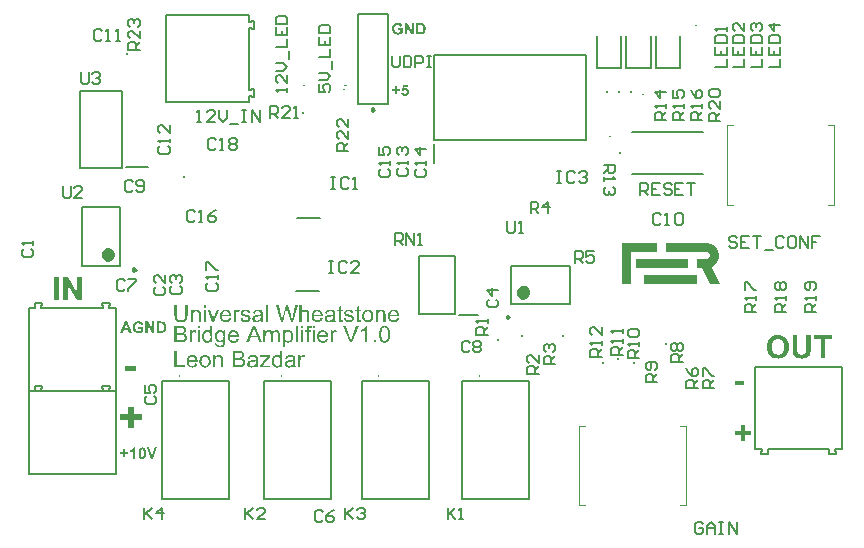
<source format=gto>
G04*
G04 #@! TF.GenerationSoftware,Altium Limited,Altium Designer,22.2.1 (43)*
G04*
G04 Layer_Color=65535*
%FSLAX25Y25*%
%MOIN*%
G70*
G04*
G04 #@! TF.SameCoordinates,4D9873E2-C187-445E-AA94-CFDCCC1DA697*
G04*
G04*
G04 #@! TF.FilePolarity,Positive*
G04*
G01*
G75*
%ADD10C,0.00787*%
%ADD11C,0.00394*%
%ADD12C,0.00984*%
%ADD13C,0.02362*%
%ADD14C,0.00197*%
%ADD15C,0.00787*%
%ADD16C,0.00669*%
G36*
X223205Y94592D02*
X223236D01*
Y91676D01*
X205928D01*
Y91707D01*
X205897D01*
Y94561D01*
X205928D01*
Y94623D01*
X223205D01*
Y94592D01*
D02*
G37*
G36*
X229439Y99958D02*
X229718D01*
Y99927D01*
X229997D01*
Y99896D01*
X230122D01*
Y99865D01*
X230246D01*
Y99834D01*
X230401D01*
Y99803D01*
X230494D01*
Y99772D01*
X230618D01*
Y99741D01*
X230680D01*
Y99710D01*
X230773D01*
Y99679D01*
X230866D01*
Y99648D01*
X230897D01*
Y99617D01*
X231021D01*
Y99586D01*
X231052D01*
Y99555D01*
X231145D01*
Y99524D01*
X231207D01*
Y99493D01*
X231238D01*
Y99462D01*
X231300D01*
Y99431D01*
X231362D01*
Y99400D01*
X231424D01*
Y99369D01*
X231455D01*
Y99338D01*
X231517D01*
Y99306D01*
X231579D01*
Y99275D01*
X231610D01*
Y99244D01*
X231673D01*
Y99213D01*
X231703D01*
Y99182D01*
X231734D01*
Y99151D01*
X231797D01*
Y99120D01*
X231828D01*
Y99089D01*
X231859D01*
Y99058D01*
X231890D01*
Y99027D01*
X231952D01*
Y98996D01*
X231983D01*
Y98965D01*
X232014D01*
Y98934D01*
X232045D01*
Y98903D01*
X232076D01*
Y98872D01*
X232107D01*
Y98841D01*
X232138D01*
Y98810D01*
X232169D01*
Y98779D01*
X232200D01*
Y98748D01*
X232231D01*
Y98717D01*
X232262D01*
Y98686D01*
X232293D01*
Y98655D01*
X232324D01*
Y98624D01*
X232355D01*
Y98593D01*
X232386D01*
Y98562D01*
X232417D01*
Y98531D01*
X232448D01*
Y98500D01*
X232479D01*
Y98469D01*
X232510D01*
Y98438D01*
X232541D01*
Y98407D01*
X232572D01*
Y98345D01*
X232603D01*
Y98314D01*
X232634D01*
Y98252D01*
X232665D01*
Y98221D01*
X232696D01*
Y98190D01*
X232727D01*
Y98128D01*
X232758D01*
Y98097D01*
X232789D01*
Y98035D01*
X232820D01*
Y98004D01*
X232851D01*
Y97942D01*
X232882D01*
Y97880D01*
X232913D01*
Y97849D01*
X232944D01*
Y97756D01*
X232975D01*
Y97725D01*
X233006D01*
Y97663D01*
X233037D01*
Y97601D01*
X233068D01*
Y97507D01*
X233099D01*
Y97445D01*
X233130D01*
Y97383D01*
X233161D01*
Y97290D01*
X233192D01*
Y97259D01*
X233223D01*
Y97104D01*
X233254D01*
Y97042D01*
X233285D01*
Y96949D01*
X233316D01*
Y96794D01*
X233347D01*
Y96701D01*
X233378D01*
Y96515D01*
X233409D01*
Y96329D01*
X233440D01*
Y95274D01*
X233409D01*
Y95119D01*
X233378D01*
Y94871D01*
X233347D01*
Y94809D01*
X233316D01*
Y94685D01*
X233285D01*
Y94561D01*
X233254D01*
Y94468D01*
X233223D01*
Y94375D01*
X233192D01*
Y94313D01*
X233161D01*
Y94220D01*
X233130D01*
Y94158D01*
X233099D01*
Y94095D01*
X233068D01*
Y94002D01*
X233037D01*
Y93972D01*
X233006D01*
Y93878D01*
X232975D01*
Y93847D01*
X232944D01*
Y93754D01*
X232913D01*
Y93723D01*
X232882D01*
Y93661D01*
X232851D01*
Y93599D01*
X232820D01*
Y93568D01*
X232789D01*
Y93506D01*
X232758D01*
Y93475D01*
X232727D01*
Y93444D01*
X232696D01*
Y93382D01*
X232665D01*
Y93351D01*
X232634D01*
Y93289D01*
X232603D01*
Y93258D01*
X232572D01*
Y93227D01*
X232541D01*
Y93165D01*
X232510D01*
Y93134D01*
X232479D01*
Y93103D01*
X232448D01*
Y93072D01*
X232417D01*
Y93041D01*
X232386D01*
Y93010D01*
X232355D01*
Y92979D01*
X232324D01*
Y92948D01*
X232293D01*
Y92917D01*
X232262D01*
Y92886D01*
X232231D01*
Y92855D01*
X232200D01*
Y92824D01*
X232169D01*
Y92793D01*
X232138D01*
Y92762D01*
X232107D01*
Y92731D01*
X232076D01*
Y92700D01*
X232045D01*
Y92669D01*
X232014D01*
Y92638D01*
X231983D01*
Y92607D01*
X231952D01*
Y92576D01*
X231890D01*
Y92545D01*
X231859D01*
Y92514D01*
X231828D01*
Y92483D01*
X231766D01*
Y92452D01*
X231734D01*
Y92421D01*
X231703D01*
Y92390D01*
X231641D01*
Y92359D01*
X231610D01*
Y92327D01*
X231548D01*
Y92296D01*
X231517D01*
Y92265D01*
X231455D01*
Y92234D01*
X231393D01*
Y92203D01*
X231362D01*
Y92172D01*
X231269D01*
Y92141D01*
X231238D01*
Y92110D01*
X231176D01*
Y92079D01*
X231114D01*
Y92048D01*
X231052D01*
Y92017D01*
X230990D01*
Y91893D01*
X231021D01*
Y91831D01*
X231052D01*
Y91769D01*
X231083D01*
Y91707D01*
X231114D01*
Y91676D01*
X231145D01*
Y91583D01*
X231176D01*
Y91521D01*
X231207D01*
Y91459D01*
X231238D01*
Y91397D01*
X231269D01*
Y91335D01*
X231300D01*
Y91273D01*
X231331D01*
Y91211D01*
X231362D01*
Y91149D01*
X231393D01*
Y91087D01*
X231424D01*
Y91056D01*
X231455D01*
Y90963D01*
X231486D01*
Y90932D01*
X231517D01*
Y90839D01*
X231548D01*
Y90808D01*
X231579D01*
Y90746D01*
X231610D01*
Y90684D01*
X231641D01*
Y90622D01*
X231673D01*
Y90529D01*
X231703D01*
Y90497D01*
X231734D01*
Y90404D01*
X231766D01*
Y90373D01*
X231797D01*
Y90311D01*
X231828D01*
Y90218D01*
X231859D01*
Y90187D01*
X231890D01*
Y90094D01*
X231921D01*
Y90063D01*
X231952D01*
Y90001D01*
X231983D01*
Y89939D01*
X232014D01*
Y89877D01*
X232045D01*
Y89784D01*
X232076D01*
Y89753D01*
X232107D01*
Y89660D01*
X232138D01*
Y89629D01*
X232169D01*
Y89567D01*
X232200D01*
Y89505D01*
X232231D01*
Y89474D01*
X232262D01*
Y89381D01*
X232293D01*
Y89350D01*
X232324D01*
Y89257D01*
X232355D01*
Y89195D01*
X232386D01*
Y89164D01*
X232417D01*
Y89071D01*
X232448D01*
Y89040D01*
X232479D01*
Y88947D01*
X232510D01*
Y88885D01*
X232541D01*
Y88823D01*
X232572D01*
Y88761D01*
X232603D01*
Y88730D01*
X232634D01*
Y88636D01*
X232665D01*
Y88605D01*
X232696D01*
Y88512D01*
X232727D01*
Y88450D01*
X232758D01*
Y88419D01*
X232789D01*
Y88326D01*
X232820D01*
Y88295D01*
X232851D01*
Y88202D01*
X232882D01*
Y88140D01*
X232913D01*
Y88078D01*
X232944D01*
Y88016D01*
X232975D01*
Y87985D01*
X233006D01*
Y87892D01*
X233037D01*
Y87861D01*
X233068D01*
Y87799D01*
X233099D01*
Y87737D01*
X233130D01*
Y87675D01*
X233161D01*
Y87613D01*
X233192D01*
Y87551D01*
X233223D01*
Y87489D01*
X233254D01*
Y87427D01*
X233285D01*
Y87365D01*
X233316D01*
Y87303D01*
X233347D01*
Y87241D01*
X233378D01*
Y87179D01*
X233409D01*
Y87117D01*
X233440D01*
Y87055D01*
X233471D01*
Y86993D01*
X233503D01*
Y86931D01*
X233534D01*
Y86869D01*
X233564D01*
Y86806D01*
X233595D01*
Y86744D01*
X233627D01*
Y86682D01*
X233658D01*
Y86620D01*
X233689D01*
Y86558D01*
X233720D01*
Y86496D01*
X233751D01*
Y86434D01*
X233782D01*
Y86372D01*
X233813D01*
Y86341D01*
X233782D01*
Y86310D01*
X230494D01*
Y86372D01*
X230463D01*
Y86434D01*
X230432D01*
Y86465D01*
X230401D01*
Y86558D01*
X230370D01*
Y86620D01*
X230339D01*
Y86682D01*
X230308D01*
Y86744D01*
X230277D01*
Y86806D01*
X230246D01*
Y86869D01*
X230215D01*
Y86900D01*
X230184D01*
Y86993D01*
X230153D01*
Y87055D01*
X230122D01*
Y87117D01*
X230091D01*
Y87179D01*
X230060D01*
Y87210D01*
X230029D01*
Y87303D01*
X229997D01*
Y87365D01*
X229966D01*
Y87427D01*
X229936D01*
Y87489D01*
X229905D01*
Y87520D01*
X229873D01*
Y87613D01*
X229842D01*
Y87644D01*
X229811D01*
Y87737D01*
X229780D01*
Y87768D01*
X229749D01*
Y87830D01*
X229718D01*
Y87892D01*
X229687D01*
Y87954D01*
X229656D01*
Y88047D01*
X229625D01*
Y88078D01*
X229594D01*
Y88140D01*
X229563D01*
Y88202D01*
X229532D01*
Y88264D01*
X229501D01*
Y88357D01*
X229470D01*
Y88388D01*
X229439D01*
Y88481D01*
X229408D01*
Y88512D01*
X229377D01*
Y88574D01*
X229346D01*
Y88636D01*
X229315D01*
Y88699D01*
X229284D01*
Y88792D01*
X229253D01*
Y88823D01*
X229222D01*
Y88885D01*
X229191D01*
Y88947D01*
X229160D01*
Y89009D01*
X229129D01*
Y89102D01*
X229098D01*
Y89133D01*
X229067D01*
Y89226D01*
X229036D01*
Y89257D01*
X229005D01*
Y89319D01*
X228974D01*
Y89381D01*
X228943D01*
Y89443D01*
X228912D01*
Y89536D01*
X228881D01*
Y89567D01*
X228850D01*
Y89629D01*
X228819D01*
Y89691D01*
X228788D01*
Y89753D01*
X228757D01*
Y89846D01*
X228726D01*
Y89877D01*
X228695D01*
Y89970D01*
X228664D01*
Y90001D01*
X228633D01*
Y90063D01*
X228602D01*
Y90125D01*
X228571D01*
Y90187D01*
X228540D01*
Y90280D01*
X228509D01*
Y90311D01*
X228478D01*
Y90373D01*
X228447D01*
Y90435D01*
X228416D01*
Y90466D01*
X228385D01*
Y90560D01*
X228354D01*
Y90591D01*
X228323D01*
Y90684D01*
X228292D01*
Y90715D01*
X228261D01*
Y90777D01*
X228229D01*
Y90870D01*
X228199D01*
Y90901D01*
X228168D01*
Y90994D01*
X228136D01*
Y91025D01*
X228105D01*
Y91118D01*
X228074D01*
Y91180D01*
X228043D01*
Y91211D01*
X228012D01*
Y91304D01*
X227981D01*
Y91335D01*
X227950D01*
Y91428D01*
X227919D01*
Y91459D01*
X227888D01*
Y91521D01*
X227857D01*
Y91614D01*
X227826D01*
Y91645D01*
X227795D01*
Y91676D01*
X226151D01*
Y94592D01*
X226182D01*
Y94623D01*
X229563D01*
Y94654D01*
X229656D01*
Y94685D01*
X229718D01*
Y94716D01*
X229811D01*
Y94747D01*
X229842D01*
Y94778D01*
X229936D01*
Y94809D01*
X229966D01*
Y94840D01*
X229997D01*
Y94871D01*
X230060D01*
Y94902D01*
X230091D01*
Y94933D01*
X230122D01*
Y94964D01*
X230153D01*
Y94995D01*
X230184D01*
Y95026D01*
X230215D01*
Y95057D01*
X230246D01*
Y95119D01*
X230277D01*
Y95150D01*
X230308D01*
Y95181D01*
X230339D01*
Y95243D01*
X230370D01*
Y95305D01*
X230401D01*
Y95398D01*
X230432D01*
Y95460D01*
X230463D01*
Y95584D01*
X230494D01*
Y95802D01*
X230525D01*
Y95863D01*
X230494D01*
Y96050D01*
X230463D01*
Y96205D01*
X230432D01*
Y96267D01*
X230401D01*
Y96360D01*
X230370D01*
Y96391D01*
X230339D01*
Y96453D01*
X230308D01*
Y96515D01*
X230277D01*
Y96546D01*
X230246D01*
Y96577D01*
X230215D01*
Y96608D01*
X230184D01*
Y96670D01*
X230153D01*
Y96701D01*
X230091D01*
Y96732D01*
X230060D01*
Y96763D01*
X230029D01*
Y96794D01*
X229966D01*
Y96825D01*
X229936D01*
Y96856D01*
X229873D01*
Y96887D01*
X229811D01*
Y96918D01*
X229749D01*
Y96949D01*
X229625D01*
Y96980D01*
X229563D01*
Y97011D01*
X215916D01*
Y97042D01*
X215885D01*
Y99958D01*
X215916D01*
Y99989D01*
X229439D01*
Y99958D01*
D02*
G37*
G36*
X226182Y89133D02*
X226213D01*
Y89102D01*
X226182D01*
Y86465D01*
X226213D01*
Y86434D01*
X226182D01*
Y86341D01*
X226151D01*
Y86310D01*
X208627D01*
Y86341D01*
X208595D01*
Y89226D01*
X208627D01*
Y89257D01*
X226182D01*
Y89133D01*
D02*
G37*
G36*
X212969Y99927D02*
X213000D01*
Y97073D01*
X212969D01*
Y97011D01*
X204222D01*
Y86341D01*
X204191D01*
Y86310D01*
X201307D01*
Y99958D01*
X201338D01*
Y99989D01*
X212969D01*
Y99927D01*
D02*
G37*
G36*
X126487Y173415D02*
X126548Y173409D01*
X126619Y173404D01*
X126695Y173398D01*
X126777Y173382D01*
X126952Y173349D01*
X127132Y173295D01*
X127225Y173262D01*
X127312Y173224D01*
X127394Y173180D01*
X127470Y173125D01*
X127476Y173120D01*
X127487Y173115D01*
X127508Y173093D01*
X127536Y173071D01*
X127568Y173044D01*
X127601Y173005D01*
X127639Y172962D01*
X127683Y172913D01*
X127727Y172858D01*
X127770Y172798D01*
X127814Y172732D01*
X127852Y172656D01*
X127896Y172579D01*
X127929Y172497D01*
X127962Y172405D01*
X127983Y172312D01*
X127225Y172170D01*
Y172175D01*
X127219Y172181D01*
X127208Y172214D01*
X127186Y172263D01*
X127154Y172328D01*
X127115Y172399D01*
X127061Y172470D01*
X126995Y172541D01*
X126919Y172607D01*
X126908Y172612D01*
X126881Y172634D01*
X126831Y172661D01*
X126771Y172689D01*
X126690Y172721D01*
X126597Y172743D01*
X126493Y172765D01*
X126373Y172771D01*
X126324D01*
X126291Y172765D01*
X126247Y172760D01*
X126198Y172754D01*
X126144Y172743D01*
X126083Y172732D01*
X125958Y172694D01*
X125892Y172667D01*
X125827Y172634D01*
X125761Y172596D01*
X125696Y172558D01*
X125636Y172503D01*
X125576Y172448D01*
X125570Y172443D01*
X125565Y172432D01*
X125548Y172416D01*
X125532Y172388D01*
X125510Y172356D01*
X125483Y172317D01*
X125455Y172268D01*
X125434Y172214D01*
X125406Y172148D01*
X125379Y172077D01*
X125352Y172001D01*
X125330Y171919D01*
X125313Y171826D01*
X125297Y171722D01*
X125292Y171618D01*
X125286Y171504D01*
Y171498D01*
Y171476D01*
Y171438D01*
X125292Y171395D01*
X125297Y171335D01*
X125303Y171274D01*
X125313Y171198D01*
X125324Y171122D01*
X125357Y170958D01*
X125412Y170789D01*
X125445Y170707D01*
X125483Y170630D01*
X125532Y170554D01*
X125581Y170488D01*
X125586Y170483D01*
X125598Y170472D01*
X125614Y170456D01*
X125636Y170434D01*
X125668Y170412D01*
X125701Y170379D01*
X125745Y170352D01*
X125794Y170319D01*
X125849Y170286D01*
X125903Y170259D01*
X126040Y170204D01*
X126116Y170183D01*
X126193Y170166D01*
X126280Y170155D01*
X126367Y170150D01*
X126411D01*
X126455Y170155D01*
X126520Y170161D01*
X126591Y170172D01*
X126673Y170188D01*
X126760Y170210D01*
X126848Y170243D01*
X126853D01*
X126859Y170248D01*
X126886Y170259D01*
X126935Y170281D01*
X126990Y170308D01*
X127055Y170341D01*
X127126Y170379D01*
X127197Y170423D01*
X127263Y170472D01*
Y170958D01*
X126389D01*
Y171597D01*
X128033D01*
Y170079D01*
X128022Y170068D01*
X128005Y170057D01*
X127989Y170041D01*
X127962Y170019D01*
X127934Y169997D01*
X127858Y169942D01*
X127754Y169882D01*
X127634Y169811D01*
X127497Y169740D01*
X127334Y169675D01*
X127328D01*
X127312Y169669D01*
X127290Y169658D01*
X127257Y169647D01*
X127214Y169636D01*
X127164Y169620D01*
X127110Y169604D01*
X127050Y169587D01*
X126913Y169555D01*
X126755Y169527D01*
X126591Y169506D01*
X126417Y169500D01*
X126356D01*
X126318Y169506D01*
X126264D01*
X126204Y169511D01*
X126138Y169522D01*
X126062Y169533D01*
X125903Y169560D01*
X125728Y169604D01*
X125548Y169664D01*
X125466Y169702D01*
X125379Y169746D01*
X125374Y169751D01*
X125363Y169757D01*
X125335Y169773D01*
X125308Y169795D01*
X125270Y169817D01*
X125232Y169849D01*
X125182Y169888D01*
X125133Y169931D01*
X125024Y170030D01*
X124915Y170155D01*
X124811Y170297D01*
X124718Y170461D01*
Y170466D01*
X124707Y170483D01*
X124697Y170510D01*
X124686Y170543D01*
X124669Y170587D01*
X124647Y170636D01*
X124631Y170696D01*
X124609Y170761D01*
X124587Y170832D01*
X124571Y170914D01*
X124533Y171083D01*
X124511Y171269D01*
X124500Y171471D01*
Y171476D01*
Y171498D01*
Y171531D01*
X124505Y171569D01*
Y171624D01*
X124511Y171684D01*
X124522Y171749D01*
X124533Y171826D01*
X124560Y171984D01*
X124604Y172164D01*
X124664Y172345D01*
X124702Y172432D01*
X124746Y172519D01*
X124751Y172525D01*
X124757Y172541D01*
X124773Y172563D01*
X124789Y172596D01*
X124817Y172634D01*
X124849Y172678D01*
X124888Y172727D01*
X124926Y172782D01*
X124975Y172836D01*
X125030Y172896D01*
X125090Y172956D01*
X125155Y173016D01*
X125226Y173071D01*
X125297Y173131D01*
X125466Y173229D01*
X125472D01*
X125483Y173240D01*
X125505Y173246D01*
X125532Y173262D01*
X125570Y173273D01*
X125608Y173289D01*
X125663Y173306D01*
X125718Y173328D01*
X125778Y173344D01*
X125849Y173360D01*
X125925Y173377D01*
X126002Y173393D01*
X126176Y173415D01*
X126373Y173420D01*
X126438D01*
X126487Y173415D01*
D02*
G37*
G36*
X131745Y169571D02*
X130981D01*
X129447Y172061D01*
Y169571D01*
X128742D01*
Y173349D01*
X129480D01*
X131041Y170805D01*
Y173349D01*
X131745D01*
Y169571D01*
D02*
G37*
G36*
X134104Y173344D02*
X134208Y173338D01*
X134323Y173333D01*
X134443Y173317D01*
X134557Y173300D01*
X134661Y173273D01*
X134667D01*
X134677Y173267D01*
X134694Y173262D01*
X134716Y173257D01*
X134781Y173229D01*
X134858Y173191D01*
X134945Y173142D01*
X135043Y173082D01*
X135136Y173011D01*
X135229Y172923D01*
X135234D01*
X135240Y172913D01*
X135267Y172880D01*
X135311Y172825D01*
X135360Y172754D01*
X135420Y172667D01*
X135480Y172563D01*
X135540Y172443D01*
X135589Y172312D01*
Y172306D01*
X135595Y172295D01*
X135600Y172274D01*
X135611Y172246D01*
X135617Y172214D01*
X135627Y172170D01*
X135638Y172121D01*
X135655Y172066D01*
X135666Y172006D01*
X135677Y171935D01*
X135687Y171864D01*
X135693Y171782D01*
X135709Y171613D01*
X135715Y171422D01*
Y171416D01*
Y171400D01*
Y171378D01*
Y171345D01*
X135709Y171302D01*
Y171258D01*
X135704Y171203D01*
X135698Y171143D01*
X135687Y171018D01*
X135666Y170887D01*
X135633Y170750D01*
X135595Y170619D01*
Y170614D01*
X135589Y170603D01*
X135578Y170581D01*
X135567Y170548D01*
X135556Y170516D01*
X135535Y170477D01*
X135491Y170379D01*
X135436Y170275D01*
X135365Y170161D01*
X135284Y170052D01*
X135191Y169948D01*
X135180Y169937D01*
X135152Y169915D01*
X135109Y169882D01*
X135049Y169839D01*
X134972Y169789D01*
X134885Y169740D01*
X134776Y169691D01*
X134656Y169647D01*
X134650D01*
X134645Y169642D01*
X134628D01*
X134612Y169636D01*
X134552Y169626D01*
X134475Y169609D01*
X134383Y169593D01*
X134268Y169582D01*
X134131Y169576D01*
X133984Y169571D01*
X132554D01*
Y173349D01*
X134061D01*
X134104Y173344D01*
D02*
G37*
G36*
X264048Y65216D02*
Y65205D01*
Y65162D01*
Y65085D01*
Y64998D01*
Y64888D01*
X264037Y64757D01*
Y64615D01*
Y64473D01*
X264015Y64156D01*
X263993Y63828D01*
X263982Y63686D01*
X263960Y63544D01*
X263938Y63413D01*
X263917Y63292D01*
Y63282D01*
X263906Y63271D01*
Y63238D01*
X263895Y63205D01*
X263862Y63096D01*
X263818Y62965D01*
X263753Y62812D01*
X263676Y62659D01*
X263578Y62495D01*
X263458Y62342D01*
X263447Y62320D01*
X263403Y62276D01*
X263327Y62211D01*
X263228Y62123D01*
X263097Y62025D01*
X262944Y61926D01*
X262769Y61817D01*
X262572Y61730D01*
X262561D01*
X262550Y61719D01*
X262518Y61708D01*
X262474Y61697D01*
X262419Y61675D01*
X262354Y61653D01*
X262266Y61631D01*
X262179Y61620D01*
X261971Y61576D01*
X261720Y61533D01*
X261436Y61511D01*
X261119Y61500D01*
X260944D01*
X260845Y61511D01*
X260747D01*
X260627Y61522D01*
X260507Y61533D01*
X260244Y61555D01*
X259971Y61598D01*
X259698Y61664D01*
X259577Y61697D01*
X259468Y61740D01*
X259457D01*
X259446Y61751D01*
X259381Y61784D01*
X259271Y61839D01*
X259151Y61915D01*
X259009Y62014D01*
X258856Y62123D01*
X258714Y62254D01*
X258583Y62396D01*
X258572Y62418D01*
X258528Y62462D01*
X258473Y62549D01*
X258408Y62659D01*
X258342Y62779D01*
X258266Y62921D01*
X258211Y63074D01*
X258157Y63238D01*
Y63249D01*
X258146Y63271D01*
Y63303D01*
X258135Y63358D01*
X258124Y63424D01*
X258113Y63511D01*
X258102Y63609D01*
X258091Y63719D01*
X258069Y63850D01*
X258058Y63992D01*
X258047Y64145D01*
X258036Y64320D01*
X258025Y64506D01*
Y64713D01*
X258014Y64932D01*
Y65162D01*
Y69206D01*
X259545D01*
Y65096D01*
Y65085D01*
Y65052D01*
Y65008D01*
Y64943D01*
Y64855D01*
Y64768D01*
X259556Y64571D01*
Y64353D01*
X259566Y64145D01*
X259577Y64047D01*
Y63959D01*
X259588Y63894D01*
X259599Y63828D01*
Y63806D01*
X259621Y63752D01*
X259654Y63664D01*
X259698Y63555D01*
X259752Y63435D01*
X259840Y63314D01*
X259938Y63183D01*
X260058Y63074D01*
X260080Y63063D01*
X260124Y63030D01*
X260211Y62986D01*
X260321Y62943D01*
X260474Y62888D01*
X260649Y62844D01*
X260845Y62812D01*
X261075Y62801D01*
X261184D01*
X261294Y62812D01*
X261436Y62833D01*
X261599Y62866D01*
X261753Y62910D01*
X261916Y62976D01*
X262048Y63063D01*
X262059Y63074D01*
X262102Y63107D01*
X262157Y63161D01*
X262223Y63238D01*
X262288Y63336D01*
X262354Y63446D01*
X262408Y63566D01*
X262441Y63708D01*
Y63730D01*
X262452Y63784D01*
X262463Y63883D01*
X262485Y64014D01*
Y64101D01*
X262496Y64200D01*
Y64309D01*
X262507Y64418D01*
Y64549D01*
X262518Y64692D01*
Y64845D01*
Y65008D01*
Y69206D01*
X264048D01*
Y65216D01*
D02*
G37*
G36*
X271130Y67927D02*
X268901D01*
Y61642D01*
X267371D01*
Y67927D01*
X265130D01*
Y69206D01*
X271130D01*
Y67927D01*
D02*
G37*
G36*
X253315Y69337D02*
X253424D01*
X253566Y69315D01*
X253730Y69293D01*
X253916Y69260D01*
X254113Y69217D01*
X254320Y69162D01*
X254539Y69096D01*
X254757Y69009D01*
X254987Y68910D01*
X255205Y68790D01*
X255424Y68648D01*
X255632Y68484D01*
X255828Y68299D01*
X255839Y68287D01*
X255872Y68255D01*
X255927Y68189D01*
X255981Y68113D01*
X256058Y68003D01*
X256145Y67872D01*
X256233Y67719D01*
X256331Y67544D01*
X256430Y67358D01*
X256517Y67140D01*
X256605Y66899D01*
X256681Y66648D01*
X256747Y66364D01*
X256790Y66069D01*
X256823Y65752D01*
X256834Y65413D01*
Y65391D01*
Y65336D01*
X256823Y65238D01*
Y65107D01*
X256801Y64954D01*
X256779Y64779D01*
X256747Y64571D01*
X256714Y64364D01*
X256659Y64134D01*
X256594Y63894D01*
X256506Y63653D01*
X256408Y63413D01*
X256298Y63183D01*
X256156Y62954D01*
X256003Y62735D01*
X255828Y62527D01*
X255818Y62516D01*
X255785Y62484D01*
X255730Y62429D01*
X255643Y62363D01*
X255544Y62287D01*
X255424Y62199D01*
X255282Y62112D01*
X255129Y62014D01*
X254943Y61915D01*
X254746Y61828D01*
X254528Y61740D01*
X254287Y61664D01*
X254036Y61598D01*
X253763Y61544D01*
X253479Y61511D01*
X253172Y61500D01*
X253096D01*
X253009Y61511D01*
X252899Y61522D01*
X252757Y61533D01*
X252593Y61555D01*
X252407Y61587D01*
X252211Y61631D01*
X251992Y61686D01*
X251784Y61751D01*
X251555Y61839D01*
X251336Y61937D01*
X251107Y62046D01*
X250899Y62189D01*
X250691Y62342D01*
X250495Y62527D01*
X250484Y62538D01*
X250451Y62571D01*
X250407Y62637D01*
X250342Y62713D01*
X250265Y62823D01*
X250178Y62954D01*
X250090Y63096D01*
X250003Y63271D01*
X249904Y63456D01*
X249817Y63675D01*
X249729Y63905D01*
X249653Y64156D01*
X249587Y64429D01*
X249544Y64724D01*
X249511Y65041D01*
X249500Y65369D01*
Y65380D01*
Y65424D01*
Y65478D01*
X249511Y65566D01*
Y65664D01*
X249522Y65774D01*
X249533Y65905D01*
X249544Y66047D01*
X249587Y66353D01*
X249642Y66681D01*
X249729Y67009D01*
X249839Y67315D01*
Y67326D01*
X249850Y67337D01*
X249872Y67369D01*
X249883Y67413D01*
X249948Y67522D01*
X250025Y67664D01*
X250123Y67829D01*
X250243Y67992D01*
X250385Y68178D01*
X250538Y68353D01*
X250549Y68364D01*
X250560Y68375D01*
X250615Y68430D01*
X250713Y68517D01*
X250834Y68615D01*
X250976Y68725D01*
X251139Y68845D01*
X251325Y68954D01*
X251522Y69042D01*
X251533D01*
X251555Y69053D01*
X251599Y69074D01*
X251653Y69085D01*
X251719Y69118D01*
X251795Y69140D01*
X251894Y69162D01*
X251992Y69195D01*
X252233Y69249D01*
X252506Y69304D01*
X252823Y69337D01*
X253151Y69348D01*
X253227D01*
X253315Y69337D01*
D02*
G37*
G36*
X40050Y73915D02*
X40110Y73909D01*
X40181Y73904D01*
X40257Y73898D01*
X40339Y73882D01*
X40514Y73849D01*
X40694Y73795D01*
X40787Y73762D01*
X40874Y73724D01*
X40956Y73680D01*
X41032Y73625D01*
X41038Y73620D01*
X41049Y73615D01*
X41071Y73593D01*
X41098Y73571D01*
X41131Y73544D01*
X41164Y73505D01*
X41202Y73462D01*
X41245Y73413D01*
X41289Y73358D01*
X41333Y73298D01*
X41377Y73232D01*
X41415Y73156D01*
X41458Y73079D01*
X41491Y72997D01*
X41524Y72905D01*
X41546Y72812D01*
X40787Y72670D01*
Y72675D01*
X40781Y72681D01*
X40770Y72714D01*
X40749Y72763D01*
X40716Y72828D01*
X40678Y72899D01*
X40623Y72970D01*
X40558Y73041D01*
X40481Y73107D01*
X40470Y73112D01*
X40443Y73134D01*
X40394Y73161D01*
X40334Y73189D01*
X40252Y73221D01*
X40159Y73243D01*
X40055Y73265D01*
X39935Y73270D01*
X39886D01*
X39853Y73265D01*
X39809Y73260D01*
X39760Y73254D01*
X39706Y73243D01*
X39646Y73232D01*
X39520Y73194D01*
X39454Y73167D01*
X39389Y73134D01*
X39323Y73096D01*
X39258Y73058D01*
X39198Y73003D01*
X39138Y72948D01*
X39132Y72943D01*
X39127Y72932D01*
X39111Y72916D01*
X39094Y72888D01*
X39072Y72856D01*
X39045Y72817D01*
X39018Y72768D01*
X38996Y72714D01*
X38969Y72648D01*
X38941Y72577D01*
X38914Y72501D01*
X38892Y72419D01*
X38876Y72326D01*
X38859Y72222D01*
X38854Y72119D01*
X38849Y72004D01*
Y71998D01*
Y71977D01*
Y71938D01*
X38854Y71895D01*
X38859Y71835D01*
X38865Y71775D01*
X38876Y71698D01*
X38887Y71622D01*
X38919Y71458D01*
X38974Y71289D01*
X39007Y71207D01*
X39045Y71130D01*
X39094Y71054D01*
X39143Y70988D01*
X39149Y70983D01*
X39160Y70972D01*
X39176Y70955D01*
X39198Y70934D01*
X39231Y70912D01*
X39263Y70879D01*
X39307Y70852D01*
X39356Y70819D01*
X39411Y70786D01*
X39465Y70759D01*
X39602Y70704D01*
X39678Y70683D01*
X39755Y70666D01*
X39842Y70655D01*
X39930Y70650D01*
X39973D01*
X40017Y70655D01*
X40082Y70661D01*
X40153Y70672D01*
X40235Y70688D01*
X40323Y70710D01*
X40410Y70743D01*
X40415D01*
X40421Y70748D01*
X40448Y70759D01*
X40497Y70781D01*
X40552Y70808D01*
X40617Y70841D01*
X40688Y70879D01*
X40760Y70923D01*
X40825Y70972D01*
Y71458D01*
X39951D01*
Y72097D01*
X41595D01*
Y70579D01*
X41584Y70568D01*
X41568Y70557D01*
X41551Y70540D01*
X41524Y70519D01*
X41497Y70497D01*
X41420Y70442D01*
X41316Y70382D01*
X41196Y70311D01*
X41060Y70240D01*
X40896Y70175D01*
X40890D01*
X40874Y70169D01*
X40852Y70158D01*
X40819Y70147D01*
X40776Y70136D01*
X40727Y70120D01*
X40672Y70104D01*
X40612Y70087D01*
X40476Y70055D01*
X40317Y70027D01*
X40153Y70006D01*
X39979Y70000D01*
X39919D01*
X39880Y70006D01*
X39826D01*
X39766Y70011D01*
X39700Y70022D01*
X39624Y70033D01*
X39465Y70060D01*
X39291Y70104D01*
X39111Y70164D01*
X39029Y70202D01*
X38941Y70246D01*
X38936Y70251D01*
X38925Y70257D01*
X38898Y70273D01*
X38870Y70295D01*
X38832Y70317D01*
X38794Y70349D01*
X38745Y70388D01*
X38696Y70431D01*
X38586Y70530D01*
X38477Y70655D01*
X38374Y70797D01*
X38281Y70961D01*
Y70966D01*
X38270Y70983D01*
X38259Y71010D01*
X38248Y71043D01*
X38232Y71087D01*
X38210Y71136D01*
X38193Y71196D01*
X38171Y71261D01*
X38150Y71332D01*
X38133Y71414D01*
X38095Y71583D01*
X38073Y71769D01*
X38062Y71971D01*
Y71977D01*
Y71998D01*
Y72031D01*
X38068Y72069D01*
Y72124D01*
X38073Y72184D01*
X38084Y72250D01*
X38095Y72326D01*
X38122Y72484D01*
X38166Y72664D01*
X38226Y72845D01*
X38264Y72932D01*
X38308Y73019D01*
X38313Y73025D01*
X38319Y73041D01*
X38335Y73063D01*
X38352Y73096D01*
X38379Y73134D01*
X38412Y73178D01*
X38450Y73227D01*
X38488Y73282D01*
X38537Y73336D01*
X38592Y73396D01*
X38652Y73456D01*
X38717Y73516D01*
X38788Y73571D01*
X38859Y73631D01*
X39029Y73729D01*
X39034D01*
X39045Y73740D01*
X39067Y73746D01*
X39094Y73762D01*
X39132Y73773D01*
X39171Y73789D01*
X39225Y73806D01*
X39280Y73827D01*
X39340Y73844D01*
X39411Y73860D01*
X39487Y73877D01*
X39564Y73893D01*
X39739Y73915D01*
X39935Y73920D01*
X40001D01*
X40050Y73915D01*
D02*
G37*
G36*
X45308Y70071D02*
X44543D01*
X43009Y72561D01*
Y70071D01*
X42305D01*
Y73849D01*
X43042D01*
X44603Y71305D01*
Y73849D01*
X45308D01*
Y70071D01*
D02*
G37*
G36*
X47666Y73844D02*
X47770Y73838D01*
X47885Y73833D01*
X48005Y73817D01*
X48120Y73800D01*
X48223Y73773D01*
X48229D01*
X48240Y73767D01*
X48256Y73762D01*
X48278Y73756D01*
X48343Y73729D01*
X48420Y73691D01*
X48507Y73642D01*
X48605Y73582D01*
X48698Y73511D01*
X48791Y73423D01*
X48797D01*
X48802Y73413D01*
X48829Y73380D01*
X48873Y73325D01*
X48922Y73254D01*
X48982Y73167D01*
X49042Y73063D01*
X49102Y72943D01*
X49152Y72812D01*
Y72806D01*
X49157Y72795D01*
X49162Y72774D01*
X49173Y72746D01*
X49179Y72714D01*
X49190Y72670D01*
X49201Y72621D01*
X49217Y72566D01*
X49228Y72506D01*
X49239Y72435D01*
X49250Y72364D01*
X49255Y72282D01*
X49272Y72113D01*
X49277Y71922D01*
Y71917D01*
Y71900D01*
Y71878D01*
Y71846D01*
X49272Y71802D01*
Y71758D01*
X49266Y71703D01*
X49261Y71644D01*
X49250Y71518D01*
X49228Y71387D01*
X49195Y71250D01*
X49157Y71119D01*
Y71114D01*
X49152Y71103D01*
X49141Y71081D01*
X49130Y71048D01*
X49119Y71016D01*
X49097Y70977D01*
X49053Y70879D01*
X48999Y70775D01*
X48928Y70661D01*
X48846Y70552D01*
X48753Y70448D01*
X48742Y70437D01*
X48715Y70415D01*
X48671Y70382D01*
X48611Y70338D01*
X48535Y70289D01*
X48447Y70240D01*
X48338Y70191D01*
X48218Y70147D01*
X48212D01*
X48207Y70142D01*
X48191D01*
X48174Y70136D01*
X48114Y70126D01*
X48038Y70109D01*
X47945Y70093D01*
X47830Y70082D01*
X47694Y70076D01*
X47546Y70071D01*
X46116D01*
Y73849D01*
X47623D01*
X47666Y73844D01*
D02*
G37*
G36*
X37789Y70071D02*
X36965D01*
X36637Y70928D01*
X35119D01*
X34808Y70071D01*
X34000D01*
X35463Y73849D01*
X36271D01*
X37789Y70071D01*
D02*
G37*
G36*
X242141Y37405D02*
X244130D01*
Y36050D01*
X242141D01*
Y34093D01*
X240819D01*
Y36050D01*
X238840D01*
Y37405D01*
X240819D01*
Y39361D01*
X242141D01*
Y37405D01*
D02*
G37*
G36*
X39305Y57197D02*
X35500D01*
Y59136D01*
X39305D01*
Y57197D01*
D02*
G37*
G36*
X126149Y151271D02*
X127143D01*
Y150594D01*
X126149D01*
Y149617D01*
X125488D01*
Y150594D01*
X124500D01*
Y151271D01*
X125488D01*
Y152249D01*
X126149D01*
Y151271D01*
D02*
G37*
G36*
X129976Y152123D02*
X128606D01*
X128491Y151479D01*
X128497D01*
X128502Y151484D01*
X128535Y151501D01*
X128584Y151517D01*
X128644Y151544D01*
X128721Y151566D01*
X128803Y151583D01*
X128895Y151599D01*
X128988Y151604D01*
X129037D01*
X129070Y151599D01*
X129108Y151593D01*
X129157Y151588D01*
X129212Y151577D01*
X129272Y151561D01*
X129398Y151517D01*
X129469Y151490D01*
X129534Y151457D01*
X129605Y151413D01*
X129676Y151364D01*
X129742Y151310D01*
X129807Y151250D01*
X129813Y151244D01*
X129824Y151233D01*
X129840Y151211D01*
X129862Y151184D01*
X129884Y151151D01*
X129916Y151108D01*
X129944Y151058D01*
X129976Y151004D01*
X130009Y150944D01*
X130036Y150873D01*
X130069Y150796D01*
X130091Y150720D01*
X130113Y150633D01*
X130129Y150540D01*
X130140Y150441D01*
X130146Y150338D01*
Y150332D01*
Y150316D01*
Y150294D01*
X130140Y150261D01*
Y150218D01*
X130129Y150168D01*
X130124Y150114D01*
X130113Y150059D01*
X130080Y149928D01*
X130031Y149786D01*
X129998Y149710D01*
X129965Y149639D01*
X129922Y149568D01*
X129873Y149497D01*
X129867Y149491D01*
X129856Y149475D01*
X129834Y149453D01*
X129807Y149420D01*
X129769Y149382D01*
X129720Y149338D01*
X129665Y149295D01*
X129605Y149251D01*
X129534Y149202D01*
X129458Y149158D01*
X129376Y149115D01*
X129283Y149076D01*
X129185Y149044D01*
X129081Y149022D01*
X128966Y149005D01*
X128846Y149000D01*
X128797D01*
X128759Y149005D01*
X128715Y149011D01*
X128661Y149016D01*
X128606Y149022D01*
X128540Y149033D01*
X128409Y149065D01*
X128262Y149120D01*
X128191Y149147D01*
X128120Y149186D01*
X128054Y149229D01*
X127989Y149278D01*
X127983Y149284D01*
X127973Y149289D01*
X127956Y149306D01*
X127934Y149328D01*
X127912Y149360D01*
X127880Y149393D01*
X127852Y149431D01*
X127820Y149475D01*
X127781Y149530D01*
X127749Y149584D01*
X127689Y149715D01*
X127634Y149863D01*
X127618Y149945D01*
X127601Y150032D01*
X128322Y150108D01*
Y150098D01*
X128328Y150070D01*
X128338Y150021D01*
X128355Y149966D01*
X128377Y149906D01*
X128409Y149841D01*
X128453Y149781D01*
X128502Y149721D01*
X128508Y149715D01*
X128530Y149699D01*
X128562Y149677D01*
X128606Y149650D01*
X128655Y149622D01*
X128715Y149601D01*
X128786Y149584D01*
X128857Y149579D01*
X128868D01*
X128895Y149584D01*
X128939Y149590D01*
X128994Y149601D01*
X129054Y149622D01*
X129119Y149655D01*
X129185Y149704D01*
X129245Y149764D01*
X129250Y149775D01*
X129272Y149797D01*
X129294Y149841D01*
X129327Y149906D01*
X129354Y149983D01*
X129381Y150076D01*
X129398Y150190D01*
X129403Y150321D01*
Y150327D01*
Y150338D01*
Y150354D01*
Y150381D01*
X129398Y150441D01*
X129381Y150518D01*
X129365Y150605D01*
X129338Y150693D01*
X129299Y150775D01*
X129245Y150846D01*
X129239Y150851D01*
X129217Y150873D01*
X129179Y150900D01*
X129136Y150938D01*
X129076Y150971D01*
X129005Y150998D01*
X128923Y151020D01*
X128835Y151026D01*
X128803D01*
X128781Y151020D01*
X128726Y151009D01*
X128650Y150993D01*
X128562Y150960D01*
X128469Y150911D01*
X128420Y150878D01*
X128371Y150840D01*
X128322Y150796D01*
X128273Y150747D01*
X127689Y150829D01*
X128060Y152800D01*
X129976D01*
Y152123D01*
D02*
G37*
G36*
X21006Y81000D02*
X19476D01*
X16405Y85984D01*
Y81000D01*
X14995D01*
Y88564D01*
X16470D01*
X19596Y83470D01*
Y88564D01*
X21006D01*
Y81000D01*
D02*
G37*
G36*
X13530D02*
X12000D01*
Y88564D01*
X13530D01*
Y81000D01*
D02*
G37*
G36*
X38403Y42876D02*
X41057D01*
Y41068D01*
X38403D01*
Y38458D01*
X36639D01*
Y41068D01*
X34000D01*
Y42876D01*
X36639D01*
Y45486D01*
X38403D01*
Y42876D01*
D02*
G37*
G36*
X62485Y78475D02*
X61804D01*
Y79252D01*
X62485D01*
Y78475D01*
D02*
G37*
G36*
X121102Y77811D02*
X121190Y77802D01*
X121294Y77786D01*
X121407Y77762D01*
X121527Y77730D01*
X121639Y77682D01*
X121655Y77674D01*
X121687Y77658D01*
X121743Y77634D01*
X121807Y77594D01*
X121887Y77546D01*
X121959Y77482D01*
X122031Y77418D01*
X122096Y77338D01*
X122104Y77330D01*
X122119Y77298D01*
X122144Y77258D01*
X122184Y77202D01*
X122216Y77122D01*
X122248Y77042D01*
X122288Y76945D01*
X122312Y76841D01*
Y76833D01*
X122320Y76801D01*
X122328Y76753D01*
X122336Y76689D01*
Y76593D01*
X122344Y76481D01*
X122352Y76345D01*
Y76177D01*
Y73709D01*
X121671D01*
Y76144D01*
Y76152D01*
Y76160D01*
Y76217D01*
Y76289D01*
X121663Y76377D01*
X121655Y76481D01*
X121639Y76585D01*
X121615Y76681D01*
X121591Y76769D01*
Y76777D01*
X121575Y76801D01*
X121551Y76841D01*
X121527Y76889D01*
X121487Y76937D01*
X121439Y76994D01*
X121375Y77049D01*
X121302Y77098D01*
X121294Y77106D01*
X121271Y77122D01*
X121222Y77138D01*
X121166Y77162D01*
X121102Y77186D01*
X121022Y77210D01*
X120926Y77218D01*
X120830Y77226D01*
X120790D01*
X120758Y77218D01*
X120678Y77210D01*
X120574Y77194D01*
X120461Y77154D01*
X120333Y77106D01*
X120205Y77042D01*
X120085Y76945D01*
X120069Y76929D01*
X120037Y76889D01*
X120013Y76857D01*
X119989Y76817D01*
X119957Y76769D01*
X119933Y76713D01*
X119901Y76649D01*
X119869Y76569D01*
X119845Y76481D01*
X119821Y76385D01*
X119805Y76281D01*
X119789Y76168D01*
X119773Y76032D01*
Y75896D01*
Y73709D01*
X119092D01*
Y77730D01*
X119701D01*
Y77154D01*
X119709Y77162D01*
X119725Y77186D01*
X119749Y77218D01*
X119781Y77258D01*
X119829Y77306D01*
X119885Y77362D01*
X119949Y77426D01*
X120029Y77490D01*
X120109Y77546D01*
X120205Y77610D01*
X120309Y77666D01*
X120421Y77714D01*
X120550Y77754D01*
X120678Y77786D01*
X120822Y77811D01*
X120974Y77819D01*
X121038D01*
X121102Y77811D01*
D02*
G37*
G36*
X59505D02*
X59593Y77802D01*
X59698Y77786D01*
X59810Y77762D01*
X59930Y77730D01*
X60042Y77682D01*
X60058Y77674D01*
X60090Y77658D01*
X60146Y77634D01*
X60210Y77594D01*
X60290Y77546D01*
X60362Y77482D01*
X60435Y77418D01*
X60499Y77338D01*
X60507Y77330D01*
X60523Y77298D01*
X60547Y77258D01*
X60587Y77202D01*
X60619Y77122D01*
X60651Y77042D01*
X60691Y76945D01*
X60715Y76841D01*
Y76833D01*
X60723Y76801D01*
X60731Y76753D01*
X60739Y76689D01*
Y76593D01*
X60747Y76481D01*
X60755Y76345D01*
Y76177D01*
Y73709D01*
X60074D01*
Y76144D01*
Y76152D01*
Y76160D01*
Y76217D01*
Y76289D01*
X60066Y76377D01*
X60058Y76481D01*
X60042Y76585D01*
X60018Y76681D01*
X59994Y76769D01*
Y76777D01*
X59978Y76801D01*
X59954Y76841D01*
X59930Y76889D01*
X59890Y76937D01*
X59842Y76994D01*
X59778Y77049D01*
X59706Y77098D01*
X59698Y77106D01*
X59674Y77122D01*
X59626Y77138D01*
X59569Y77162D01*
X59505Y77186D01*
X59425Y77210D01*
X59329Y77218D01*
X59233Y77226D01*
X59193D01*
X59161Y77218D01*
X59081Y77210D01*
X58977Y77194D01*
X58865Y77154D01*
X58736Y77106D01*
X58608Y77042D01*
X58488Y76945D01*
X58472Y76929D01*
X58440Y76889D01*
X58416Y76857D01*
X58392Y76817D01*
X58360Y76769D01*
X58336Y76713D01*
X58304Y76649D01*
X58272Y76569D01*
X58248Y76481D01*
X58224Y76385D01*
X58208Y76281D01*
X58192Y76168D01*
X58176Y76032D01*
Y75896D01*
Y73709D01*
X57495D01*
Y77730D01*
X58104D01*
Y77154D01*
X58112Y77162D01*
X58128Y77186D01*
X58152Y77218D01*
X58184Y77258D01*
X58232Y77306D01*
X58288Y77362D01*
X58352Y77426D01*
X58432Y77490D01*
X58512Y77546D01*
X58608Y77610D01*
X58712Y77666D01*
X58824Y77714D01*
X58953Y77754D01*
X59081Y77786D01*
X59225Y77811D01*
X59377Y77819D01*
X59441D01*
X59505Y77811D01*
D02*
G37*
G36*
X73315D02*
X73403Y77794D01*
X73507Y77762D01*
X73619Y77722D01*
X73747Y77666D01*
X73883Y77594D01*
X73635Y76969D01*
X73627Y76977D01*
X73595Y76994D01*
X73547Y77017D01*
X73483Y77042D01*
X73411Y77066D01*
X73323Y77090D01*
X73234Y77106D01*
X73146Y77114D01*
X73106D01*
X73066Y77106D01*
X73010Y77098D01*
X72954Y77082D01*
X72882Y77058D01*
X72810Y77026D01*
X72746Y76977D01*
X72738Y76969D01*
X72714Y76953D01*
X72690Y76921D01*
X72650Y76881D01*
X72610Y76825D01*
X72570Y76761D01*
X72530Y76689D01*
X72498Y76601D01*
X72490Y76585D01*
X72482Y76537D01*
X72465Y76465D01*
X72442Y76369D01*
X72417Y76249D01*
X72401Y76112D01*
X72394Y75968D01*
X72386Y75808D01*
Y73709D01*
X71705D01*
Y77730D01*
X72321D01*
Y77122D01*
X72329Y77130D01*
X72361Y77186D01*
X72401Y77258D01*
X72465Y77346D01*
X72530Y77434D01*
X72602Y77530D01*
X72674Y77610D01*
X72746Y77674D01*
X72754Y77682D01*
X72778Y77698D01*
X72826Y77722D01*
X72874Y77746D01*
X72938Y77771D01*
X73018Y77794D01*
X73098Y77811D01*
X73186Y77819D01*
X73242D01*
X73315Y77811D01*
D02*
G37*
G36*
X110233D02*
X110353Y77802D01*
X110481Y77786D01*
X110617Y77754D01*
X110761Y77722D01*
X110898Y77674D01*
X110906D01*
X110914Y77666D01*
X110954Y77650D01*
X111018Y77618D01*
X111098Y77578D01*
X111186Y77522D01*
X111274Y77458D01*
X111354Y77386D01*
X111426Y77306D01*
X111434Y77298D01*
X111450Y77266D01*
X111482Y77210D01*
X111522Y77146D01*
X111562Y77049D01*
X111602Y76945D01*
X111634Y76825D01*
X111667Y76689D01*
X111002Y76601D01*
Y76617D01*
X110994Y76649D01*
X110978Y76705D01*
X110954Y76777D01*
X110914Y76849D01*
X110865Y76929D01*
X110809Y77009D01*
X110729Y77082D01*
X110721Y77090D01*
X110689Y77106D01*
X110641Y77138D01*
X110569Y77170D01*
X110489Y77202D01*
X110385Y77234D01*
X110257Y77250D01*
X110121Y77258D01*
X110040D01*
X109960Y77250D01*
X109856Y77242D01*
X109752Y77218D01*
X109640Y77194D01*
X109536Y77154D01*
X109448Y77098D01*
X109440Y77090D01*
X109416Y77074D01*
X109384Y77042D01*
X109352Y76994D01*
X109312Y76945D01*
X109280Y76881D01*
X109256Y76809D01*
X109248Y76737D01*
Y76729D01*
Y76713D01*
X109256Y76689D01*
Y76657D01*
X109280Y76577D01*
X109328Y76497D01*
X109336Y76489D01*
X109344Y76481D01*
X109360Y76457D01*
X109392Y76433D01*
X109424Y76409D01*
X109472Y76377D01*
X109528Y76353D01*
X109592Y76321D01*
X109600D01*
X109616Y76313D01*
X109648Y76305D01*
X109704Y76281D01*
X109784Y76257D01*
X109888Y76232D01*
X109952Y76209D01*
X110024Y76192D01*
X110105Y76168D01*
X110193Y76144D01*
X110201D01*
X110225Y76136D01*
X110265Y76128D01*
X110313Y76112D01*
X110369Y76096D01*
X110441Y76080D01*
X110593Y76032D01*
X110761Y75984D01*
X110930Y75928D01*
X111082Y75872D01*
X111146Y75848D01*
X111202Y75824D01*
X111218Y75816D01*
X111250Y75800D01*
X111298Y75776D01*
X111370Y75736D01*
X111442Y75688D01*
X111514Y75624D01*
X111586Y75552D01*
X111651Y75472D01*
X111659Y75464D01*
X111674Y75432D01*
X111706Y75384D01*
X111739Y75311D01*
X111763Y75223D01*
X111795Y75127D01*
X111811Y75015D01*
X111819Y74887D01*
Y74871D01*
Y74831D01*
X111811Y74767D01*
X111795Y74679D01*
X111771Y74582D01*
X111731Y74478D01*
X111682Y74358D01*
X111618Y74246D01*
X111610Y74230D01*
X111578Y74198D01*
X111538Y74142D01*
X111474Y74078D01*
X111386Y74006D01*
X111290Y73926D01*
X111178Y73854D01*
X111042Y73782D01*
X111034D01*
X111026Y73773D01*
X110978Y73757D01*
X110898Y73733D01*
X110793Y73701D01*
X110665Y73669D01*
X110521Y73645D01*
X110369Y73629D01*
X110193Y73621D01*
X110121D01*
X110064Y73629D01*
X110000D01*
X109920Y73637D01*
X109840Y73645D01*
X109752Y73661D01*
X109560Y73701D01*
X109360Y73757D01*
X109167Y73838D01*
X109079Y73886D01*
X108999Y73942D01*
X108991Y73950D01*
X108983Y73958D01*
X108935Y74006D01*
X108863Y74078D01*
X108783Y74190D01*
X108695Y74326D01*
X108607Y74486D01*
X108535Y74687D01*
X108478Y74911D01*
X109151Y75015D01*
Y75007D01*
Y74999D01*
X109167Y74951D01*
X109183Y74871D01*
X109215Y74783D01*
X109256Y74687D01*
X109303Y74582D01*
X109376Y74478D01*
X109464Y74390D01*
X109480Y74382D01*
X109512Y74358D01*
X109576Y74326D01*
X109656Y74286D01*
X109760Y74246D01*
X109880Y74214D01*
X110024Y74190D01*
X110193Y74182D01*
X110273D01*
X110353Y74190D01*
X110457Y74206D01*
X110569Y74230D01*
X110689Y74262D01*
X110793Y74302D01*
X110889Y74366D01*
X110898Y74374D01*
X110930Y74398D01*
X110962Y74438D01*
X111010Y74494D01*
X111050Y74558D01*
X111090Y74638D01*
X111114Y74719D01*
X111122Y74815D01*
Y74823D01*
Y74855D01*
X111114Y74895D01*
X111098Y74951D01*
X111074Y75007D01*
X111034Y75063D01*
X110986Y75127D01*
X110914Y75175D01*
X110906Y75183D01*
X110881Y75191D01*
X110842Y75215D01*
X110777Y75239D01*
X110681Y75271D01*
X110625Y75295D01*
X110561Y75311D01*
X110489Y75335D01*
X110409Y75359D01*
X110321Y75384D01*
X110217Y75407D01*
X110209D01*
X110185Y75415D01*
X110145Y75424D01*
X110097Y75440D01*
X110032Y75456D01*
X109960Y75480D01*
X109808Y75520D01*
X109632Y75576D01*
X109464Y75624D01*
X109303Y75680D01*
X109231Y75712D01*
X109175Y75736D01*
X109159Y75744D01*
X109127Y75760D01*
X109079Y75792D01*
X109015Y75832D01*
X108943Y75888D01*
X108871Y75952D01*
X108799Y76024D01*
X108735Y76112D01*
X108727Y76120D01*
X108711Y76152D01*
X108687Y76209D01*
X108663Y76273D01*
X108639Y76353D01*
X108615Y76449D01*
X108599Y76545D01*
X108591Y76657D01*
Y76673D01*
Y76705D01*
X108599Y76753D01*
X108607Y76825D01*
X108623Y76897D01*
X108639Y76986D01*
X108671Y77066D01*
X108711Y77154D01*
X108719Y77162D01*
X108735Y77194D01*
X108759Y77234D01*
X108799Y77290D01*
X108847Y77346D01*
X108903Y77418D01*
X108967Y77482D01*
X109047Y77538D01*
X109055Y77546D01*
X109079Y77554D01*
X109111Y77578D01*
X109159Y77602D01*
X109223Y77634D01*
X109295Y77666D01*
X109384Y77698D01*
X109480Y77730D01*
X109496Y77738D01*
X109528Y77746D01*
X109584Y77762D01*
X109656Y77779D01*
X109744Y77794D01*
X109840Y77802D01*
X109952Y77819D01*
X110145D01*
X110233Y77811D01*
D02*
G37*
G36*
X75774D02*
X75894Y77802D01*
X76022Y77786D01*
X76158Y77754D01*
X76302Y77722D01*
X76438Y77674D01*
X76446D01*
X76455Y77666D01*
X76495Y77650D01*
X76559Y77618D01*
X76639Y77578D01*
X76727Y77522D01*
X76815Y77458D01*
X76895Y77386D01*
X76967Y77306D01*
X76975Y77298D01*
X76991Y77266D01*
X77023Y77210D01*
X77063Y77146D01*
X77103Y77049D01*
X77143Y76945D01*
X77175Y76825D01*
X77207Y76689D01*
X76543Y76601D01*
Y76617D01*
X76535Y76649D01*
X76519Y76705D01*
X76495Y76777D01*
X76455Y76849D01*
X76407Y76929D01*
X76350Y77009D01*
X76270Y77082D01*
X76262Y77090D01*
X76230Y77106D01*
X76182Y77138D01*
X76110Y77170D01*
X76030Y77202D01*
X75926Y77234D01*
X75798Y77250D01*
X75661Y77258D01*
X75581D01*
X75501Y77250D01*
X75397Y77242D01*
X75293Y77218D01*
X75181Y77194D01*
X75077Y77154D01*
X74989Y77098D01*
X74981Y77090D01*
X74957Y77074D01*
X74925Y77042D01*
X74893Y76994D01*
X74853Y76945D01*
X74821Y76881D01*
X74796Y76809D01*
X74788Y76737D01*
Y76729D01*
Y76713D01*
X74796Y76689D01*
Y76657D01*
X74821Y76577D01*
X74869Y76497D01*
X74877Y76489D01*
X74885Y76481D01*
X74901Y76457D01*
X74933Y76433D01*
X74965Y76409D01*
X75013Y76377D01*
X75069Y76353D01*
X75133Y76321D01*
X75141D01*
X75157Y76313D01*
X75189Y76305D01*
X75245Y76281D01*
X75325Y76257D01*
X75429Y76232D01*
X75493Y76209D01*
X75565Y76192D01*
X75646Y76168D01*
X75734Y76144D01*
X75742D01*
X75766Y76136D01*
X75806Y76128D01*
X75854Y76112D01*
X75910Y76096D01*
X75982Y76080D01*
X76134Y76032D01*
X76302Y75984D01*
X76471Y75928D01*
X76623Y75872D01*
X76687Y75848D01*
X76743Y75824D01*
X76759Y75816D01*
X76791Y75800D01*
X76839Y75776D01*
X76911Y75736D01*
X76983Y75688D01*
X77055Y75624D01*
X77127Y75552D01*
X77191Y75472D01*
X77200Y75464D01*
X77215Y75432D01*
X77248Y75384D01*
X77280Y75311D01*
X77304Y75223D01*
X77336Y75127D01*
X77352Y75015D01*
X77360Y74887D01*
Y74871D01*
Y74831D01*
X77352Y74767D01*
X77336Y74679D01*
X77312Y74582D01*
X77272Y74478D01*
X77223Y74358D01*
X77159Y74246D01*
X77151Y74230D01*
X77119Y74198D01*
X77079Y74142D01*
X77015Y74078D01*
X76927Y74006D01*
X76831Y73926D01*
X76719Y73854D01*
X76583Y73782D01*
X76575D01*
X76567Y73773D01*
X76519Y73757D01*
X76438Y73733D01*
X76334Y73701D01*
X76206Y73669D01*
X76062Y73645D01*
X75910Y73629D01*
X75734Y73621D01*
X75661D01*
X75605Y73629D01*
X75541D01*
X75461Y73637D01*
X75381Y73645D01*
X75293Y73661D01*
X75101Y73701D01*
X74901Y73757D01*
X74708Y73838D01*
X74620Y73886D01*
X74540Y73942D01*
X74532Y73950D01*
X74524Y73958D01*
X74476Y74006D01*
X74404Y74078D01*
X74324Y74190D01*
X74236Y74326D01*
X74148Y74486D01*
X74076Y74687D01*
X74019Y74911D01*
X74692Y75015D01*
Y75007D01*
Y74999D01*
X74708Y74951D01*
X74724Y74871D01*
X74756Y74783D01*
X74796Y74687D01*
X74844Y74582D01*
X74917Y74478D01*
X75005Y74390D01*
X75021Y74382D01*
X75053Y74358D01*
X75117Y74326D01*
X75197Y74286D01*
X75301Y74246D01*
X75421Y74214D01*
X75565Y74190D01*
X75734Y74182D01*
X75814D01*
X75894Y74190D01*
X75998Y74206D01*
X76110Y74230D01*
X76230Y74262D01*
X76334Y74302D01*
X76430Y74366D01*
X76438Y74374D01*
X76471Y74398D01*
X76503Y74438D01*
X76551Y74494D01*
X76591Y74558D01*
X76631Y74638D01*
X76655Y74719D01*
X76663Y74815D01*
Y74823D01*
Y74855D01*
X76655Y74895D01*
X76639Y74951D01*
X76615Y75007D01*
X76575Y75063D01*
X76527Y75127D01*
X76455Y75175D01*
X76446Y75183D01*
X76423Y75191D01*
X76382Y75215D01*
X76318Y75239D01*
X76222Y75271D01*
X76166Y75295D01*
X76102Y75311D01*
X76030Y75335D01*
X75950Y75359D01*
X75862Y75384D01*
X75758Y75407D01*
X75750D01*
X75726Y75415D01*
X75686Y75424D01*
X75638Y75440D01*
X75573Y75456D01*
X75501Y75480D01*
X75349Y75520D01*
X75173Y75576D01*
X75005Y75624D01*
X74844Y75680D01*
X74772Y75712D01*
X74716Y75736D01*
X74700Y75744D01*
X74668Y75760D01*
X74620Y75792D01*
X74556Y75832D01*
X74484Y75888D01*
X74412Y75952D01*
X74340Y76024D01*
X74276Y76112D01*
X74268Y76120D01*
X74252Y76152D01*
X74228Y76209D01*
X74204Y76273D01*
X74180Y76353D01*
X74156Y76449D01*
X74140Y76545D01*
X74132Y76657D01*
Y76673D01*
Y76705D01*
X74140Y76753D01*
X74148Y76825D01*
X74164Y76897D01*
X74180Y76986D01*
X74212Y77066D01*
X74252Y77154D01*
X74260Y77162D01*
X74276Y77194D01*
X74300Y77234D01*
X74340Y77290D01*
X74388Y77346D01*
X74444Y77418D01*
X74508Y77482D01*
X74588Y77538D01*
X74596Y77546D01*
X74620Y77554D01*
X74652Y77578D01*
X74700Y77602D01*
X74764Y77634D01*
X74836Y77666D01*
X74925Y77698D01*
X75021Y77730D01*
X75037Y77738D01*
X75069Y77746D01*
X75125Y77762D01*
X75197Y77779D01*
X75285Y77794D01*
X75381Y77802D01*
X75493Y77819D01*
X75686D01*
X75774Y77811D01*
D02*
G37*
G36*
X65265Y73709D02*
X64616D01*
X63102Y77730D01*
X63823D01*
X64688Y75319D01*
Y75311D01*
X64696Y75303D01*
X64704Y75279D01*
X64712Y75255D01*
X64736Y75175D01*
X64768Y75071D01*
X64808Y74951D01*
X64856Y74815D01*
X64896Y74663D01*
X64944Y74510D01*
X64952Y74526D01*
X64960Y74566D01*
X64984Y74630D01*
X65008Y74727D01*
X65048Y74831D01*
X65088Y74967D01*
X65144Y75111D01*
X65201Y75271D01*
X66090Y77730D01*
X66795D01*
X65265Y73709D01*
D02*
G37*
G36*
X91545D02*
X90825D01*
X89663Y77931D01*
Y77939D01*
X89655Y77955D01*
X89647Y77979D01*
X89639Y78019D01*
X89615Y78107D01*
X89591Y78211D01*
X89559Y78323D01*
X89527Y78427D01*
X89503Y78515D01*
X89495Y78555D01*
X89487Y78579D01*
Y78571D01*
X89479Y78563D01*
X89471Y78515D01*
X89455Y78443D01*
X89431Y78355D01*
X89407Y78259D01*
X89375Y78147D01*
X89351Y78035D01*
X89319Y77931D01*
X88149Y73709D01*
X87380D01*
X85930Y79252D01*
X86691D01*
X87516Y75616D01*
Y75608D01*
X87524Y75592D01*
X87532Y75560D01*
X87540Y75520D01*
X87548Y75464D01*
X87564Y75407D01*
X87580Y75335D01*
X87596Y75255D01*
X87637Y75087D01*
X87677Y74895D01*
X87717Y74687D01*
X87757Y74478D01*
Y74486D01*
X87765Y74518D01*
X87781Y74558D01*
X87789Y74622D01*
X87805Y74687D01*
X87829Y74767D01*
X87869Y74943D01*
X87917Y75119D01*
X87933Y75207D01*
X87957Y75287D01*
X87973Y75359D01*
X87989Y75424D01*
X88005Y75472D01*
X88013Y75504D01*
X89062Y79252D01*
X89951D01*
X90736Y76441D01*
Y76433D01*
X90752Y76393D01*
X90768Y76337D01*
X90784Y76265D01*
X90808Y76168D01*
X90841Y76064D01*
X90873Y75944D01*
X90905Y75808D01*
X90945Y75656D01*
X90977Y75504D01*
X91049Y75175D01*
X91121Y74831D01*
X91177Y74478D01*
Y74486D01*
X91185Y74502D01*
Y74534D01*
X91201Y74575D01*
X91209Y74622D01*
X91225Y74679D01*
X91233Y74751D01*
X91257Y74831D01*
X91297Y75007D01*
X91345Y75215D01*
X91393Y75440D01*
X91457Y75688D01*
X92322Y79252D01*
X93067D01*
X91545Y73709D01*
D02*
G37*
G36*
X56357Y76048D02*
Y76040D01*
Y76008D01*
Y75968D01*
Y75912D01*
X56349Y75840D01*
Y75760D01*
X56341Y75664D01*
X56333Y75568D01*
X56309Y75351D01*
X56277Y75127D01*
X56229Y74911D01*
X56197Y74807D01*
X56165Y74711D01*
Y74703D01*
X56157Y74687D01*
X56141Y74663D01*
X56125Y74630D01*
X56077Y74542D01*
X56005Y74430D01*
X55909Y74302D01*
X55797Y74174D01*
X55653Y74038D01*
X55476Y73918D01*
X55468D01*
X55452Y73902D01*
X55428Y73894D01*
X55388Y73870D01*
X55340Y73846D01*
X55276Y73822D01*
X55212Y73798D01*
X55132Y73765D01*
X55044Y73733D01*
X54948Y73709D01*
X54844Y73685D01*
X54723Y73661D01*
X54603Y73645D01*
X54475Y73629D01*
X54187Y73613D01*
X54115D01*
X54059Y73621D01*
X53995D01*
X53914Y73629D01*
X53826Y73637D01*
X53738Y73645D01*
X53538Y73677D01*
X53322Y73725D01*
X53113Y73790D01*
X52913Y73878D01*
X52905D01*
X52889Y73894D01*
X52865Y73910D01*
X52833Y73926D01*
X52745Y73990D01*
X52641Y74078D01*
X52521Y74190D01*
X52408Y74318D01*
X52296Y74478D01*
X52208Y74655D01*
Y74663D01*
X52200Y74679D01*
X52192Y74711D01*
X52176Y74751D01*
X52160Y74799D01*
X52144Y74863D01*
X52120Y74935D01*
X52104Y75023D01*
X52088Y75119D01*
X52064Y75223D01*
X52048Y75335D01*
X52032Y75456D01*
X52016Y75592D01*
X52008Y75736D01*
X52000Y75888D01*
Y76048D01*
Y79252D01*
X52737D01*
Y76048D01*
Y76040D01*
Y76016D01*
Y75976D01*
Y75928D01*
X52745Y75872D01*
Y75800D01*
X52753Y75648D01*
X52769Y75472D01*
X52793Y75295D01*
X52825Y75127D01*
X52841Y75055D01*
X52865Y74983D01*
X52873Y74967D01*
X52889Y74927D01*
X52929Y74871D01*
X52977Y74791D01*
X53033Y74711D01*
X53113Y74622D01*
X53210Y74534D01*
X53322Y74462D01*
X53338Y74454D01*
X53378Y74430D01*
X53450Y74406D01*
X53546Y74374D01*
X53658Y74334D01*
X53802Y74310D01*
X53954Y74286D01*
X54123Y74278D01*
X54203D01*
X54251Y74286D01*
X54323D01*
X54395Y74294D01*
X54571Y74326D01*
X54764Y74366D01*
X54948Y74430D01*
X55124Y74518D01*
X55204Y74575D01*
X55276Y74638D01*
X55284Y74647D01*
X55292Y74655D01*
X55308Y74679D01*
X55332Y74711D01*
X55356Y74759D01*
X55388Y74807D01*
X55420Y74879D01*
X55452Y74951D01*
X55484Y75039D01*
X55508Y75143D01*
X55540Y75263D01*
X55564Y75392D01*
X55589Y75536D01*
X55604Y75688D01*
X55620Y75864D01*
Y76048D01*
Y79252D01*
X56357D01*
Y76048D01*
D02*
G37*
G36*
X104161Y77811D02*
X104281Y77802D01*
X104417Y77786D01*
X104554Y77762D01*
X104690Y77730D01*
X104818Y77690D01*
X104834Y77682D01*
X104874Y77666D01*
X104930Y77642D01*
X105002Y77610D01*
X105082Y77562D01*
X105162Y77514D01*
X105235Y77450D01*
X105298Y77386D01*
X105306Y77378D01*
X105323Y77354D01*
X105347Y77314D01*
X105379Y77266D01*
X105419Y77194D01*
X105451Y77122D01*
X105483Y77034D01*
X105507Y76929D01*
Y76921D01*
X105515Y76897D01*
X105523Y76849D01*
X105531Y76785D01*
Y76697D01*
X105539Y76593D01*
X105547Y76457D01*
Y76305D01*
Y75392D01*
Y75384D01*
Y75351D01*
Y75303D01*
Y75239D01*
Y75167D01*
Y75079D01*
X105555Y74887D01*
Y74687D01*
X105563Y74486D01*
X105571Y74398D01*
Y74318D01*
X105579Y74246D01*
X105587Y74190D01*
Y74182D01*
X105595Y74150D01*
X105603Y74102D01*
X105627Y74038D01*
X105643Y73966D01*
X105675Y73886D01*
X105715Y73798D01*
X105755Y73709D01*
X105042D01*
X105034Y73717D01*
X105026Y73749D01*
X105010Y73790D01*
X104986Y73854D01*
X104962Y73926D01*
X104946Y74014D01*
X104930Y74110D01*
X104914Y74214D01*
X104906D01*
X104898Y74198D01*
X104850Y74158D01*
X104778Y74102D01*
X104682Y74030D01*
X104562Y73958D01*
X104441Y73878D01*
X104313Y73805D01*
X104177Y73749D01*
X104161Y73741D01*
X104113Y73733D01*
X104041Y73709D01*
X103953Y73685D01*
X103841Y73661D01*
X103713Y73645D01*
X103568Y73629D01*
X103424Y73621D01*
X103360D01*
X103312Y73629D01*
X103256D01*
X103192Y73637D01*
X103048Y73661D01*
X102887Y73701D01*
X102711Y73757D01*
X102551Y73838D01*
X102407Y73942D01*
X102391Y73958D01*
X102351Y73998D01*
X102295Y74070D01*
X102231Y74166D01*
X102167Y74286D01*
X102111Y74422D01*
X102070Y74590D01*
X102062Y74671D01*
X102055Y74767D01*
Y74783D01*
Y74815D01*
X102062Y74871D01*
X102070Y74943D01*
X102086Y75031D01*
X102111Y75119D01*
X102143Y75215D01*
X102183Y75303D01*
X102191Y75311D01*
X102207Y75343D01*
X102239Y75392D01*
X102279Y75448D01*
X102327Y75512D01*
X102391Y75576D01*
X102455Y75640D01*
X102535Y75696D01*
X102543Y75704D01*
X102575Y75720D01*
X102615Y75752D01*
X102679Y75784D01*
X102751Y75816D01*
X102840Y75856D01*
X102928Y75888D01*
X103032Y75920D01*
X103040D01*
X103072Y75928D01*
X103120Y75944D01*
X103184Y75952D01*
X103264Y75968D01*
X103368Y75984D01*
X103488Y76008D01*
X103632Y76024D01*
X103640D01*
X103673Y76032D01*
X103713D01*
X103769Y76040D01*
X103833Y76048D01*
X103913Y76064D01*
X104001Y76072D01*
X104097Y76088D01*
X104289Y76128D01*
X104498Y76168D01*
X104682Y76217D01*
X104770Y76240D01*
X104850Y76265D01*
Y76273D01*
Y76289D01*
X104858Y76337D01*
Y76393D01*
Y76425D01*
Y76441D01*
Y76449D01*
Y76457D01*
Y76505D01*
X104850Y76585D01*
X104834Y76673D01*
X104810Y76769D01*
X104770Y76865D01*
X104722Y76953D01*
X104658Y77026D01*
X104650Y77034D01*
X104610Y77066D01*
X104546Y77098D01*
X104465Y77146D01*
X104353Y77186D01*
X104225Y77226D01*
X104065Y77250D01*
X103881Y77258D01*
X103801D01*
X103721Y77250D01*
X103608Y77234D01*
X103496Y77218D01*
X103376Y77186D01*
X103264Y77146D01*
X103168Y77090D01*
X103160Y77082D01*
X103128Y77058D01*
X103088Y77017D01*
X103040Y76953D01*
X102992Y76873D01*
X102936Y76769D01*
X102887Y76641D01*
X102840Y76497D01*
X102175Y76585D01*
Y76593D01*
X102183Y76601D01*
Y76625D01*
X102191Y76657D01*
X102215Y76729D01*
X102247Y76833D01*
X102287Y76937D01*
X102335Y77049D01*
X102399Y77162D01*
X102471Y77266D01*
X102479Y77274D01*
X102511Y77306D01*
X102559Y77354D01*
X102623Y77418D01*
X102711Y77482D01*
X102815Y77546D01*
X102936Y77618D01*
X103072Y77674D01*
X103080D01*
X103088Y77682D01*
X103112Y77690D01*
X103144Y77698D01*
X103224Y77722D01*
X103336Y77746D01*
X103464Y77771D01*
X103624Y77794D01*
X103793Y77811D01*
X103985Y77819D01*
X104073D01*
X104161Y77811D01*
D02*
G37*
G36*
X94349Y77266D02*
X94357Y77274D01*
X94373Y77290D01*
X94397Y77314D01*
X94437Y77354D01*
X94477Y77394D01*
X94533Y77442D01*
X94605Y77490D01*
X94677Y77546D01*
X94757Y77594D01*
X94845Y77642D01*
X95054Y77730D01*
X95166Y77771D01*
X95286Y77794D01*
X95414Y77811D01*
X95542Y77819D01*
X95614D01*
X95703Y77811D01*
X95807Y77794D01*
X95927Y77779D01*
X96055Y77746D01*
X96183Y77698D01*
X96311Y77642D01*
X96327Y77634D01*
X96367Y77610D01*
X96424Y77570D01*
X96496Y77514D01*
X96568Y77442D01*
X96648Y77362D01*
X96720Y77266D01*
X96784Y77154D01*
X96792Y77138D01*
X96808Y77098D01*
X96832Y77026D01*
X96856Y76921D01*
X96880Y76793D01*
X96904Y76641D01*
X96920Y76457D01*
X96928Y76249D01*
Y73709D01*
X96247D01*
Y76257D01*
Y76265D01*
Y76281D01*
Y76305D01*
Y76337D01*
X96239Y76425D01*
X96223Y76537D01*
X96191Y76657D01*
X96151Y76777D01*
X96095Y76897D01*
X96023Y76994D01*
X96015Y77002D01*
X95983Y77034D01*
X95935Y77074D01*
X95863Y77114D01*
X95775Y77162D01*
X95670Y77194D01*
X95542Y77226D01*
X95398Y77234D01*
X95350D01*
X95294Y77226D01*
X95214Y77218D01*
X95134Y77194D01*
X95038Y77170D01*
X94942Y77130D01*
X94837Y77074D01*
X94829Y77066D01*
X94797Y77042D01*
X94749Y77009D01*
X94693Y76961D01*
X94629Y76897D01*
X94565Y76825D01*
X94509Y76737D01*
X94461Y76641D01*
X94453Y76625D01*
X94445Y76593D01*
X94429Y76529D01*
X94405Y76449D01*
X94381Y76345D01*
X94365Y76217D01*
X94357Y76072D01*
X94349Y75904D01*
Y73709D01*
X93668D01*
Y79252D01*
X94349D01*
Y77266D01*
D02*
G37*
G36*
X83143Y73709D02*
X82462D01*
Y79252D01*
X83143D01*
Y73709D01*
D02*
G37*
G36*
X80043Y77811D02*
X80163Y77802D01*
X80299Y77786D01*
X80436Y77762D01*
X80572Y77730D01*
X80700Y77690D01*
X80716Y77682D01*
X80756Y77666D01*
X80812Y77642D01*
X80884Y77610D01*
X80964Y77562D01*
X81044Y77514D01*
X81116Y77450D01*
X81180Y77386D01*
X81188Y77378D01*
X81204Y77354D01*
X81229Y77314D01*
X81261Y77266D01*
X81301Y77194D01*
X81333Y77122D01*
X81365Y77034D01*
X81389Y76929D01*
Y76921D01*
X81397Y76897D01*
X81405Y76849D01*
X81413Y76785D01*
Y76697D01*
X81421Y76593D01*
X81429Y76457D01*
Y76305D01*
Y75392D01*
Y75384D01*
Y75351D01*
Y75303D01*
Y75239D01*
Y75167D01*
Y75079D01*
X81437Y74887D01*
Y74687D01*
X81445Y74486D01*
X81453Y74398D01*
Y74318D01*
X81461Y74246D01*
X81469Y74190D01*
Y74182D01*
X81477Y74150D01*
X81485Y74102D01*
X81509Y74038D01*
X81525Y73966D01*
X81557Y73886D01*
X81597Y73798D01*
X81637Y73709D01*
X80924D01*
X80916Y73717D01*
X80908Y73749D01*
X80892Y73790D01*
X80868Y73854D01*
X80844Y73926D01*
X80828Y74014D01*
X80812Y74110D01*
X80796Y74214D01*
X80788D01*
X80780Y74198D01*
X80732Y74158D01*
X80660Y74102D01*
X80564Y74030D01*
X80444Y73958D01*
X80323Y73878D01*
X80195Y73805D01*
X80059Y73749D01*
X80043Y73741D01*
X79995Y73733D01*
X79923Y73709D01*
X79835Y73685D01*
X79723Y73661D01*
X79594Y73645D01*
X79450Y73629D01*
X79306Y73621D01*
X79242D01*
X79194Y73629D01*
X79138D01*
X79074Y73637D01*
X78930Y73661D01*
X78769Y73701D01*
X78593Y73757D01*
X78433Y73838D01*
X78289Y73942D01*
X78273Y73958D01*
X78233Y73998D01*
X78177Y74070D01*
X78113Y74166D01*
X78048Y74286D01*
X77992Y74422D01*
X77952Y74590D01*
X77944Y74671D01*
X77936Y74767D01*
Y74783D01*
Y74815D01*
X77944Y74871D01*
X77952Y74943D01*
X77968Y75031D01*
X77992Y75119D01*
X78025Y75215D01*
X78065Y75303D01*
X78073Y75311D01*
X78089Y75343D01*
X78121Y75392D01*
X78161Y75448D01*
X78209Y75512D01*
X78273Y75576D01*
X78337Y75640D01*
X78417Y75696D01*
X78425Y75704D01*
X78457Y75720D01*
X78497Y75752D01*
X78561Y75784D01*
X78633Y75816D01*
X78721Y75856D01*
X78809Y75888D01*
X78914Y75920D01*
X78922D01*
X78954Y75928D01*
X79002Y75944D01*
X79066Y75952D01*
X79146Y75968D01*
X79250Y75984D01*
X79370Y76008D01*
X79514Y76024D01*
X79522D01*
X79554Y76032D01*
X79594D01*
X79650Y76040D01*
X79715Y76048D01*
X79795Y76064D01*
X79883Y76072D01*
X79979Y76088D01*
X80171Y76128D01*
X80379Y76168D01*
X80564Y76217D01*
X80652Y76240D01*
X80732Y76265D01*
Y76273D01*
Y76289D01*
X80740Y76337D01*
Y76393D01*
Y76425D01*
Y76441D01*
Y76449D01*
Y76457D01*
Y76505D01*
X80732Y76585D01*
X80716Y76673D01*
X80692Y76769D01*
X80652Y76865D01*
X80604Y76953D01*
X80540Y77026D01*
X80532Y77034D01*
X80492Y77066D01*
X80427Y77098D01*
X80347Y77146D01*
X80235Y77186D01*
X80107Y77226D01*
X79947Y77250D01*
X79763Y77258D01*
X79683D01*
X79602Y77250D01*
X79490Y77234D01*
X79378Y77218D01*
X79258Y77186D01*
X79146Y77146D01*
X79050Y77090D01*
X79042Y77082D01*
X79010Y77058D01*
X78970Y77017D01*
X78922Y76953D01*
X78874Y76873D01*
X78817Y76769D01*
X78769Y76641D01*
X78721Y76497D01*
X78057Y76585D01*
Y76593D01*
X78065Y76601D01*
Y76625D01*
X78073Y76657D01*
X78097Y76729D01*
X78129Y76833D01*
X78169Y76937D01*
X78217Y77049D01*
X78281Y77162D01*
X78353Y77266D01*
X78361Y77274D01*
X78393Y77306D01*
X78441Y77354D01*
X78505Y77418D01*
X78593Y77482D01*
X78697Y77546D01*
X78817Y77618D01*
X78954Y77674D01*
X78962D01*
X78970Y77682D01*
X78994Y77690D01*
X79026Y77698D01*
X79106Y77722D01*
X79218Y77746D01*
X79346Y77771D01*
X79506Y77794D01*
X79675Y77811D01*
X79867Y77819D01*
X79955D01*
X80043Y77811D01*
D02*
G37*
G36*
X62485Y73709D02*
X61804D01*
Y77730D01*
X62485D01*
Y73709D01*
D02*
G37*
G36*
X113421Y77730D02*
X114110D01*
Y77202D01*
X113421D01*
Y74839D01*
Y74823D01*
Y74791D01*
Y74743D01*
X113429Y74687D01*
X113437Y74558D01*
X113445Y74502D01*
X113453Y74462D01*
X113461Y74446D01*
X113485Y74414D01*
X113517Y74374D01*
X113573Y74334D01*
X113589Y74326D01*
X113629Y74310D01*
X113701Y74294D01*
X113805Y74286D01*
X113885D01*
X113925Y74294D01*
X113981D01*
X114046Y74302D01*
X114110Y74310D01*
X114198Y73709D01*
X114182D01*
X114150Y73701D01*
X114093Y73693D01*
X114021Y73685D01*
X113941Y73669D01*
X113853Y73661D01*
X113677Y73653D01*
X113613D01*
X113549Y73661D01*
X113469Y73669D01*
X113373Y73677D01*
X113277Y73701D01*
X113188Y73725D01*
X113100Y73765D01*
X113092Y73773D01*
X113068Y73790D01*
X113036Y73813D01*
X112988Y73854D01*
X112948Y73894D01*
X112900Y73950D01*
X112852Y74006D01*
X112820Y74078D01*
Y74086D01*
X112804Y74118D01*
X112796Y74174D01*
X112780Y74254D01*
X112764Y74358D01*
X112756Y74422D01*
Y74494D01*
X112748Y74582D01*
X112740Y74671D01*
Y74767D01*
Y74879D01*
Y77202D01*
X112235D01*
Y77730D01*
X112740D01*
Y78724D01*
X113421Y79132D01*
Y77730D01*
D02*
G37*
G36*
X107389D02*
X108078D01*
Y77202D01*
X107389D01*
Y74839D01*
Y74823D01*
Y74791D01*
Y74743D01*
X107397Y74687D01*
X107405Y74558D01*
X107413Y74502D01*
X107421Y74462D01*
X107429Y74446D01*
X107453Y74414D01*
X107485Y74374D01*
X107541Y74334D01*
X107557Y74326D01*
X107597Y74310D01*
X107669Y74294D01*
X107774Y74286D01*
X107854D01*
X107894Y74294D01*
X107950D01*
X108014Y74302D01*
X108078Y74310D01*
X108166Y73709D01*
X108150D01*
X108118Y73701D01*
X108062Y73693D01*
X107990Y73685D01*
X107910Y73669D01*
X107822Y73661D01*
X107645Y73653D01*
X107581D01*
X107517Y73661D01*
X107437Y73669D01*
X107341Y73677D01*
X107245Y73701D01*
X107157Y73725D01*
X107069Y73765D01*
X107061Y73773D01*
X107037Y73790D01*
X107005Y73813D01*
X106957Y73854D01*
X106917Y73894D01*
X106869Y73950D01*
X106820Y74006D01*
X106788Y74078D01*
Y74086D01*
X106772Y74118D01*
X106764Y74174D01*
X106748Y74254D01*
X106732Y74358D01*
X106724Y74422D01*
Y74494D01*
X106716Y74582D01*
X106708Y74671D01*
Y74767D01*
Y74879D01*
Y77202D01*
X106204D01*
Y77730D01*
X106708D01*
Y78724D01*
X107389Y79132D01*
Y77730D01*
D02*
G37*
G36*
X125179Y77811D02*
X125243Y77802D01*
X125323Y77786D01*
X125412Y77771D01*
X125516Y77746D01*
X125612Y77722D01*
X125724Y77682D01*
X125828Y77642D01*
X125940Y77586D01*
X126052Y77522D01*
X126165Y77450D01*
X126269Y77362D01*
X126365Y77266D01*
X126373Y77258D01*
X126389Y77242D01*
X126413Y77210D01*
X126445Y77162D01*
X126485Y77106D01*
X126525Y77042D01*
X126573Y76961D01*
X126621Y76865D01*
X126669Y76761D01*
X126717Y76649D01*
X126757Y76521D01*
X126797Y76385D01*
X126829Y76232D01*
X126853Y76072D01*
X126869Y75904D01*
X126877Y75720D01*
Y75712D01*
Y75680D01*
Y75624D01*
X126869Y75544D01*
X123866D01*
Y75536D01*
Y75512D01*
X123874Y75480D01*
Y75432D01*
X123882Y75375D01*
X123898Y75311D01*
X123922Y75167D01*
X123970Y75007D01*
X124034Y74831D01*
X124122Y74671D01*
X124234Y74526D01*
X124242D01*
X124250Y74510D01*
X124298Y74470D01*
X124370Y74414D01*
X124467Y74358D01*
X124595Y74294D01*
X124739Y74238D01*
X124899Y74198D01*
X124987Y74190D01*
X125083Y74182D01*
X125147D01*
X125219Y74190D01*
X125308Y74206D01*
X125404Y74230D01*
X125516Y74262D01*
X125620Y74310D01*
X125724Y74374D01*
X125732Y74382D01*
X125772Y74414D01*
X125820Y74462D01*
X125876Y74526D01*
X125940Y74615D01*
X126012Y74727D01*
X126084Y74855D01*
X126149Y75007D01*
X126853Y74919D01*
Y74911D01*
X126845Y74895D01*
X126837Y74863D01*
X126821Y74815D01*
X126797Y74767D01*
X126773Y74703D01*
X126709Y74566D01*
X126629Y74414D01*
X126517Y74254D01*
X126389Y74102D01*
X126229Y73958D01*
X126221D01*
X126205Y73942D01*
X126181Y73926D01*
X126149Y73902D01*
X126101Y73878D01*
X126052Y73854D01*
X125988Y73822D01*
X125916Y73790D01*
X125836Y73757D01*
X125756Y73725D01*
X125556Y73677D01*
X125331Y73637D01*
X125083Y73621D01*
X124995D01*
X124939Y73629D01*
X124867Y73637D01*
X124779Y73653D01*
X124683Y73669D01*
X124579Y73685D01*
X124354Y73749D01*
X124234Y73798D01*
X124122Y73846D01*
X124002Y73910D01*
X123890Y73982D01*
X123786Y74062D01*
X123681Y74158D01*
X123673Y74166D01*
X123658Y74182D01*
X123633Y74214D01*
X123601Y74262D01*
X123561Y74318D01*
X123521Y74382D01*
X123473Y74462D01*
X123425Y74550D01*
X123377Y74655D01*
X123329Y74767D01*
X123289Y74895D01*
X123249Y75031D01*
X123217Y75175D01*
X123193Y75335D01*
X123177Y75504D01*
X123169Y75680D01*
Y75688D01*
Y75728D01*
Y75776D01*
X123177Y75848D01*
X123185Y75936D01*
X123193Y76032D01*
X123209Y76144D01*
X123233Y76257D01*
X123297Y76513D01*
X123337Y76641D01*
X123385Y76777D01*
X123449Y76905D01*
X123521Y77026D01*
X123601Y77146D01*
X123689Y77258D01*
X123697Y77266D01*
X123714Y77282D01*
X123746Y77306D01*
X123786Y77346D01*
X123834Y77386D01*
X123898Y77434D01*
X123970Y77490D01*
X124058Y77538D01*
X124146Y77594D01*
X124250Y77642D01*
X124362Y77690D01*
X124483Y77730D01*
X124611Y77771D01*
X124747Y77794D01*
X124891Y77811D01*
X125043Y77819D01*
X125123D01*
X125179Y77811D01*
D02*
G37*
G36*
X116545D02*
X116617Y77802D01*
X116697Y77786D01*
X116785Y77771D01*
X116889Y77754D01*
X117105Y77682D01*
X117217Y77642D01*
X117330Y77586D01*
X117442Y77530D01*
X117554Y77450D01*
X117658Y77370D01*
X117762Y77274D01*
X117770Y77266D01*
X117786Y77250D01*
X117810Y77218D01*
X117842Y77178D01*
X117882Y77122D01*
X117930Y77049D01*
X117978Y76969D01*
X118026Y76881D01*
X118075Y76785D01*
X118123Y76665D01*
X118171Y76545D01*
X118211Y76409D01*
X118243Y76265D01*
X118267Y76112D01*
X118283Y75952D01*
X118291Y75776D01*
Y75768D01*
Y75744D01*
Y75704D01*
Y75648D01*
X118283Y75584D01*
X118275Y75504D01*
Y75424D01*
X118259Y75335D01*
X118235Y75135D01*
X118187Y74935D01*
X118131Y74735D01*
X118051Y74550D01*
Y74542D01*
X118043Y74534D01*
X118026Y74510D01*
X118010Y74478D01*
X117954Y74398D01*
X117882Y74302D01*
X117786Y74190D01*
X117666Y74078D01*
X117530Y73966D01*
X117370Y73862D01*
X117362D01*
X117354Y73854D01*
X117330Y73838D01*
X117289Y73822D01*
X117250Y73805D01*
X117201Y73790D01*
X117081Y73741D01*
X116945Y73701D01*
X116777Y73661D01*
X116601Y73629D01*
X116408Y73621D01*
X116328D01*
X116264Y73629D01*
X116192Y73637D01*
X116112Y73653D01*
X116016Y73669D01*
X115920Y73685D01*
X115703Y73749D01*
X115583Y73798D01*
X115471Y73846D01*
X115359Y73910D01*
X115247Y73982D01*
X115143Y74062D01*
X115039Y74158D01*
X115031Y74166D01*
X115015Y74182D01*
X114991Y74214D01*
X114959Y74262D01*
X114919Y74318D01*
X114878Y74382D01*
X114830Y74462D01*
X114782Y74558D01*
X114734Y74663D01*
X114686Y74783D01*
X114646Y74911D01*
X114606Y75047D01*
X114574Y75199D01*
X114550Y75359D01*
X114534Y75536D01*
X114526Y75720D01*
Y75736D01*
Y75768D01*
X114534Y75824D01*
Y75904D01*
X114542Y75992D01*
X114558Y76104D01*
X114574Y76217D01*
X114606Y76345D01*
X114638Y76473D01*
X114678Y76609D01*
X114726Y76753D01*
X114790Y76889D01*
X114855Y77017D01*
X114943Y77146D01*
X115031Y77266D01*
X115143Y77370D01*
X115151Y77378D01*
X115167Y77386D01*
X115199Y77410D01*
X115239Y77442D01*
X115287Y77474D01*
X115351Y77514D01*
X115415Y77554D01*
X115495Y77594D01*
X115583Y77634D01*
X115680Y77674D01*
X115896Y77746D01*
X116144Y77802D01*
X116272Y77811D01*
X116408Y77819D01*
X116489D01*
X116545Y77811D01*
D02*
G37*
G36*
X99756D02*
X99820Y77802D01*
X99900Y77786D01*
X99988Y77771D01*
X100092Y77746D01*
X100188Y77722D01*
X100300Y77682D01*
X100404Y77642D01*
X100517Y77586D01*
X100629Y77522D01*
X100741Y77450D01*
X100845Y77362D01*
X100941Y77266D01*
X100949Y77258D01*
X100965Y77242D01*
X100989Y77210D01*
X101021Y77162D01*
X101061Y77106D01*
X101101Y77042D01*
X101149Y76961D01*
X101197Y76865D01*
X101245Y76761D01*
X101294Y76649D01*
X101334Y76521D01*
X101374Y76385D01*
X101406Y76232D01*
X101430Y76072D01*
X101446Y75904D01*
X101454Y75720D01*
Y75712D01*
Y75680D01*
Y75624D01*
X101446Y75544D01*
X98442D01*
Y75536D01*
Y75512D01*
X98450Y75480D01*
Y75432D01*
X98458Y75375D01*
X98474Y75311D01*
X98498Y75167D01*
X98546Y75007D01*
X98610Y74831D01*
X98698Y74671D01*
X98810Y74526D01*
X98818D01*
X98826Y74510D01*
X98874Y74470D01*
X98947Y74414D01*
X99043Y74358D01*
X99171Y74294D01*
X99315Y74238D01*
X99475Y74198D01*
X99563Y74190D01*
X99660Y74182D01*
X99724D01*
X99796Y74190D01*
X99884Y74206D01*
X99980Y74230D01*
X100092Y74262D01*
X100196Y74310D01*
X100300Y74374D01*
X100308Y74382D01*
X100348Y74414D01*
X100396Y74462D01*
X100452Y74526D01*
X100517Y74615D01*
X100589Y74727D01*
X100661Y74855D01*
X100725Y75007D01*
X101430Y74919D01*
Y74911D01*
X101422Y74895D01*
X101414Y74863D01*
X101398Y74815D01*
X101374Y74767D01*
X101350Y74703D01*
X101286Y74566D01*
X101205Y74414D01*
X101093Y74254D01*
X100965Y74102D01*
X100805Y73958D01*
X100797D01*
X100781Y73942D01*
X100757Y73926D01*
X100725Y73902D01*
X100677Y73878D01*
X100629Y73854D01*
X100565Y73822D01*
X100493Y73790D01*
X100412Y73757D01*
X100332Y73725D01*
X100132Y73677D01*
X99908Y73637D01*
X99660Y73621D01*
X99571D01*
X99515Y73629D01*
X99443Y73637D01*
X99355Y73653D01*
X99259Y73669D01*
X99155Y73685D01*
X98931Y73749D01*
X98810Y73798D01*
X98698Y73846D01*
X98578Y73910D01*
X98466Y73982D01*
X98362Y74062D01*
X98258Y74158D01*
X98250Y74166D01*
X98234Y74182D01*
X98210Y74214D01*
X98178Y74262D01*
X98138Y74318D01*
X98098Y74382D01*
X98049Y74462D01*
X98001Y74550D01*
X97953Y74655D01*
X97905Y74767D01*
X97865Y74895D01*
X97825Y75031D01*
X97793Y75175D01*
X97769Y75335D01*
X97753Y75504D01*
X97745Y75680D01*
Y75688D01*
Y75728D01*
Y75776D01*
X97753Y75848D01*
X97761Y75936D01*
X97769Y76032D01*
X97785Y76144D01*
X97809Y76257D01*
X97873Y76513D01*
X97913Y76641D01*
X97961Y76777D01*
X98026Y76905D01*
X98098Y77026D01*
X98178Y77146D01*
X98266Y77258D01*
X98274Y77266D01*
X98290Y77282D01*
X98322Y77306D01*
X98362Y77346D01*
X98410Y77386D01*
X98474Y77434D01*
X98546Y77490D01*
X98634Y77538D01*
X98722Y77594D01*
X98826Y77642D01*
X98939Y77690D01*
X99059Y77730D01*
X99187Y77771D01*
X99323Y77794D01*
X99467Y77811D01*
X99619Y77819D01*
X99699D01*
X99756Y77811D01*
D02*
G37*
G36*
X69181D02*
X69245Y77802D01*
X69326Y77786D01*
X69414Y77771D01*
X69518Y77746D01*
X69614Y77722D01*
X69726Y77682D01*
X69830Y77642D01*
X69942Y77586D01*
X70055Y77522D01*
X70167Y77450D01*
X70271Y77362D01*
X70367Y77266D01*
X70375Y77258D01*
X70391Y77242D01*
X70415Y77210D01*
X70447Y77162D01*
X70487Y77106D01*
X70527Y77042D01*
X70575Y76961D01*
X70623Y76865D01*
X70671Y76761D01*
X70719Y76649D01*
X70759Y76521D01*
X70799Y76385D01*
X70832Y76232D01*
X70855Y76072D01*
X70872Y75904D01*
X70880Y75720D01*
Y75712D01*
Y75680D01*
Y75624D01*
X70872Y75544D01*
X67868D01*
Y75536D01*
Y75512D01*
X67876Y75480D01*
Y75432D01*
X67884Y75375D01*
X67900Y75311D01*
X67924Y75167D01*
X67972Y75007D01*
X68036Y74831D01*
X68124Y74671D01*
X68236Y74526D01*
X68244D01*
X68252Y74510D01*
X68300Y74470D01*
X68372Y74414D01*
X68469Y74358D01*
X68597Y74294D01*
X68741Y74238D01*
X68901Y74198D01*
X68989Y74190D01*
X69085Y74182D01*
X69149D01*
X69222Y74190D01*
X69310Y74206D01*
X69406Y74230D01*
X69518Y74262D01*
X69622Y74310D01*
X69726Y74374D01*
X69734Y74382D01*
X69774Y74414D01*
X69822Y74462D01*
X69878Y74526D01*
X69942Y74615D01*
X70015Y74727D01*
X70087Y74855D01*
X70151Y75007D01*
X70855Y74919D01*
Y74911D01*
X70847Y74895D01*
X70840Y74863D01*
X70824Y74815D01*
X70799Y74767D01*
X70775Y74703D01*
X70711Y74566D01*
X70631Y74414D01*
X70519Y74254D01*
X70391Y74102D01*
X70231Y73958D01*
X70223D01*
X70207Y73942D01*
X70183Y73926D01*
X70151Y73902D01*
X70103Y73878D01*
X70055Y73854D01*
X69990Y73822D01*
X69918Y73790D01*
X69838Y73757D01*
X69758Y73725D01*
X69558Y73677D01*
X69334Y73637D01*
X69085Y73621D01*
X68997D01*
X68941Y73629D01*
X68869Y73637D01*
X68781Y73653D01*
X68685Y73669D01*
X68581Y73685D01*
X68356Y73749D01*
X68236Y73798D01*
X68124Y73846D01*
X68004Y73910D01*
X67892Y73982D01*
X67788Y74062D01*
X67684Y74158D01*
X67676Y74166D01*
X67660Y74182D01*
X67636Y74214D01*
X67603Y74262D01*
X67563Y74318D01*
X67523Y74382D01*
X67475Y74462D01*
X67427Y74550D01*
X67379Y74655D01*
X67331Y74767D01*
X67291Y74895D01*
X67251Y75031D01*
X67219Y75175D01*
X67195Y75335D01*
X67179Y75504D01*
X67171Y75680D01*
Y75688D01*
Y75728D01*
Y75776D01*
X67179Y75848D01*
X67187Y75936D01*
X67195Y76032D01*
X67211Y76144D01*
X67235Y76257D01*
X67299Y76513D01*
X67339Y76641D01*
X67387Y76777D01*
X67451Y76905D01*
X67523Y77026D01*
X67603Y77146D01*
X67692Y77258D01*
X67700Y77266D01*
X67716Y77282D01*
X67748Y77306D01*
X67788Y77346D01*
X67836Y77386D01*
X67900Y77434D01*
X67972Y77490D01*
X68060Y77538D01*
X68148Y77594D01*
X68252Y77642D01*
X68364Y77690D01*
X68485Y77730D01*
X68613Y77771D01*
X68749Y77794D01*
X68893Y77811D01*
X69045Y77819D01*
X69125D01*
X69181Y77811D01*
D02*
G37*
G36*
X97329Y72497D02*
X97425Y72489D01*
X97537Y72473D01*
X97649Y72457D01*
X97777Y72433D01*
X97673Y71840D01*
X97665D01*
X97641Y71848D01*
X97601Y71856D01*
X97545Y71864D01*
X97481D01*
X97417Y71872D01*
X97272Y71880D01*
X97224D01*
X97168Y71872D01*
X97104Y71864D01*
X97032Y71848D01*
X96960Y71824D01*
X96896Y71792D01*
X96840Y71744D01*
X96832Y71736D01*
X96824Y71720D01*
X96800Y71688D01*
X96776Y71632D01*
X96752Y71567D01*
X96736Y71487D01*
X96720Y71383D01*
X96712Y71255D01*
Y70887D01*
X97489D01*
Y70358D01*
X96712D01*
Y66866D01*
X96031D01*
Y70358D01*
X95430D01*
Y70887D01*
X96031D01*
Y71311D01*
Y71319D01*
Y71327D01*
Y71375D01*
X96039Y71447D01*
Y71535D01*
X96047Y71632D01*
X96063Y71736D01*
X96079Y71832D01*
X96103Y71912D01*
X96111Y71920D01*
X96119Y71960D01*
X96143Y72008D01*
X96183Y72064D01*
X96231Y72128D01*
X96287Y72200D01*
X96359Y72272D01*
X96447Y72337D01*
X96456Y72344D01*
X96496Y72360D01*
X96552Y72392D01*
X96632Y72425D01*
X96728Y72449D01*
X96848Y72481D01*
X96984Y72497D01*
X97144Y72505D01*
X97256D01*
X97329Y72497D01*
D02*
G37*
G36*
X98706Y71632D02*
X98026D01*
Y72409D01*
X98706D01*
Y71632D01*
D02*
G37*
G36*
X94829D02*
X94149D01*
Y72409D01*
X94829D01*
Y71632D01*
D02*
G37*
G36*
X60370D02*
X59690D01*
Y72409D01*
X60370D01*
Y71632D01*
D02*
G37*
G36*
X64640Y66866D02*
X64007D01*
Y67370D01*
X63999Y67362D01*
X63991Y67346D01*
X63967Y67314D01*
X63935Y67274D01*
X63895Y67234D01*
X63847Y67186D01*
X63791Y67130D01*
X63719Y67074D01*
X63647Y67018D01*
X63566Y66962D01*
X63470Y66914D01*
X63366Y66874D01*
X63262Y66834D01*
X63142Y66802D01*
X63014Y66786D01*
X62878Y66777D01*
X62830D01*
X62797Y66786D01*
X62701Y66794D01*
X62589Y66810D01*
X62453Y66842D01*
X62301Y66890D01*
X62149Y66954D01*
X61997Y67042D01*
X61989D01*
X61980Y67058D01*
X61932Y67090D01*
X61860Y67154D01*
X61772Y67234D01*
X61668Y67338D01*
X61564Y67466D01*
X61460Y67611D01*
X61372Y67779D01*
Y67787D01*
X61364Y67803D01*
X61356Y67827D01*
X61340Y67859D01*
X61324Y67907D01*
X61300Y67963D01*
X61284Y68019D01*
X61268Y68091D01*
X61228Y68251D01*
X61187Y68436D01*
X61163Y68644D01*
X61155Y68868D01*
Y68876D01*
Y68892D01*
Y68924D01*
Y68972D01*
X61163Y69020D01*
Y69084D01*
X61180Y69229D01*
X61203Y69397D01*
X61243Y69581D01*
X61292Y69773D01*
X61356Y69958D01*
Y69965D01*
X61364Y69981D01*
X61380Y70006D01*
X61396Y70038D01*
X61444Y70126D01*
X61508Y70238D01*
X61588Y70358D01*
X61692Y70478D01*
X61812Y70606D01*
X61956Y70710D01*
X61964D01*
X61972Y70718D01*
X61997Y70735D01*
X62028Y70750D01*
X62109Y70790D01*
X62221Y70847D01*
X62349Y70895D01*
X62501Y70935D01*
X62669Y70967D01*
X62845Y70975D01*
X62910D01*
X62974Y70967D01*
X63062Y70959D01*
X63166Y70935D01*
X63278Y70911D01*
X63390Y70871D01*
X63494Y70815D01*
X63510Y70807D01*
X63542Y70790D01*
X63591Y70750D01*
X63655Y70710D01*
X63735Y70654D01*
X63807Y70582D01*
X63887Y70510D01*
X63959Y70422D01*
Y72409D01*
X64640D01*
Y66866D01*
D02*
G37*
G36*
X90023Y70967D02*
X90079Y70959D01*
X90200Y70943D01*
X90344Y70911D01*
X90496Y70863D01*
X90648Y70790D01*
X90800Y70702D01*
X90808D01*
X90816Y70686D01*
X90864Y70654D01*
X90937Y70590D01*
X91025Y70510D01*
X91121Y70406D01*
X91217Y70278D01*
X91313Y70126D01*
X91393Y69958D01*
Y69950D01*
X91401Y69933D01*
X91409Y69909D01*
X91425Y69877D01*
X91441Y69829D01*
X91457Y69773D01*
X91497Y69645D01*
X91537Y69485D01*
X91569Y69309D01*
X91593Y69108D01*
X91601Y68900D01*
Y68892D01*
Y68876D01*
Y68844D01*
Y68796D01*
X91593Y68740D01*
Y68676D01*
X91577Y68532D01*
X91545Y68356D01*
X91505Y68171D01*
X91449Y67979D01*
X91377Y67787D01*
Y67779D01*
X91369Y67763D01*
X91353Y67739D01*
X91337Y67707D01*
X91281Y67619D01*
X91209Y67506D01*
X91121Y67386D01*
X91009Y67266D01*
X90881Y67146D01*
X90728Y67034D01*
X90720D01*
X90712Y67026D01*
X90688Y67010D01*
X90656Y66994D01*
X90576Y66954D01*
X90464Y66906D01*
X90328Y66858D01*
X90184Y66818D01*
X90016Y66786D01*
X89847Y66777D01*
X89791D01*
X89727Y66786D01*
X89647Y66794D01*
X89551Y66810D01*
X89447Y66834D01*
X89343Y66866D01*
X89239Y66914D01*
X89231Y66922D01*
X89190Y66938D01*
X89142Y66970D01*
X89078Y67018D01*
X89014Y67066D01*
X88934Y67130D01*
X88862Y67202D01*
X88798Y67282D01*
Y65328D01*
X88117D01*
Y70887D01*
X88734D01*
Y70358D01*
X88742Y70374D01*
X88774Y70406D01*
X88814Y70462D01*
X88878Y70526D01*
X88950Y70606D01*
X89030Y70678D01*
X89126Y70750D01*
X89223Y70815D01*
X89239Y70823D01*
X89271Y70839D01*
X89335Y70863D01*
X89415Y70895D01*
X89511Y70927D01*
X89623Y70951D01*
X89751Y70967D01*
X89895Y70975D01*
X89983D01*
X90023Y70967D01*
D02*
G37*
G36*
X105659D02*
X105747Y70951D01*
X105851Y70919D01*
X105963Y70879D01*
X106091Y70823D01*
X106228Y70750D01*
X105979Y70126D01*
X105971Y70134D01*
X105939Y70150D01*
X105891Y70174D01*
X105827Y70198D01*
X105755Y70222D01*
X105667Y70246D01*
X105579Y70262D01*
X105491Y70270D01*
X105451D01*
X105411Y70262D01*
X105355Y70254D01*
X105298Y70238D01*
X105226Y70214D01*
X105154Y70182D01*
X105090Y70134D01*
X105082Y70126D01*
X105058Y70110D01*
X105034Y70078D01*
X104994Y70038D01*
X104954Y69981D01*
X104914Y69917D01*
X104874Y69845D01*
X104842Y69757D01*
X104834Y69741D01*
X104826Y69693D01*
X104810Y69621D01*
X104786Y69525D01*
X104762Y69405D01*
X104746Y69269D01*
X104738Y69125D01*
X104730Y68964D01*
Y66866D01*
X104049D01*
Y70887D01*
X104666D01*
Y70278D01*
X104674Y70286D01*
X104706Y70342D01*
X104746Y70414D01*
X104810Y70502D01*
X104874Y70590D01*
X104946Y70686D01*
X105018Y70767D01*
X105090Y70831D01*
X105098Y70839D01*
X105122Y70855D01*
X105170Y70879D01*
X105218Y70903D01*
X105282Y70927D01*
X105363Y70951D01*
X105443Y70967D01*
X105531Y70975D01*
X105587D01*
X105659Y70967D01*
D02*
G37*
G36*
X58712D02*
X58801Y70951D01*
X58905Y70919D01*
X59017Y70879D01*
X59145Y70823D01*
X59281Y70750D01*
X59033Y70126D01*
X59025Y70134D01*
X58993Y70150D01*
X58945Y70174D01*
X58881Y70198D01*
X58808Y70222D01*
X58720Y70246D01*
X58632Y70262D01*
X58544Y70270D01*
X58504D01*
X58464Y70262D01*
X58408Y70254D01*
X58352Y70238D01*
X58280Y70214D01*
X58208Y70182D01*
X58144Y70134D01*
X58136Y70126D01*
X58112Y70110D01*
X58088Y70078D01*
X58048Y70038D01*
X58008Y69981D01*
X57967Y69917D01*
X57927Y69845D01*
X57895Y69757D01*
X57887Y69741D01*
X57879Y69693D01*
X57863Y69621D01*
X57839Y69525D01*
X57815Y69405D01*
X57799Y69269D01*
X57791Y69125D01*
X57783Y68964D01*
Y66866D01*
X57102D01*
Y70887D01*
X57719D01*
Y70278D01*
X57727Y70286D01*
X57759Y70342D01*
X57799Y70414D01*
X57863Y70502D01*
X57927Y70590D01*
X57999Y70686D01*
X58072Y70767D01*
X58144Y70831D01*
X58152Y70839D01*
X58176Y70855D01*
X58224Y70879D01*
X58272Y70903D01*
X58336Y70927D01*
X58416Y70951D01*
X58496Y70967D01*
X58584Y70975D01*
X58640D01*
X58712Y70967D01*
D02*
G37*
G36*
X85962D02*
X86019D01*
X86075Y70959D01*
X86211Y70935D01*
X86355Y70895D01*
X86507Y70831D01*
X86659Y70750D01*
X86787Y70638D01*
X86803Y70622D01*
X86835Y70574D01*
X86892Y70502D01*
X86916Y70446D01*
X86948Y70390D01*
X86980Y70318D01*
X87004Y70246D01*
X87036Y70166D01*
X87060Y70070D01*
X87076Y69973D01*
X87092Y69861D01*
X87108Y69749D01*
Y69621D01*
Y66866D01*
X86427D01*
Y69389D01*
Y69397D01*
Y69405D01*
Y69453D01*
Y69525D01*
X86419Y69613D01*
X86411Y69709D01*
X86403Y69805D01*
X86387Y69901D01*
X86363Y69973D01*
Y69981D01*
X86347Y70006D01*
X86331Y70038D01*
X86307Y70078D01*
X86275Y70126D01*
X86235Y70174D01*
X86187Y70222D01*
X86123Y70270D01*
X86115Y70278D01*
X86091Y70286D01*
X86058Y70302D01*
X86002Y70326D01*
X85946Y70350D01*
X85874Y70366D01*
X85802Y70374D01*
X85714Y70382D01*
X85674D01*
X85642Y70374D01*
X85562Y70366D01*
X85466Y70350D01*
X85354Y70310D01*
X85233Y70262D01*
X85113Y70190D01*
X85001Y70094D01*
X84993Y70078D01*
X84961Y70038D01*
X84913Y69973D01*
X84865Y69877D01*
X84809Y69749D01*
X84769Y69597D01*
X84737Y69413D01*
X84721Y69197D01*
Y66866D01*
X84040D01*
Y69469D01*
Y69477D01*
Y69493D01*
Y69509D01*
Y69541D01*
X84032Y69629D01*
X84016Y69725D01*
X84000Y69837D01*
X83968Y69950D01*
X83928Y70054D01*
X83872Y70150D01*
X83864Y70158D01*
X83840Y70190D01*
X83800Y70222D01*
X83744Y70270D01*
X83671Y70310D01*
X83575Y70350D01*
X83463Y70374D01*
X83327Y70382D01*
X83279D01*
X83223Y70374D01*
X83159Y70366D01*
X83079Y70342D01*
X82983Y70318D01*
X82895Y70278D01*
X82798Y70230D01*
X82790Y70222D01*
X82758Y70198D01*
X82718Y70166D01*
X82662Y70118D01*
X82606Y70054D01*
X82550Y69973D01*
X82494Y69885D01*
X82446Y69781D01*
X82438Y69765D01*
X82430Y69725D01*
X82414Y69661D01*
X82390Y69573D01*
X82366Y69453D01*
X82350Y69309D01*
X82342Y69140D01*
X82334Y68948D01*
Y66866D01*
X81653D01*
Y70887D01*
X82262D01*
Y70310D01*
X82270Y70326D01*
X82294Y70358D01*
X82342Y70414D01*
X82398Y70478D01*
X82470Y70558D01*
X82558Y70638D01*
X82654Y70718D01*
X82766Y70790D01*
X82782Y70799D01*
X82823Y70823D01*
X82887Y70847D01*
X82975Y70887D01*
X83079Y70919D01*
X83199Y70943D01*
X83335Y70967D01*
X83479Y70975D01*
X83551D01*
X83640Y70967D01*
X83736Y70951D01*
X83856Y70927D01*
X83976Y70895D01*
X84096Y70847D01*
X84208Y70783D01*
X84224Y70775D01*
X84256Y70750D01*
X84304Y70710D01*
X84368Y70646D01*
X84433Y70574D01*
X84505Y70486D01*
X84569Y70382D01*
X84617Y70262D01*
X84625Y70270D01*
X84641Y70294D01*
X84665Y70326D01*
X84705Y70374D01*
X84753Y70430D01*
X84809Y70486D01*
X84873Y70550D01*
X84953Y70622D01*
X85041Y70686D01*
X85129Y70750D01*
X85233Y70807D01*
X85346Y70863D01*
X85466Y70911D01*
X85594Y70943D01*
X85722Y70967D01*
X85866Y70975D01*
X85922D01*
X85962Y70967D01*
D02*
G37*
G36*
X111218Y66866D02*
X110449D01*
X108302Y72409D01*
X109103D01*
X110545Y68379D01*
Y68371D01*
X110553Y68356D01*
X110561Y68331D01*
X110577Y68299D01*
X110585Y68251D01*
X110601Y68203D01*
X110641Y68083D01*
X110689Y67947D01*
X110737Y67795D01*
X110833Y67474D01*
Y67482D01*
X110842Y67498D01*
X110849Y67523D01*
X110857Y67554D01*
X110881Y67643D01*
X110922Y67763D01*
X110962Y67899D01*
X111010Y68051D01*
X111066Y68211D01*
X111130Y68379D01*
X112636Y72409D01*
X113381D01*
X111218Y66866D01*
D02*
G37*
G36*
X119236D02*
X118459D01*
Y67643D01*
X119236D01*
Y66866D01*
D02*
G37*
G36*
X116328D02*
X115647D01*
Y71199D01*
X115639Y71191D01*
X115599Y71159D01*
X115551Y71111D01*
X115471Y71055D01*
X115383Y70983D01*
X115271Y70903D01*
X115143Y70815D01*
X114999Y70727D01*
X114991D01*
X114983Y70718D01*
X114935Y70686D01*
X114855Y70646D01*
X114758Y70598D01*
X114646Y70542D01*
X114526Y70486D01*
X114406Y70430D01*
X114286Y70382D01*
Y71039D01*
X114294D01*
X114310Y71055D01*
X114342Y71063D01*
X114382Y71087D01*
X114430Y71111D01*
X114486Y71143D01*
X114622Y71223D01*
X114782Y71311D01*
X114943Y71423D01*
X115111Y71552D01*
X115279Y71688D01*
X115287Y71696D01*
X115295Y71704D01*
X115319Y71728D01*
X115351Y71752D01*
X115423Y71832D01*
X115519Y71928D01*
X115615Y72040D01*
X115720Y72168D01*
X115808Y72296D01*
X115888Y72433D01*
X116328D01*
Y66866D01*
D02*
G37*
G36*
X98706D02*
X98026D01*
Y70887D01*
X98706D01*
Y66866D01*
D02*
G37*
G36*
X94829D02*
X94149D01*
Y70887D01*
X94829D01*
Y66866D01*
D02*
G37*
G36*
X93091D02*
X92410D01*
Y72409D01*
X93091D01*
Y66866D01*
D02*
G37*
G36*
X81156D02*
X80323D01*
X79675Y68548D01*
X77352D01*
X76751Y66866D01*
X75974D01*
X78089Y72409D01*
X78890D01*
X81156Y66866D01*
D02*
G37*
G36*
X60370D02*
X59690D01*
Y70887D01*
X60370D01*
Y66866D01*
D02*
G37*
G36*
X54235Y72400D02*
X54299D01*
X54443Y72385D01*
X54603Y72369D01*
X54772Y72337D01*
X54940Y72296D01*
X55092Y72240D01*
X55100D01*
X55108Y72232D01*
X55156Y72208D01*
X55228Y72168D01*
X55308Y72112D01*
X55404Y72040D01*
X55508Y71952D01*
X55604Y71840D01*
X55693Y71720D01*
X55701Y71704D01*
X55725Y71656D01*
X55765Y71592D01*
X55805Y71495D01*
X55845Y71383D01*
X55885Y71263D01*
X55909Y71127D01*
X55917Y70991D01*
Y70975D01*
Y70935D01*
X55909Y70863D01*
X55893Y70775D01*
X55869Y70670D01*
X55829Y70558D01*
X55781Y70446D01*
X55717Y70326D01*
X55709Y70310D01*
X55685Y70278D01*
X55637Y70214D01*
X55572Y70150D01*
X55492Y70070D01*
X55396Y69981D01*
X55276Y69901D01*
X55140Y69821D01*
X55148D01*
X55164Y69813D01*
X55188Y69805D01*
X55220Y69789D01*
X55316Y69757D01*
X55428Y69701D01*
X55548Y69629D01*
X55685Y69541D01*
X55805Y69437D01*
X55917Y69309D01*
X55925Y69293D01*
X55957Y69245D01*
X56005Y69173D01*
X56053Y69076D01*
X56101Y68948D01*
X56149Y68812D01*
X56181Y68652D01*
X56189Y68476D01*
Y68468D01*
Y68460D01*
Y68412D01*
X56181Y68331D01*
X56165Y68235D01*
X56149Y68123D01*
X56117Y68003D01*
X56077Y67875D01*
X56021Y67747D01*
X56013Y67731D01*
X55989Y67691D01*
X55957Y67635D01*
X55909Y67554D01*
X55845Y67474D01*
X55781Y67386D01*
X55701Y67298D01*
X55612Y67226D01*
X55604Y67218D01*
X55572Y67194D01*
X55516Y67162D01*
X55444Y67130D01*
X55356Y67082D01*
X55252Y67034D01*
X55140Y66994D01*
X55004Y66954D01*
X54988D01*
X54940Y66938D01*
X54860Y66930D01*
X54755Y66914D01*
X54627Y66898D01*
X54475Y66882D01*
X54307Y66874D01*
X54115Y66866D01*
X52000D01*
Y72409D01*
X54179D01*
X54235Y72400D01*
D02*
G37*
G36*
X101526Y70967D02*
X101590Y70959D01*
X101670Y70943D01*
X101758Y70927D01*
X101862Y70903D01*
X101958Y70879D01*
X102070Y70839D01*
X102175Y70799D01*
X102287Y70742D01*
X102399Y70678D01*
X102511Y70606D01*
X102615Y70518D01*
X102711Y70422D01*
X102719Y70414D01*
X102735Y70398D01*
X102759Y70366D01*
X102791Y70318D01*
X102831Y70262D01*
X102872Y70198D01*
X102920Y70118D01*
X102968Y70022D01*
X103016Y69917D01*
X103064Y69805D01*
X103104Y69677D01*
X103144Y69541D01*
X103176Y69389D01*
X103200Y69229D01*
X103216Y69060D01*
X103224Y68876D01*
Y68868D01*
Y68836D01*
Y68780D01*
X103216Y68700D01*
X100212D01*
Y68692D01*
Y68668D01*
X100220Y68636D01*
Y68588D01*
X100228Y68532D01*
X100244Y68468D01*
X100268Y68323D01*
X100316Y68163D01*
X100380Y67987D01*
X100469Y67827D01*
X100581Y67683D01*
X100589D01*
X100597Y67667D01*
X100645Y67627D01*
X100717Y67571D01*
X100813Y67514D01*
X100941Y67450D01*
X101085Y67394D01*
X101245Y67354D01*
X101334Y67346D01*
X101430Y67338D01*
X101494D01*
X101566Y67346D01*
X101654Y67362D01*
X101750Y67386D01*
X101862Y67418D01*
X101966Y67466D01*
X102070Y67531D01*
X102078Y67538D01*
X102119Y67571D01*
X102167Y67619D01*
X102223Y67683D01*
X102287Y67771D01*
X102359Y67883D01*
X102431Y68011D01*
X102495Y68163D01*
X103200Y68075D01*
Y68067D01*
X103192Y68051D01*
X103184Y68019D01*
X103168Y67971D01*
X103144Y67923D01*
X103120Y67859D01*
X103056Y67723D01*
X102976Y67571D01*
X102864Y67410D01*
X102735Y67258D01*
X102575Y67114D01*
X102567D01*
X102551Y67098D01*
X102527Y67082D01*
X102495Y67058D01*
X102447Y67034D01*
X102399Y67010D01*
X102335Y66978D01*
X102263Y66946D01*
X102183Y66914D01*
X102102Y66882D01*
X101902Y66834D01*
X101678Y66794D01*
X101430Y66777D01*
X101342D01*
X101286Y66786D01*
X101213Y66794D01*
X101125Y66810D01*
X101029Y66826D01*
X100925Y66842D01*
X100701Y66906D01*
X100581Y66954D01*
X100469Y67002D01*
X100348Y67066D01*
X100236Y67138D01*
X100132Y67218D01*
X100028Y67314D01*
X100020Y67322D01*
X100004Y67338D01*
X99980Y67370D01*
X99948Y67418D01*
X99908Y67474D01*
X99868Y67538D01*
X99820Y67619D01*
X99772Y67707D01*
X99724Y67811D01*
X99676Y67923D01*
X99635Y68051D01*
X99595Y68187D01*
X99563Y68331D01*
X99539Y68492D01*
X99523Y68660D01*
X99515Y68836D01*
Y68844D01*
Y68884D01*
Y68932D01*
X99523Y69004D01*
X99531Y69092D01*
X99539Y69188D01*
X99555Y69301D01*
X99579Y69413D01*
X99643Y69669D01*
X99683Y69797D01*
X99732Y69933D01*
X99796Y70062D01*
X99868Y70182D01*
X99948Y70302D01*
X100036Y70414D01*
X100044Y70422D01*
X100060Y70438D01*
X100092Y70462D01*
X100132Y70502D01*
X100180Y70542D01*
X100244Y70590D01*
X100316Y70646D01*
X100404Y70694D01*
X100493Y70750D01*
X100597Y70799D01*
X100709Y70847D01*
X100829Y70887D01*
X100957Y70927D01*
X101093Y70951D01*
X101237Y70967D01*
X101390Y70975D01*
X101470D01*
X101526Y70967D01*
D02*
G37*
G36*
X71809D02*
X71873Y70959D01*
X71953Y70943D01*
X72041Y70927D01*
X72145Y70903D01*
X72241Y70879D01*
X72353Y70839D01*
X72457Y70799D01*
X72570Y70742D01*
X72682Y70678D01*
X72794Y70606D01*
X72898Y70518D01*
X72994Y70422D01*
X73002Y70414D01*
X73018Y70398D01*
X73042Y70366D01*
X73074Y70318D01*
X73114Y70262D01*
X73154Y70198D01*
X73203Y70118D01*
X73251Y70022D01*
X73299Y69917D01*
X73347Y69805D01*
X73387Y69677D01*
X73427Y69541D01*
X73459Y69389D01*
X73483Y69229D01*
X73499Y69060D01*
X73507Y68876D01*
Y68868D01*
Y68836D01*
Y68780D01*
X73499Y68700D01*
X70495D01*
Y68692D01*
Y68668D01*
X70503Y68636D01*
Y68588D01*
X70511Y68532D01*
X70527Y68468D01*
X70551Y68323D01*
X70599Y68163D01*
X70663Y67987D01*
X70751Y67827D01*
X70863Y67683D01*
X70872D01*
X70880Y67667D01*
X70928Y67627D01*
X71000Y67571D01*
X71096Y67514D01*
X71224Y67450D01*
X71368Y67394D01*
X71528Y67354D01*
X71617Y67346D01*
X71713Y67338D01*
X71777D01*
X71849Y67346D01*
X71937Y67362D01*
X72033Y67386D01*
X72145Y67418D01*
X72249Y67466D01*
X72353Y67531D01*
X72361Y67538D01*
X72401Y67571D01*
X72449Y67619D01*
X72506Y67683D01*
X72570Y67771D01*
X72642Y67883D01*
X72714Y68011D01*
X72778Y68163D01*
X73483Y68075D01*
Y68067D01*
X73475Y68051D01*
X73467Y68019D01*
X73451Y67971D01*
X73427Y67923D01*
X73403Y67859D01*
X73339Y67723D01*
X73259Y67571D01*
X73146Y67410D01*
X73018Y67258D01*
X72858Y67114D01*
X72850D01*
X72834Y67098D01*
X72810Y67082D01*
X72778Y67058D01*
X72730Y67034D01*
X72682Y67010D01*
X72618Y66978D01*
X72546Y66946D01*
X72465Y66914D01*
X72386Y66882D01*
X72185Y66834D01*
X71961Y66794D01*
X71713Y66777D01*
X71624D01*
X71568Y66786D01*
X71496Y66794D01*
X71408Y66810D01*
X71312Y66826D01*
X71208Y66842D01*
X70984Y66906D01*
X70863Y66954D01*
X70751Y67002D01*
X70631Y67066D01*
X70519Y67138D01*
X70415Y67218D01*
X70311Y67314D01*
X70303Y67322D01*
X70287Y67338D01*
X70263Y67370D01*
X70231Y67418D01*
X70191Y67474D01*
X70151Y67538D01*
X70103Y67619D01*
X70055Y67707D01*
X70007Y67811D01*
X69958Y67923D01*
X69918Y68051D01*
X69878Y68187D01*
X69846Y68331D01*
X69822Y68492D01*
X69806Y68660D01*
X69798Y68836D01*
Y68844D01*
Y68884D01*
Y68932D01*
X69806Y69004D01*
X69814Y69092D01*
X69822Y69188D01*
X69838Y69301D01*
X69862Y69413D01*
X69926Y69669D01*
X69966Y69797D01*
X70015Y69933D01*
X70079Y70062D01*
X70151Y70182D01*
X70231Y70302D01*
X70319Y70414D01*
X70327Y70422D01*
X70343Y70438D01*
X70375Y70462D01*
X70415Y70502D01*
X70463Y70542D01*
X70527Y70590D01*
X70599Y70646D01*
X70687Y70694D01*
X70775Y70750D01*
X70880Y70799D01*
X70992Y70847D01*
X71112Y70887D01*
X71240Y70927D01*
X71376Y70951D01*
X71520Y70967D01*
X71673Y70975D01*
X71753D01*
X71809Y70967D01*
D02*
G37*
G36*
X122200Y72425D02*
X122304Y72409D01*
X122424Y72385D01*
X122552Y72352D01*
X122688Y72312D01*
X122816Y72248D01*
X122824D01*
X122832Y72240D01*
X122872Y72216D01*
X122937Y72176D01*
X123017Y72120D01*
X123105Y72040D01*
X123201Y71952D01*
X123289Y71848D01*
X123377Y71728D01*
X123385Y71712D01*
X123417Y71672D01*
X123449Y71600D01*
X123505Y71495D01*
X123553Y71375D01*
X123617Y71239D01*
X123673Y71079D01*
X123722Y70903D01*
Y70895D01*
X123730Y70879D01*
X123738Y70855D01*
X123746Y70815D01*
X123754Y70767D01*
X123762Y70710D01*
X123778Y70638D01*
X123786Y70558D01*
X123802Y70470D01*
X123810Y70374D01*
X123818Y70262D01*
X123834Y70150D01*
X123842Y70022D01*
Y69893D01*
X123850Y69749D01*
Y69597D01*
Y69589D01*
Y69557D01*
Y69501D01*
Y69437D01*
X123842Y69349D01*
Y69253D01*
X123834Y69148D01*
X123826Y69036D01*
X123802Y68780D01*
X123762Y68516D01*
X123714Y68259D01*
X123681Y68139D01*
X123641Y68019D01*
Y68011D01*
X123633Y67995D01*
X123617Y67963D01*
X123601Y67923D01*
X123585Y67867D01*
X123553Y67811D01*
X123489Y67675D01*
X123409Y67531D01*
X123305Y67370D01*
X123185Y67226D01*
X123041Y67090D01*
X123033D01*
X123025Y67074D01*
X123001Y67058D01*
X122969Y67042D01*
X122929Y67018D01*
X122889Y66986D01*
X122768Y66930D01*
X122624Y66874D01*
X122456Y66818D01*
X122256Y66786D01*
X122039Y66769D01*
X121959D01*
X121903Y66777D01*
X121839Y66786D01*
X121759Y66802D01*
X121671Y66818D01*
X121575Y66842D01*
X121479Y66874D01*
X121375Y66906D01*
X121271Y66954D01*
X121166Y67010D01*
X121062Y67074D01*
X120958Y67154D01*
X120862Y67242D01*
X120774Y67338D01*
X120766Y67346D01*
X120750Y67370D01*
X120726Y67410D01*
X120686Y67474D01*
X120646Y67546D01*
X120606Y67643D01*
X120550Y67755D01*
X120501Y67883D01*
X120454Y68027D01*
X120405Y68195D01*
X120357Y68379D01*
X120317Y68588D01*
X120277Y68812D01*
X120253Y69052D01*
X120237Y69317D01*
X120229Y69597D01*
Y69605D01*
Y69637D01*
Y69693D01*
Y69757D01*
X120237Y69845D01*
Y69942D01*
X120245Y70046D01*
X120253Y70166D01*
X120277Y70414D01*
X120317Y70678D01*
X120365Y70943D01*
X120397Y71063D01*
X120429Y71183D01*
Y71191D01*
X120437Y71207D01*
X120454Y71239D01*
X120469Y71279D01*
X120485Y71335D01*
X120518Y71391D01*
X120582Y71527D01*
X120662Y71672D01*
X120766Y71824D01*
X120886Y71976D01*
X121030Y72104D01*
X121038D01*
X121046Y72120D01*
X121070Y72136D01*
X121102Y72152D01*
X121142Y72184D01*
X121190Y72208D01*
X121310Y72272D01*
X121455Y72329D01*
X121623Y72385D01*
X121823Y72417D01*
X122039Y72433D01*
X122111D01*
X122200Y72425D01*
D02*
G37*
G36*
X67315Y70967D02*
X67371Y70959D01*
X67443Y70943D01*
X67523Y70927D01*
X67611Y70903D01*
X67700Y70871D01*
X67796Y70831D01*
X67892Y70783D01*
X67996Y70727D01*
X68092Y70662D01*
X68188Y70582D01*
X68284Y70494D01*
X68372Y70390D01*
Y70887D01*
X68997D01*
Y67410D01*
Y67402D01*
Y67370D01*
Y67322D01*
Y67258D01*
X68989Y67186D01*
Y67098D01*
X68981Y67002D01*
X68973Y66898D01*
X68949Y66681D01*
X68917Y66457D01*
X68893Y66353D01*
X68869Y66257D01*
X68837Y66169D01*
X68805Y66089D01*
Y66081D01*
X68797Y66073D01*
X68765Y66025D01*
X68725Y65952D01*
X68661Y65864D01*
X68573Y65768D01*
X68469Y65664D01*
X68340Y65560D01*
X68196Y65472D01*
X68188D01*
X68180Y65464D01*
X68156Y65448D01*
X68124Y65440D01*
X68084Y65416D01*
X68036Y65400D01*
X67916Y65360D01*
X67772Y65312D01*
X67595Y65280D01*
X67395Y65248D01*
X67179Y65240D01*
X67107D01*
X67059Y65248D01*
X66995D01*
X66931Y65256D01*
X66851Y65264D01*
X66762Y65280D01*
X66578Y65320D01*
X66386Y65376D01*
X66194Y65456D01*
X66018Y65568D01*
X66009Y65576D01*
X66001Y65584D01*
X65945Y65632D01*
X65881Y65704D01*
X65801Y65808D01*
X65721Y65944D01*
X65649Y66113D01*
X65625Y66209D01*
X65609Y66313D01*
X65593Y66417D01*
Y66537D01*
X66258Y66449D01*
Y66433D01*
X66266Y66401D01*
X66282Y66345D01*
X66298Y66273D01*
X66330Y66201D01*
X66370Y66129D01*
X66418Y66057D01*
X66482Y66001D01*
X66498Y65993D01*
X66530Y65969D01*
X66586Y65936D01*
X66666Y65904D01*
X66762Y65864D01*
X66883Y65832D01*
X67027Y65808D01*
X67179Y65800D01*
X67259D01*
X67339Y65808D01*
X67451Y65824D01*
X67563Y65848D01*
X67684Y65880D01*
X67804Y65929D01*
X67908Y65993D01*
X67916Y66001D01*
X67948Y66025D01*
X67996Y66073D01*
X68052Y66129D01*
X68108Y66209D01*
X68164Y66297D01*
X68220Y66401D01*
X68260Y66521D01*
Y66529D01*
X68268Y66561D01*
X68276Y66625D01*
X68284Y66705D01*
X68292Y66761D01*
Y66826D01*
X68300Y66898D01*
Y66978D01*
Y67066D01*
X68308Y67170D01*
Y67274D01*
Y67394D01*
X68300Y67386D01*
X68284Y67370D01*
X68260Y67346D01*
X68228Y67314D01*
X68188Y67274D01*
X68132Y67226D01*
X68068Y67178D01*
X68004Y67130D01*
X67836Y67034D01*
X67651Y66946D01*
X67547Y66914D01*
X67435Y66890D01*
X67315Y66874D01*
X67195Y66866D01*
X67155D01*
X67115Y66874D01*
X67059D01*
X66987Y66882D01*
X66907Y66898D01*
X66818Y66914D01*
X66722Y66938D01*
X66618Y66970D01*
X66514Y67010D01*
X66410Y67058D01*
X66298Y67114D01*
X66194Y67186D01*
X66090Y67266D01*
X65993Y67354D01*
X65905Y67458D01*
X65897Y67466D01*
X65889Y67482D01*
X65865Y67523D01*
X65833Y67563D01*
X65801Y67627D01*
X65761Y67691D01*
X65721Y67771D01*
X65681Y67867D01*
X65641Y67963D01*
X65601Y68075D01*
X65561Y68187D01*
X65529Y68315D01*
X65473Y68588D01*
X65465Y68740D01*
X65457Y68892D01*
Y68900D01*
Y68916D01*
Y68948D01*
Y68988D01*
X65465Y69044D01*
Y69100D01*
X65481Y69245D01*
X65505Y69405D01*
X65545Y69581D01*
X65593Y69765D01*
X65665Y69950D01*
Y69958D01*
X65673Y69973D01*
X65689Y69998D01*
X65705Y70030D01*
X65753Y70118D01*
X65817Y70230D01*
X65905Y70350D01*
X66009Y70470D01*
X66130Y70598D01*
X66266Y70702D01*
X66274D01*
X66282Y70710D01*
X66306Y70727D01*
X66338Y70742D01*
X66418Y70790D01*
X66530Y70839D01*
X66666Y70887D01*
X66826Y70935D01*
X67003Y70967D01*
X67195Y70975D01*
X67267D01*
X67315Y70967D01*
D02*
G37*
G36*
X87917Y58588D02*
X87284D01*
Y59093D01*
X87276Y59085D01*
X87268Y59069D01*
X87244Y59037D01*
X87212Y58997D01*
X87172Y58957D01*
X87124Y58908D01*
X87068Y58852D01*
X86996Y58796D01*
X86924Y58740D01*
X86844Y58684D01*
X86747Y58636D01*
X86643Y58596D01*
X86539Y58556D01*
X86419Y58524D01*
X86291Y58508D01*
X86155Y58500D01*
X86107D01*
X86075Y58508D01*
X85978Y58516D01*
X85866Y58532D01*
X85730Y58564D01*
X85578Y58612D01*
X85426Y58676D01*
X85273Y58764D01*
X85265D01*
X85258Y58780D01*
X85210Y58812D01*
X85137Y58877D01*
X85049Y58957D01*
X84945Y59061D01*
X84841Y59189D01*
X84737Y59333D01*
X84649Y59501D01*
Y59509D01*
X84641Y59525D01*
X84633Y59549D01*
X84617Y59581D01*
X84601Y59629D01*
X84577Y59685D01*
X84561Y59741D01*
X84545Y59814D01*
X84505Y59974D01*
X84465Y60158D01*
X84440Y60366D01*
X84433Y60591D01*
Y60599D01*
Y60615D01*
Y60647D01*
Y60695D01*
X84440Y60743D01*
Y60807D01*
X84456Y60951D01*
X84481Y61119D01*
X84521Y61304D01*
X84569Y61496D01*
X84633Y61680D01*
Y61688D01*
X84641Y61704D01*
X84657Y61728D01*
X84673Y61760D01*
X84721Y61848D01*
X84785Y61960D01*
X84865Y62081D01*
X84969Y62201D01*
X85089Y62329D01*
X85233Y62433D01*
X85242D01*
X85250Y62441D01*
X85273Y62457D01*
X85306Y62473D01*
X85386Y62513D01*
X85498Y62569D01*
X85626Y62617D01*
X85778Y62657D01*
X85946Y62689D01*
X86123Y62697D01*
X86187D01*
X86251Y62689D01*
X86339Y62681D01*
X86443Y62657D01*
X86555Y62633D01*
X86667Y62593D01*
X86771Y62537D01*
X86787Y62529D01*
X86819Y62513D01*
X86867Y62473D01*
X86932Y62433D01*
X87012Y62377D01*
X87084Y62305D01*
X87164Y62233D01*
X87236Y62145D01*
Y64131D01*
X87917D01*
Y58588D01*
D02*
G37*
G36*
X66883Y62689D02*
X66971Y62681D01*
X67075Y62665D01*
X67187Y62641D01*
X67307Y62609D01*
X67419Y62561D01*
X67435Y62553D01*
X67467Y62537D01*
X67523Y62513D01*
X67588Y62473D01*
X67668Y62425D01*
X67740Y62361D01*
X67812Y62297D01*
X67876Y62217D01*
X67884Y62209D01*
X67900Y62177D01*
X67924Y62137D01*
X67964Y62081D01*
X67996Y62000D01*
X68028Y61920D01*
X68068Y61824D01*
X68092Y61720D01*
Y61712D01*
X68100Y61680D01*
X68108Y61632D01*
X68116Y61568D01*
Y61472D01*
X68124Y61360D01*
X68132Y61223D01*
Y61055D01*
Y58588D01*
X67451D01*
Y61023D01*
Y61031D01*
Y61039D01*
Y61095D01*
Y61167D01*
X67443Y61255D01*
X67435Y61360D01*
X67419Y61464D01*
X67395Y61560D01*
X67371Y61648D01*
Y61656D01*
X67355Y61680D01*
X67331Y61720D01*
X67307Y61768D01*
X67267Y61816D01*
X67219Y61872D01*
X67155Y61928D01*
X67083Y61976D01*
X67075Y61984D01*
X67051Y62000D01*
X67003Y62016D01*
X66947Y62040D01*
X66883Y62064D01*
X66803Y62089D01*
X66706Y62097D01*
X66610Y62104D01*
X66570D01*
X66538Y62097D01*
X66458Y62089D01*
X66354Y62072D01*
X66242Y62032D01*
X66114Y61984D01*
X65986Y61920D01*
X65865Y61824D01*
X65849Y61808D01*
X65817Y61768D01*
X65793Y61736D01*
X65769Y61696D01*
X65737Y61648D01*
X65713Y61592D01*
X65681Y61528D01*
X65649Y61448D01*
X65625Y61360D01*
X65601Y61264D01*
X65585Y61159D01*
X65569Y61047D01*
X65553Y60911D01*
Y60775D01*
Y58588D01*
X64872D01*
Y62609D01*
X65481D01*
Y62032D01*
X65489Y62040D01*
X65505Y62064D01*
X65529Y62097D01*
X65561Y62137D01*
X65609Y62185D01*
X65665Y62241D01*
X65729Y62305D01*
X65809Y62369D01*
X65889Y62425D01*
X65986Y62489D01*
X66090Y62545D01*
X66202Y62593D01*
X66330Y62633D01*
X66458Y62665D01*
X66602Y62689D01*
X66754Y62697D01*
X66818D01*
X66883Y62689D01*
D02*
G37*
G36*
X94910D02*
X94998Y62673D01*
X95102Y62641D01*
X95214Y62601D01*
X95342Y62545D01*
X95478Y62473D01*
X95230Y61848D01*
X95222Y61856D01*
X95190Y61872D01*
X95142Y61896D01*
X95078Y61920D01*
X95006Y61944D01*
X94918Y61968D01*
X94829Y61984D01*
X94741Y61992D01*
X94701D01*
X94661Y61984D01*
X94605Y61976D01*
X94549Y61960D01*
X94477Y61936D01*
X94405Y61904D01*
X94341Y61856D01*
X94333Y61848D01*
X94309Y61832D01*
X94285Y61800D01*
X94245Y61760D01*
X94205Y61704D01*
X94165Y61640D01*
X94125Y61568D01*
X94093Y61480D01*
X94085Y61464D01*
X94077Y61416D01*
X94060Y61344D01*
X94037Y61247D01*
X94012Y61127D01*
X93996Y60991D01*
X93988Y60847D01*
X93980Y60687D01*
Y58588D01*
X93300D01*
Y62609D01*
X93916D01*
Y62000D01*
X93924Y62008D01*
X93956Y62064D01*
X93996Y62137D01*
X94060Y62225D01*
X94125Y62313D01*
X94197Y62409D01*
X94269Y62489D01*
X94341Y62553D01*
X94349Y62561D01*
X94373Y62577D01*
X94421Y62601D01*
X94469Y62625D01*
X94533Y62649D01*
X94613Y62673D01*
X94693Y62689D01*
X94781Y62697D01*
X94837D01*
X94910Y62689D01*
D02*
G37*
G36*
X90873D02*
X90993Y62681D01*
X91129Y62665D01*
X91265Y62641D01*
X91401Y62609D01*
X91529Y62569D01*
X91545Y62561D01*
X91585Y62545D01*
X91641Y62521D01*
X91714Y62489D01*
X91794Y62441D01*
X91874Y62393D01*
X91946Y62329D01*
X92010Y62265D01*
X92018Y62257D01*
X92034Y62233D01*
X92058Y62193D01*
X92090Y62145D01*
X92130Y62072D01*
X92162Y62000D01*
X92194Y61912D01*
X92218Y61808D01*
Y61800D01*
X92226Y61776D01*
X92234Y61728D01*
X92242Y61664D01*
Y61576D01*
X92250Y61472D01*
X92258Y61335D01*
Y61183D01*
Y60270D01*
Y60262D01*
Y60230D01*
Y60182D01*
Y60118D01*
Y60046D01*
Y59958D01*
X92266Y59766D01*
Y59565D01*
X92274Y59365D01*
X92282Y59277D01*
Y59197D01*
X92290Y59125D01*
X92298Y59069D01*
Y59061D01*
X92306Y59029D01*
X92314Y58981D01*
X92338Y58916D01*
X92354Y58844D01*
X92386Y58764D01*
X92427Y58676D01*
X92466Y58588D01*
X91754D01*
X91746Y58596D01*
X91738Y58628D01*
X91722Y58668D01*
X91698Y58732D01*
X91673Y58804D01*
X91658Y58893D01*
X91641Y58989D01*
X91625Y59093D01*
X91618D01*
X91610Y59077D01*
X91561Y59037D01*
X91489Y58981D01*
X91393Y58908D01*
X91273Y58836D01*
X91153Y58756D01*
X91025Y58684D01*
X90889Y58628D01*
X90873Y58620D01*
X90825Y58612D01*
X90752Y58588D01*
X90664Y58564D01*
X90552Y58540D01*
X90424Y58524D01*
X90280Y58508D01*
X90136Y58500D01*
X90071D01*
X90023Y58508D01*
X89967D01*
X89903Y58516D01*
X89759Y58540D01*
X89599Y58580D01*
X89423Y58636D01*
X89262Y58716D01*
X89118Y58820D01*
X89102Y58836D01*
X89062Y58877D01*
X89006Y58949D01*
X88942Y59045D01*
X88878Y59165D01*
X88822Y59301D01*
X88782Y59469D01*
X88774Y59549D01*
X88766Y59645D01*
Y59662D01*
Y59693D01*
X88774Y59750D01*
X88782Y59822D01*
X88798Y59910D01*
X88822Y59998D01*
X88854Y60094D01*
X88894Y60182D01*
X88902Y60190D01*
X88918Y60222D01*
X88950Y60270D01*
X88990Y60326D01*
X89038Y60390D01*
X89102Y60454D01*
X89166Y60518D01*
X89246Y60575D01*
X89254Y60583D01*
X89287Y60599D01*
X89327Y60631D01*
X89391Y60663D01*
X89463Y60695D01*
X89551Y60735D01*
X89639Y60767D01*
X89743Y60799D01*
X89751D01*
X89783Y60807D01*
X89831Y60823D01*
X89895Y60831D01*
X89975Y60847D01*
X90079Y60863D01*
X90200Y60887D01*
X90344Y60903D01*
X90352D01*
X90384Y60911D01*
X90424D01*
X90480Y60919D01*
X90544Y60927D01*
X90624Y60943D01*
X90712Y60951D01*
X90808Y60967D01*
X91001Y61007D01*
X91209Y61047D01*
X91393Y61095D01*
X91481Y61119D01*
X91561Y61143D01*
Y61151D01*
Y61167D01*
X91569Y61215D01*
Y61272D01*
Y61304D01*
Y61320D01*
Y61327D01*
Y61335D01*
Y61384D01*
X91561Y61464D01*
X91545Y61552D01*
X91521Y61648D01*
X91481Y61744D01*
X91433Y61832D01*
X91369Y61904D01*
X91361Y61912D01*
X91321Y61944D01*
X91257Y61976D01*
X91177Y62024D01*
X91065Y62064D01*
X90937Y62104D01*
X90776Y62129D01*
X90592Y62137D01*
X90512D01*
X90432Y62129D01*
X90320Y62112D01*
X90208Y62097D01*
X90087Y62064D01*
X89975Y62024D01*
X89879Y61968D01*
X89871Y61960D01*
X89839Y61936D01*
X89799Y61896D01*
X89751Y61832D01*
X89703Y61752D01*
X89647Y61648D01*
X89599Y61520D01*
X89551Y61376D01*
X88886Y61464D01*
Y61472D01*
X88894Y61480D01*
Y61504D01*
X88902Y61536D01*
X88926Y61608D01*
X88958Y61712D01*
X88998Y61816D01*
X89046Y61928D01*
X89110Y62040D01*
X89182Y62145D01*
X89190Y62153D01*
X89223Y62185D01*
X89271Y62233D01*
X89335Y62297D01*
X89423Y62361D01*
X89527Y62425D01*
X89647Y62497D01*
X89783Y62553D01*
X89791D01*
X89799Y62561D01*
X89823Y62569D01*
X89855Y62577D01*
X89935Y62601D01*
X90048Y62625D01*
X90176Y62649D01*
X90336Y62673D01*
X90504Y62689D01*
X90696Y62697D01*
X90784D01*
X90873Y62689D01*
D02*
G37*
G36*
X83880Y62153D02*
X81701Y59605D01*
X81277Y59133D01*
X81325D01*
X81357Y59141D01*
X81445Y59149D01*
X81557Y59157D01*
X81693D01*
X81837Y59165D01*
X82142Y59173D01*
X84000D01*
Y58588D01*
X80444D01*
Y59133D01*
X82999Y62081D01*
X82927D01*
X82846Y62072D01*
X82742D01*
X82622Y62064D01*
X82494D01*
X82358Y62056D01*
X80596D01*
Y62609D01*
X83880D01*
Y62153D01*
D02*
G37*
G36*
X78377Y62689D02*
X78497Y62681D01*
X78633Y62665D01*
X78769Y62641D01*
X78906Y62609D01*
X79034Y62569D01*
X79050Y62561D01*
X79090Y62545D01*
X79146Y62521D01*
X79218Y62489D01*
X79298Y62441D01*
X79378Y62393D01*
X79450Y62329D01*
X79514Y62265D01*
X79522Y62257D01*
X79538Y62233D01*
X79562Y62193D01*
X79594Y62145D01*
X79634Y62072D01*
X79667Y62000D01*
X79699Y61912D01*
X79723Y61808D01*
Y61800D01*
X79731Y61776D01*
X79739Y61728D01*
X79747Y61664D01*
Y61576D01*
X79755Y61472D01*
X79763Y61335D01*
Y61183D01*
Y60270D01*
Y60262D01*
Y60230D01*
Y60182D01*
Y60118D01*
Y60046D01*
Y59958D01*
X79771Y59766D01*
Y59565D01*
X79779Y59365D01*
X79787Y59277D01*
Y59197D01*
X79795Y59125D01*
X79803Y59069D01*
Y59061D01*
X79811Y59029D01*
X79819Y58981D01*
X79843Y58916D01*
X79859Y58844D01*
X79891Y58764D01*
X79931Y58676D01*
X79971Y58588D01*
X79258D01*
X79250Y58596D01*
X79242Y58628D01*
X79226Y58668D01*
X79202Y58732D01*
X79178Y58804D01*
X79162Y58893D01*
X79146Y58989D01*
X79130Y59093D01*
X79122D01*
X79114Y59077D01*
X79066Y59037D01*
X78994Y58981D01*
X78898Y58908D01*
X78777Y58836D01*
X78657Y58756D01*
X78529Y58684D01*
X78393Y58628D01*
X78377Y58620D01*
X78329Y58612D01*
X78257Y58588D01*
X78169Y58564D01*
X78057Y58540D01*
X77928Y58524D01*
X77784Y58508D01*
X77640Y58500D01*
X77576D01*
X77528Y58508D01*
X77472D01*
X77408Y58516D01*
X77263Y58540D01*
X77103Y58580D01*
X76927Y58636D01*
X76767Y58716D01*
X76623Y58820D01*
X76607Y58836D01*
X76567Y58877D01*
X76511Y58949D01*
X76446Y59045D01*
X76382Y59165D01*
X76326Y59301D01*
X76286Y59469D01*
X76278Y59549D01*
X76270Y59645D01*
Y59662D01*
Y59693D01*
X76278Y59750D01*
X76286Y59822D01*
X76302Y59910D01*
X76326Y59998D01*
X76358Y60094D01*
X76398Y60182D01*
X76407Y60190D01*
X76423Y60222D01*
X76455Y60270D01*
X76495Y60326D01*
X76543Y60390D01*
X76607Y60454D01*
X76671Y60518D01*
X76751Y60575D01*
X76759Y60583D01*
X76791Y60599D01*
X76831Y60631D01*
X76895Y60663D01*
X76967Y60695D01*
X77055Y60735D01*
X77143Y60767D01*
X77248Y60799D01*
X77255D01*
X77288Y60807D01*
X77336Y60823D01*
X77400Y60831D01*
X77480Y60847D01*
X77584Y60863D01*
X77704Y60887D01*
X77848Y60903D01*
X77856D01*
X77888Y60911D01*
X77928D01*
X77984Y60919D01*
X78048Y60927D01*
X78129Y60943D01*
X78217Y60951D01*
X78313Y60967D01*
X78505Y61007D01*
X78713Y61047D01*
X78898Y61095D01*
X78986Y61119D01*
X79066Y61143D01*
Y61151D01*
Y61167D01*
X79074Y61215D01*
Y61272D01*
Y61304D01*
Y61320D01*
Y61327D01*
Y61335D01*
Y61384D01*
X79066Y61464D01*
X79050Y61552D01*
X79026Y61648D01*
X78986Y61744D01*
X78938Y61832D01*
X78874Y61904D01*
X78865Y61912D01*
X78825Y61944D01*
X78761Y61976D01*
X78681Y62024D01*
X78569Y62064D01*
X78441Y62104D01*
X78281Y62129D01*
X78097Y62137D01*
X78017D01*
X77936Y62129D01*
X77824Y62112D01*
X77712Y62097D01*
X77592Y62064D01*
X77480Y62024D01*
X77384Y61968D01*
X77376Y61960D01*
X77344Y61936D01*
X77304Y61896D01*
X77255Y61832D01*
X77207Y61752D01*
X77151Y61648D01*
X77103Y61520D01*
X77055Y61376D01*
X76390Y61464D01*
Y61472D01*
X76398Y61480D01*
Y61504D01*
X76407Y61536D01*
X76430Y61608D01*
X76463Y61712D01*
X76503Y61816D01*
X76551Y61928D01*
X76615Y62040D01*
X76687Y62145D01*
X76695Y62153D01*
X76727Y62185D01*
X76775Y62233D01*
X76839Y62297D01*
X76927Y62361D01*
X77031Y62425D01*
X77151Y62497D01*
X77288Y62553D01*
X77296D01*
X77304Y62561D01*
X77328Y62569D01*
X77360Y62577D01*
X77440Y62601D01*
X77552Y62625D01*
X77680Y62649D01*
X77840Y62673D01*
X78009Y62689D01*
X78201Y62697D01*
X78289D01*
X78377Y62689D01*
D02*
G37*
G36*
X73627Y64123D02*
X73691D01*
X73835Y64107D01*
X73996Y64091D01*
X74164Y64059D01*
X74332Y64019D01*
X74484Y63963D01*
X74492D01*
X74500Y63955D01*
X74548Y63931D01*
X74620Y63891D01*
X74700Y63835D01*
X74796Y63763D01*
X74901Y63674D01*
X74997Y63562D01*
X75085Y63442D01*
X75093Y63426D01*
X75117Y63378D01*
X75157Y63314D01*
X75197Y63218D01*
X75237Y63106D01*
X75277Y62986D01*
X75301Y62849D01*
X75309Y62713D01*
Y62697D01*
Y62657D01*
X75301Y62585D01*
X75285Y62497D01*
X75261Y62393D01*
X75221Y62281D01*
X75173Y62169D01*
X75109Y62048D01*
X75101Y62032D01*
X75077Y62000D01*
X75029Y61936D01*
X74965Y61872D01*
X74885Y61792D01*
X74788Y61704D01*
X74668Y61624D01*
X74532Y61544D01*
X74540D01*
X74556Y61536D01*
X74580Y61528D01*
X74612Y61512D01*
X74708Y61480D01*
X74821Y61424D01*
X74941Y61352D01*
X75077Y61264D01*
X75197Y61159D01*
X75309Y61031D01*
X75317Y61015D01*
X75349Y60967D01*
X75397Y60895D01*
X75445Y60799D01*
X75493Y60671D01*
X75541Y60535D01*
X75573Y60374D01*
X75581Y60198D01*
Y60190D01*
Y60182D01*
Y60134D01*
X75573Y60054D01*
X75557Y59958D01*
X75541Y59846D01*
X75509Y59725D01*
X75469Y59597D01*
X75413Y59469D01*
X75405Y59453D01*
X75381Y59413D01*
X75349Y59357D01*
X75301Y59277D01*
X75237Y59197D01*
X75173Y59109D01*
X75093Y59021D01*
X75005Y58949D01*
X74997Y58941D01*
X74965Y58916D01*
X74909Y58885D01*
X74836Y58852D01*
X74748Y58804D01*
X74644Y58756D01*
X74532Y58716D01*
X74396Y58676D01*
X74380D01*
X74332Y58660D01*
X74252Y58652D01*
X74148Y58636D01*
X74019Y58620D01*
X73867Y58604D01*
X73699Y58596D01*
X73507Y58588D01*
X71392D01*
Y64131D01*
X73571D01*
X73627Y64123D01*
D02*
G37*
G36*
X52737Y59245D02*
X55468D01*
Y58588D01*
X52000D01*
Y64131D01*
X52737D01*
Y59245D01*
D02*
G37*
G36*
X62325Y62689D02*
X62397Y62681D01*
X62477Y62665D01*
X62565Y62649D01*
X62669Y62633D01*
X62886Y62561D01*
X62998Y62521D01*
X63110Y62465D01*
X63222Y62409D01*
X63334Y62329D01*
X63438Y62249D01*
X63542Y62153D01*
X63550Y62145D01*
X63566Y62129D01*
X63591Y62097D01*
X63622Y62056D01*
X63663Y62000D01*
X63711Y61928D01*
X63759Y61848D01*
X63807Y61760D01*
X63855Y61664D01*
X63903Y61544D01*
X63951Y61424D01*
X63991Y61287D01*
X64023Y61143D01*
X64047Y60991D01*
X64063Y60831D01*
X64071Y60655D01*
Y60647D01*
Y60623D01*
Y60583D01*
Y60527D01*
X64063Y60462D01*
X64055Y60382D01*
Y60302D01*
X64039Y60214D01*
X64015Y60014D01*
X63967Y59814D01*
X63911Y59613D01*
X63831Y59429D01*
Y59421D01*
X63823Y59413D01*
X63807Y59389D01*
X63791Y59357D01*
X63735Y59277D01*
X63663Y59181D01*
X63566Y59069D01*
X63446Y58957D01*
X63310Y58844D01*
X63150Y58740D01*
X63142D01*
X63134Y58732D01*
X63110Y58716D01*
X63070Y58700D01*
X63030Y58684D01*
X62982Y58668D01*
X62862Y58620D01*
X62725Y58580D01*
X62557Y58540D01*
X62381Y58508D01*
X62189Y58500D01*
X62109D01*
X62045Y58508D01*
X61972Y58516D01*
X61892Y58532D01*
X61796Y58548D01*
X61700Y58564D01*
X61484Y58628D01*
X61364Y58676D01*
X61251Y58724D01*
X61139Y58788D01*
X61027Y58860D01*
X60923Y58941D01*
X60819Y59037D01*
X60811Y59045D01*
X60795Y59061D01*
X60771Y59093D01*
X60739Y59141D01*
X60699Y59197D01*
X60659Y59261D01*
X60611Y59341D01*
X60563Y59437D01*
X60515Y59541D01*
X60467Y59662D01*
X60426Y59790D01*
X60387Y59926D01*
X60354Y60078D01*
X60330Y60238D01*
X60314Y60414D01*
X60306Y60599D01*
Y60615D01*
Y60647D01*
X60314Y60703D01*
Y60783D01*
X60322Y60871D01*
X60338Y60983D01*
X60354Y61095D01*
X60387Y61223D01*
X60418Y61352D01*
X60459Y61488D01*
X60507Y61632D01*
X60571Y61768D01*
X60635Y61896D01*
X60723Y62024D01*
X60811Y62145D01*
X60923Y62249D01*
X60931Y62257D01*
X60947Y62265D01*
X60979Y62289D01*
X61019Y62321D01*
X61067Y62353D01*
X61131Y62393D01*
X61195Y62433D01*
X61276Y62473D01*
X61364Y62513D01*
X61460Y62553D01*
X61676Y62625D01*
X61924Y62681D01*
X62053Y62689D01*
X62189Y62697D01*
X62269D01*
X62325Y62689D01*
D02*
G37*
G36*
X58031D02*
X58096Y62681D01*
X58176Y62665D01*
X58264Y62649D01*
X58368Y62625D01*
X58464Y62601D01*
X58576Y62561D01*
X58680Y62521D01*
X58793Y62465D01*
X58905Y62401D01*
X59017Y62329D01*
X59121Y62241D01*
X59217Y62145D01*
X59225Y62137D01*
X59241Y62120D01*
X59265Y62089D01*
X59297Y62040D01*
X59337Y61984D01*
X59377Y61920D01*
X59425Y61840D01*
X59473Y61744D01*
X59521Y61640D01*
X59569Y61528D01*
X59610Y61400D01*
X59649Y61264D01*
X59682Y61111D01*
X59706Y60951D01*
X59722Y60783D01*
X59730Y60599D01*
Y60591D01*
Y60559D01*
Y60502D01*
X59722Y60422D01*
X56718D01*
Y60414D01*
Y60390D01*
X56726Y60358D01*
Y60310D01*
X56734Y60254D01*
X56750Y60190D01*
X56774Y60046D01*
X56822Y59886D01*
X56886Y59710D01*
X56974Y59549D01*
X57086Y59405D01*
X57094D01*
X57102Y59389D01*
X57150Y59349D01*
X57222Y59293D01*
X57319Y59237D01*
X57447Y59173D01*
X57591Y59117D01*
X57751Y59077D01*
X57839Y59069D01*
X57935Y59061D01*
X57999D01*
X58072Y59069D01*
X58160Y59085D01*
X58256Y59109D01*
X58368Y59141D01*
X58472Y59189D01*
X58576Y59253D01*
X58584Y59261D01*
X58624Y59293D01*
X58672Y59341D01*
X58728Y59405D01*
X58793Y59493D01*
X58865Y59605D01*
X58937Y59733D01*
X59001Y59886D01*
X59706Y59798D01*
Y59790D01*
X59698Y59774D01*
X59690Y59741D01*
X59674Y59693D01*
X59649Y59645D01*
X59626Y59581D01*
X59561Y59445D01*
X59481Y59293D01*
X59369Y59133D01*
X59241Y58981D01*
X59081Y58836D01*
X59073D01*
X59057Y58820D01*
X59033Y58804D01*
X59001Y58780D01*
X58953Y58756D01*
X58905Y58732D01*
X58841Y58700D01*
X58768Y58668D01*
X58688Y58636D01*
X58608Y58604D01*
X58408Y58556D01*
X58184Y58516D01*
X57935Y58500D01*
X57847D01*
X57791Y58508D01*
X57719Y58516D01*
X57631Y58532D01*
X57535Y58548D01*
X57431Y58564D01*
X57206Y58628D01*
X57086Y58676D01*
X56974Y58724D01*
X56854Y58788D01*
X56742Y58860D01*
X56638Y58941D01*
X56534Y59037D01*
X56526Y59045D01*
X56510Y59061D01*
X56486Y59093D01*
X56454Y59141D01*
X56414Y59197D01*
X56374Y59261D01*
X56325Y59341D01*
X56277Y59429D01*
X56229Y59533D01*
X56181Y59645D01*
X56141Y59774D01*
X56101Y59910D01*
X56069Y60054D01*
X56045Y60214D01*
X56029Y60382D01*
X56021Y60559D01*
Y60567D01*
Y60607D01*
Y60655D01*
X56029Y60727D01*
X56037Y60815D01*
X56045Y60911D01*
X56061Y61023D01*
X56085Y61135D01*
X56149Y61392D01*
X56189Y61520D01*
X56237Y61656D01*
X56301Y61784D01*
X56374Y61904D01*
X56454Y62024D01*
X56542Y62137D01*
X56550Y62145D01*
X56566Y62161D01*
X56598Y62185D01*
X56638Y62225D01*
X56686Y62265D01*
X56750Y62313D01*
X56822Y62369D01*
X56910Y62417D01*
X56998Y62473D01*
X57102Y62521D01*
X57214Y62569D01*
X57335Y62609D01*
X57463Y62649D01*
X57599Y62673D01*
X57743Y62689D01*
X57895Y62697D01*
X57976D01*
X58031Y62689D01*
D02*
G37*
G36*
X44920Y28071D02*
X44096D01*
X42742Y31849D01*
X43566D01*
X44527Y29054D01*
X45450Y31849D01*
X46263D01*
X44920Y28071D01*
D02*
G37*
G36*
X35649Y30271D02*
X36643D01*
Y29594D01*
X35649D01*
Y28617D01*
X34988D01*
Y29594D01*
X34000D01*
Y30271D01*
X34988D01*
Y31249D01*
X35649D01*
Y30271D01*
D02*
G37*
G36*
X38941Y28071D02*
X38215D01*
Y30806D01*
X38210Y30801D01*
X38199Y30790D01*
X38177Y30774D01*
X38144Y30746D01*
X38106Y30714D01*
X38062Y30681D01*
X38008Y30643D01*
X37948Y30599D01*
X37882Y30555D01*
X37811Y30512D01*
X37735Y30463D01*
X37653Y30419D01*
X37478Y30337D01*
X37282Y30260D01*
Y30916D01*
X37287D01*
X37292Y30921D01*
X37309Y30927D01*
X37331Y30932D01*
X37385Y30959D01*
X37462Y30992D01*
X37554Y31036D01*
X37658Y31096D01*
X37773Y31172D01*
X37893Y31260D01*
X37898Y31265D01*
X37909Y31271D01*
X37926Y31287D01*
X37948Y31309D01*
X38008Y31363D01*
X38073Y31434D01*
X38150Y31522D01*
X38226Y31631D01*
X38297Y31746D01*
X38352Y31871D01*
X38941D01*
Y28071D01*
D02*
G37*
G36*
X41344Y31866D02*
X41387Y31860D01*
X41442Y31849D01*
X41497Y31838D01*
X41562Y31822D01*
X41633Y31800D01*
X41699Y31773D01*
X41770Y31746D01*
X41841Y31707D01*
X41912Y31658D01*
X41982Y31609D01*
X42048Y31549D01*
X42108Y31478D01*
X42114Y31473D01*
X42125Y31456D01*
X42141Y31429D01*
X42168Y31391D01*
X42195Y31336D01*
X42228Y31271D01*
X42261Y31200D01*
X42294Y31107D01*
X42327Y31008D01*
X42365Y30894D01*
X42392Y30768D01*
X42419Y30626D01*
X42447Y30473D01*
X42463Y30310D01*
X42474Y30129D01*
X42479Y29933D01*
Y29927D01*
Y29922D01*
Y29906D01*
Y29884D01*
Y29829D01*
X42474Y29758D01*
X42469Y29671D01*
X42458Y29567D01*
X42447Y29458D01*
X42436Y29338D01*
X42414Y29212D01*
X42387Y29081D01*
X42359Y28956D01*
X42321Y28830D01*
X42283Y28704D01*
X42228Y28590D01*
X42174Y28480D01*
X42108Y28388D01*
X42103Y28382D01*
X42092Y28371D01*
X42075Y28349D01*
X42053Y28328D01*
X42021Y28300D01*
X41982Y28267D01*
X41933Y28229D01*
X41884Y28197D01*
X41824Y28158D01*
X41764Y28120D01*
X41693Y28087D01*
X41617Y28060D01*
X41535Y28038D01*
X41442Y28016D01*
X41349Y28005D01*
X41251Y28000D01*
X41229D01*
X41196Y28005D01*
X41158D01*
X41114Y28011D01*
X41060Y28022D01*
X41000Y28033D01*
X40934Y28055D01*
X40863Y28076D01*
X40792Y28104D01*
X40716Y28137D01*
X40645Y28180D01*
X40568Y28224D01*
X40497Y28284D01*
X40426Y28344D01*
X40361Y28420D01*
X40355Y28426D01*
X40345Y28442D01*
X40328Y28470D01*
X40312Y28502D01*
X40284Y28552D01*
X40257Y28611D01*
X40224Y28688D01*
X40197Y28770D01*
X40164Y28868D01*
X40132Y28977D01*
X40104Y29103D01*
X40082Y29239D01*
X40061Y29392D01*
X40044Y29562D01*
X40033Y29742D01*
X40028Y29938D01*
Y29944D01*
Y29949D01*
Y29966D01*
Y29987D01*
Y30042D01*
X40033Y30113D01*
X40039Y30200D01*
X40050Y30304D01*
X40061Y30413D01*
X40071Y30533D01*
X40093Y30659D01*
X40115Y30785D01*
X40148Y30916D01*
X40181Y31041D01*
X40224Y31161D01*
X40273Y31276D01*
X40328Y31385D01*
X40394Y31478D01*
X40399Y31484D01*
X40410Y31494D01*
X40426Y31516D01*
X40454Y31538D01*
X40481Y31571D01*
X40519Y31604D01*
X40568Y31636D01*
X40617Y31675D01*
X40678Y31713D01*
X40738Y31746D01*
X40809Y31778D01*
X40885Y31811D01*
X40967Y31833D01*
X41060Y31855D01*
X41153Y31866D01*
X41251Y31871D01*
X41306D01*
X41344Y31866D01*
D02*
G37*
G36*
X241693Y52522D02*
X238840D01*
Y53976D01*
X241693D01*
Y52522D01*
D02*
G37*
%LPC*%
G36*
X133815Y172711D02*
X133318D01*
Y170210D01*
X133990D01*
X134061Y170215D01*
X134137D01*
X134213Y170226D01*
X134284Y170232D01*
X134344Y170243D01*
X134355D01*
X134377Y170254D01*
X134410Y170264D01*
X134454Y170281D01*
X134503Y170303D01*
X134552Y170330D01*
X134601Y170363D01*
X134650Y170401D01*
X134656Y170406D01*
X134672Y170423D01*
X134694Y170450D01*
X134721Y170488D01*
X134748Y170537D01*
X134787Y170598D01*
X134814Y170674D01*
X134847Y170761D01*
Y170767D01*
X134852Y170772D01*
Y170789D01*
X134858Y170810D01*
X134869Y170832D01*
X134874Y170865D01*
X134890Y170947D01*
X134901Y171045D01*
X134918Y171160D01*
X134923Y171302D01*
X134929Y171455D01*
Y171460D01*
Y171476D01*
Y171498D01*
Y171526D01*
Y171564D01*
X134923Y171608D01*
X134918Y171700D01*
X134907Y171810D01*
X134896Y171924D01*
X134874Y172028D01*
X134847Y172126D01*
Y172132D01*
X134841Y172137D01*
X134830Y172164D01*
X134814Y172208D01*
X134792Y172263D01*
X134759Y172317D01*
X134721Y172377D01*
X134677Y172438D01*
X134628Y172492D01*
X134623Y172497D01*
X134607Y172514D01*
X134574Y172536D01*
X134536Y172563D01*
X134481Y172596D01*
X134421Y172623D01*
X134355Y172650D01*
X134279Y172672D01*
X134273D01*
X134246Y172678D01*
X134202Y172683D01*
X134142Y172694D01*
X134104D01*
X134055Y172700D01*
X134006D01*
X133951Y172705D01*
X133886D01*
X133815Y172711D01*
D02*
G37*
G36*
X253172Y68047D02*
X253085D01*
X253019Y68036D01*
X252932Y68025D01*
X252845Y68014D01*
X252626Y67971D01*
X252385Y67883D01*
X252254Y67839D01*
X252123Y67774D01*
X252003Y67697D01*
X251872Y67610D01*
X251752Y67511D01*
X251642Y67391D01*
X251631Y67380D01*
X251620Y67358D01*
X251588Y67326D01*
X251555Y67271D01*
X251511Y67194D01*
X251467Y67118D01*
X251413Y67020D01*
X251358Y66899D01*
X251304Y66768D01*
X251249Y66626D01*
X251205Y66462D01*
X251161Y66287D01*
X251129Y66091D01*
X251096Y65883D01*
X251085Y65664D01*
X251074Y65424D01*
Y65413D01*
Y65369D01*
Y65304D01*
X251085Y65216D01*
X251096Y65107D01*
X251107Y64976D01*
X251129Y64845D01*
X251150Y64692D01*
X251216Y64375D01*
X251325Y64058D01*
X251391Y63894D01*
X251467Y63741D01*
X251566Y63599D01*
X251664Y63467D01*
X251675Y63456D01*
X251697Y63435D01*
X251730Y63402D01*
X251773Y63369D01*
X251828Y63314D01*
X251905Y63260D01*
X251981Y63194D01*
X252080Y63139D01*
X252287Y63008D01*
X252550Y62910D01*
X252692Y62866D01*
X252845Y62833D01*
X253009Y62812D01*
X253172Y62801D01*
X253260D01*
X253326Y62812D01*
X253402Y62823D01*
X253489Y62833D01*
X253697Y62888D01*
X253938Y62965D01*
X254058Y63019D01*
X254189Y63074D01*
X254309Y63150D01*
X254440Y63238D01*
X254561Y63336D01*
X254670Y63456D01*
X254681Y63467D01*
X254692Y63489D01*
X254725Y63522D01*
X254757Y63577D01*
X254812Y63653D01*
X254856Y63741D01*
X254910Y63839D01*
X254965Y63959D01*
X255020Y64090D01*
X255074Y64232D01*
X255129Y64397D01*
X255173Y64582D01*
X255205Y64768D01*
X255238Y64976D01*
X255249Y65205D01*
X255260Y65446D01*
Y65457D01*
Y65500D01*
Y65566D01*
X255249Y65664D01*
X255238Y65774D01*
X255227Y65894D01*
X255216Y66036D01*
X255184Y66178D01*
X255118Y66495D01*
X255020Y66823D01*
X254954Y66987D01*
X254878Y67129D01*
X254779Y67271D01*
X254681Y67402D01*
X254670Y67413D01*
X254659Y67435D01*
X254626Y67457D01*
X254583Y67501D01*
X254517Y67555D01*
X254451Y67610D01*
X254375Y67664D01*
X254276Y67730D01*
X254178Y67785D01*
X254058Y67839D01*
X253806Y67949D01*
X253664Y67992D01*
X253511Y68014D01*
X253347Y68036D01*
X253172Y68047D01*
D02*
G37*
G36*
X47377Y73211D02*
X46880D01*
Y70710D01*
X47552D01*
X47623Y70715D01*
X47699D01*
X47776Y70726D01*
X47847Y70732D01*
X47907Y70743D01*
X47918D01*
X47939Y70754D01*
X47972Y70764D01*
X48016Y70781D01*
X48065Y70803D01*
X48114Y70830D01*
X48163Y70863D01*
X48212Y70901D01*
X48218Y70906D01*
X48234Y70923D01*
X48256Y70950D01*
X48283Y70988D01*
X48311Y71037D01*
X48349Y71097D01*
X48376Y71174D01*
X48409Y71261D01*
Y71267D01*
X48414Y71272D01*
Y71289D01*
X48420Y71310D01*
X48431Y71332D01*
X48436Y71365D01*
X48453Y71447D01*
X48463Y71545D01*
X48480Y71660D01*
X48485Y71802D01*
X48491Y71955D01*
Y71960D01*
Y71977D01*
Y71998D01*
Y72026D01*
Y72064D01*
X48485Y72108D01*
X48480Y72200D01*
X48469Y72310D01*
X48458Y72424D01*
X48436Y72528D01*
X48409Y72626D01*
Y72632D01*
X48403Y72637D01*
X48393Y72664D01*
X48376Y72708D01*
X48354Y72763D01*
X48322Y72817D01*
X48283Y72877D01*
X48240Y72938D01*
X48191Y72992D01*
X48185Y72997D01*
X48169Y73014D01*
X48136Y73036D01*
X48098Y73063D01*
X48043Y73096D01*
X47983Y73123D01*
X47918Y73150D01*
X47841Y73172D01*
X47836D01*
X47808Y73178D01*
X47765Y73183D01*
X47705Y73194D01*
X47666D01*
X47617Y73200D01*
X47568D01*
X47513Y73205D01*
X47448D01*
X47377Y73211D01*
D02*
G37*
G36*
X35862Y72970D02*
X35349Y71567D01*
X36391D01*
X35862Y72970D01*
D02*
G37*
G36*
X104858Y75728D02*
X104850D01*
X104842Y75720D01*
X104818Y75712D01*
X104786Y75704D01*
X104746Y75688D01*
X104698Y75672D01*
X104642Y75656D01*
X104578Y75640D01*
X104506Y75616D01*
X104417Y75600D01*
X104329Y75576D01*
X104225Y75552D01*
X104113Y75528D01*
X104001Y75504D01*
X103873Y75488D01*
X103737Y75464D01*
X103721D01*
X103673Y75456D01*
X103592Y75440D01*
X103504Y75424D01*
X103408Y75407D01*
X103312Y75384D01*
X103224Y75359D01*
X103144Y75327D01*
X103136D01*
X103112Y75311D01*
X103080Y75295D01*
X103048Y75271D01*
X102952Y75207D01*
X102872Y75111D01*
Y75103D01*
X102856Y75087D01*
X102848Y75055D01*
X102831Y75015D01*
X102815Y74967D01*
X102799Y74919D01*
X102791Y74855D01*
X102783Y74791D01*
Y74783D01*
Y74743D01*
X102791Y74695D01*
X102807Y74630D01*
X102831Y74558D01*
X102872Y74486D01*
X102920Y74406D01*
X102984Y74334D01*
X102992Y74326D01*
X103024Y74310D01*
X103072Y74278D01*
X103136Y74246D01*
X103224Y74214D01*
X103328Y74182D01*
X103448Y74166D01*
X103592Y74158D01*
X103656D01*
X103737Y74166D01*
X103825Y74182D01*
X103937Y74198D01*
X104049Y74230D01*
X104169Y74270D01*
X104289Y74326D01*
X104305Y74334D01*
X104337Y74358D01*
X104393Y74398D01*
X104457Y74454D01*
X104530Y74518D01*
X104610Y74598D01*
X104674Y74695D01*
X104738Y74799D01*
X104746Y74807D01*
X104754Y74839D01*
X104770Y74895D01*
X104794Y74967D01*
X104818Y75063D01*
X104834Y75175D01*
X104842Y75311D01*
X104850Y75472D01*
X104858Y75728D01*
D02*
G37*
G36*
X80740D02*
X80732D01*
X80724Y75720D01*
X80700Y75712D01*
X80668Y75704D01*
X80628Y75688D01*
X80580Y75672D01*
X80524Y75656D01*
X80459Y75640D01*
X80387Y75616D01*
X80299Y75600D01*
X80211Y75576D01*
X80107Y75552D01*
X79995Y75528D01*
X79883Y75504D01*
X79755Y75488D01*
X79619Y75464D01*
X79602D01*
X79554Y75456D01*
X79474Y75440D01*
X79386Y75424D01*
X79290Y75407D01*
X79194Y75384D01*
X79106Y75359D01*
X79026Y75327D01*
X79018D01*
X78994Y75311D01*
X78962Y75295D01*
X78930Y75271D01*
X78834Y75207D01*
X78753Y75111D01*
Y75103D01*
X78737Y75087D01*
X78729Y75055D01*
X78713Y75015D01*
X78697Y74967D01*
X78681Y74919D01*
X78673Y74855D01*
X78665Y74791D01*
Y74783D01*
Y74743D01*
X78673Y74695D01*
X78689Y74630D01*
X78713Y74558D01*
X78753Y74486D01*
X78802Y74406D01*
X78865Y74334D01*
X78874Y74326D01*
X78906Y74310D01*
X78954Y74278D01*
X79018Y74246D01*
X79106Y74214D01*
X79210Y74182D01*
X79330Y74166D01*
X79474Y74158D01*
X79538D01*
X79619Y74166D01*
X79707Y74182D01*
X79819Y74198D01*
X79931Y74230D01*
X80051Y74270D01*
X80171Y74326D01*
X80187Y74334D01*
X80219Y74358D01*
X80275Y74398D01*
X80339Y74454D01*
X80411Y74518D01*
X80492Y74598D01*
X80556Y74695D01*
X80620Y74799D01*
X80628Y74807D01*
X80636Y74839D01*
X80652Y74895D01*
X80676Y74967D01*
X80700Y75063D01*
X80716Y75175D01*
X80724Y75311D01*
X80732Y75472D01*
X80740Y75728D01*
D02*
G37*
G36*
X125051Y77258D02*
X125003D01*
X124971Y77250D01*
X124883Y77242D01*
X124779Y77218D01*
X124651Y77178D01*
X124514Y77122D01*
X124386Y77042D01*
X124258Y76937D01*
X124242Y76921D01*
X124210Y76881D01*
X124154Y76809D01*
X124098Y76713D01*
X124034Y76601D01*
X123978Y76457D01*
X123930Y76289D01*
X123906Y76104D01*
X126157D01*
Y76112D01*
Y76128D01*
X126149Y76152D01*
Y76184D01*
X126133Y76281D01*
X126109Y76385D01*
X126068Y76513D01*
X126028Y76633D01*
X125964Y76753D01*
X125892Y76857D01*
Y76865D01*
X125876Y76873D01*
X125836Y76921D01*
X125764Y76986D01*
X125668Y77058D01*
X125548Y77130D01*
X125404Y77194D01*
X125235Y77242D01*
X125147Y77250D01*
X125051Y77258D01*
D02*
G37*
G36*
X116408D02*
X116360D01*
X116320Y77250D01*
X116232Y77242D01*
X116112Y77210D01*
X115976Y77162D01*
X115832Y77098D01*
X115696Y77002D01*
X115623Y76937D01*
X115559Y76873D01*
Y76865D01*
X115543Y76857D01*
X115527Y76833D01*
X115503Y76801D01*
X115479Y76761D01*
X115455Y76713D01*
X115423Y76649D01*
X115391Y76585D01*
X115359Y76505D01*
X115327Y76425D01*
X115303Y76329D01*
X115279Y76224D01*
X115255Y76112D01*
X115239Y75992D01*
X115231Y75856D01*
X115223Y75720D01*
Y75712D01*
Y75688D01*
Y75648D01*
X115231Y75592D01*
Y75528D01*
X115239Y75456D01*
X115263Y75287D01*
X115303Y75095D01*
X115367Y74903D01*
X115447Y74719D01*
X115503Y74638D01*
X115559Y74558D01*
X115567D01*
X115575Y74542D01*
X115623Y74502D01*
X115696Y74438D01*
X115792Y74374D01*
X115912Y74302D01*
X116056Y74238D01*
X116224Y74198D01*
X116312Y74190D01*
X116408Y74182D01*
X116456D01*
X116497Y74190D01*
X116585Y74206D01*
X116705Y74230D01*
X116833Y74278D01*
X116977Y74342D01*
X117113Y74438D01*
X117185Y74502D01*
X117250Y74566D01*
X117257Y74575D01*
X117265Y74582D01*
X117281Y74607D01*
X117306Y74638D01*
X117330Y74679D01*
X117362Y74727D01*
X117394Y74791D01*
X117426Y74855D01*
X117458Y74935D01*
X117482Y75023D01*
X117514Y75119D01*
X117538Y75223D01*
X117562Y75343D01*
X117578Y75464D01*
X117594Y75600D01*
Y75744D01*
Y75752D01*
Y75776D01*
Y75816D01*
X117586Y75864D01*
Y75928D01*
X117578Y76000D01*
X117554Y76168D01*
X117514Y76345D01*
X117450Y76537D01*
X117362Y76713D01*
X117314Y76801D01*
X117250Y76873D01*
Y76881D01*
X117233Y76889D01*
X117185Y76937D01*
X117113Y76994D01*
X117017Y77066D01*
X116897Y77138D01*
X116753Y77202D01*
X116593Y77242D01*
X116505Y77250D01*
X116408Y77258D01*
D02*
G37*
G36*
X99628D02*
X99579D01*
X99547Y77250D01*
X99459Y77242D01*
X99355Y77218D01*
X99227Y77178D01*
X99091Y77122D01*
X98963Y77042D01*
X98835Y76937D01*
X98818Y76921D01*
X98786Y76881D01*
X98730Y76809D01*
X98674Y76713D01*
X98610Y76601D01*
X98554Y76457D01*
X98506Y76289D01*
X98482Y76104D01*
X100733D01*
Y76112D01*
Y76128D01*
X100725Y76152D01*
Y76184D01*
X100709Y76281D01*
X100685Y76385D01*
X100645Y76513D01*
X100605Y76633D01*
X100541Y76753D01*
X100469Y76857D01*
Y76865D01*
X100452Y76873D01*
X100412Y76921D01*
X100340Y76986D01*
X100244Y77058D01*
X100124Y77130D01*
X99980Y77194D01*
X99812Y77242D01*
X99724Y77250D01*
X99628Y77258D01*
D02*
G37*
G36*
X69053D02*
X69005D01*
X68973Y77250D01*
X68885Y77242D01*
X68781Y77218D01*
X68653Y77178D01*
X68517Y77122D01*
X68388Y77042D01*
X68260Y76937D01*
X68244Y76921D01*
X68212Y76881D01*
X68156Y76809D01*
X68100Y76713D01*
X68036Y76601D01*
X67980Y76457D01*
X67932Y76289D01*
X67908Y76104D01*
X70159D01*
Y76112D01*
Y76128D01*
X70151Y76152D01*
Y76184D01*
X70135Y76281D01*
X70111Y76385D01*
X70071Y76513D01*
X70030Y76633D01*
X69966Y76753D01*
X69894Y76857D01*
Y76865D01*
X69878Y76873D01*
X69838Y76921D01*
X69766Y76986D01*
X69670Y77058D01*
X69550Y77130D01*
X69406Y77194D01*
X69238Y77242D01*
X69149Y77250D01*
X69053Y77258D01*
D02*
G37*
G36*
X62918Y70414D02*
X62878D01*
X62845Y70406D01*
X62757Y70398D01*
X62653Y70366D01*
X62533Y70326D01*
X62405Y70254D01*
X62277Y70166D01*
X62213Y70102D01*
X62157Y70038D01*
Y70030D01*
X62141Y70022D01*
X62133Y69998D01*
X62109Y69965D01*
X62085Y69925D01*
X62061Y69877D01*
X62037Y69821D01*
X62005Y69757D01*
X61972Y69677D01*
X61948Y69589D01*
X61924Y69493D01*
X61900Y69389D01*
X61884Y69277D01*
X61868Y69148D01*
X61852Y69012D01*
Y68868D01*
Y68860D01*
Y68836D01*
Y68796D01*
X61860Y68740D01*
Y68676D01*
X61868Y68604D01*
X61892Y68436D01*
X61932Y68251D01*
X61989Y68059D01*
X62069Y67875D01*
X62117Y67795D01*
X62173Y67715D01*
X62181D01*
X62189Y67699D01*
X62229Y67659D01*
X62301Y67595D01*
X62389Y67531D01*
X62501Y67458D01*
X62637Y67394D01*
X62782Y67354D01*
X62862Y67346D01*
X62942Y67338D01*
X62982D01*
X63014Y67346D01*
X63102Y67354D01*
X63206Y67386D01*
X63326Y67426D01*
X63454Y67490D01*
X63582Y67579D01*
X63647Y67635D01*
X63703Y67699D01*
Y67707D01*
X63719Y67715D01*
X63735Y67739D01*
X63751Y67771D01*
X63775Y67811D01*
X63807Y67851D01*
X63831Y67915D01*
X63863Y67979D01*
X63895Y68051D01*
X63919Y68131D01*
X63951Y68227D01*
X63975Y68323D01*
X63991Y68436D01*
X64007Y68548D01*
X64023Y68676D01*
Y68812D01*
Y68820D01*
Y68852D01*
Y68892D01*
X64015Y68948D01*
Y69012D01*
X64007Y69092D01*
X63999Y69181D01*
X63983Y69277D01*
X63943Y69469D01*
X63887Y69669D01*
X63807Y69861D01*
X63759Y69942D01*
X63703Y70022D01*
Y70030D01*
X63687Y70038D01*
X63647Y70086D01*
X63574Y70150D01*
X63486Y70222D01*
X63374Y70294D01*
X63238Y70350D01*
X63086Y70398D01*
X63006Y70406D01*
X62918Y70414D01*
D02*
G37*
G36*
X89831Y70438D02*
X89791D01*
X89759Y70430D01*
X89679Y70414D01*
X89575Y70390D01*
X89455Y70342D01*
X89327Y70270D01*
X89254Y70222D01*
X89190Y70166D01*
X89126Y70102D01*
X89062Y70030D01*
Y70022D01*
X89046Y70014D01*
X89030Y69990D01*
X89014Y69958D01*
X88990Y69909D01*
X88958Y69861D01*
X88926Y69797D01*
X88902Y69733D01*
X88870Y69653D01*
X88838Y69565D01*
X88814Y69469D01*
X88782Y69365D01*
X88766Y69245D01*
X88750Y69125D01*
X88734Y68996D01*
Y68852D01*
Y68844D01*
Y68820D01*
Y68780D01*
X88742Y68724D01*
Y68660D01*
X88750Y68588D01*
X88774Y68420D01*
X88814Y68227D01*
X88862Y68043D01*
X88942Y67859D01*
X88990Y67779D01*
X89046Y67707D01*
X89062Y67691D01*
X89102Y67651D01*
X89166Y67586D01*
X89254Y67523D01*
X89367Y67458D01*
X89495Y67394D01*
X89639Y67354D01*
X89719Y67346D01*
X89799Y67338D01*
X89847D01*
X89879Y67346D01*
X89959Y67362D01*
X90071Y67386D01*
X90192Y67434D01*
X90320Y67498D01*
X90448Y67595D01*
X90512Y67651D01*
X90576Y67715D01*
Y67723D01*
X90592Y67731D01*
X90608Y67755D01*
X90624Y67787D01*
X90656Y67827D01*
X90680Y67883D01*
X90712Y67939D01*
X90744Y68011D01*
X90768Y68083D01*
X90800Y68179D01*
X90833Y68275D01*
X90856Y68379D01*
X90873Y68500D01*
X90889Y68628D01*
X90905Y68764D01*
Y68908D01*
Y68916D01*
Y68940D01*
Y68980D01*
X90897Y69036D01*
Y69100D01*
X90889Y69173D01*
X90864Y69341D01*
X90825Y69525D01*
X90768Y69709D01*
X90688Y69893D01*
X90640Y69981D01*
X90584Y70054D01*
Y70062D01*
X90568Y70070D01*
X90528Y70118D01*
X90464Y70174D01*
X90376Y70246D01*
X90264Y70318D01*
X90136Y70382D01*
X89991Y70422D01*
X89911Y70430D01*
X89831Y70438D01*
D02*
G37*
G36*
X78473Y71832D02*
Y71824D01*
X78465Y71808D01*
Y71776D01*
X78449Y71744D01*
X78441Y71688D01*
X78425Y71632D01*
X78393Y71495D01*
X78353Y71335D01*
X78297Y71159D01*
X78241Y70967D01*
X78169Y70767D01*
X77568Y69148D01*
X79442D01*
X78865Y70670D01*
Y70678D01*
X78857Y70702D01*
X78842Y70742D01*
X78825Y70790D01*
X78802Y70847D01*
X78777Y70919D01*
X78753Y70999D01*
X78721Y71079D01*
X78657Y71263D01*
X78593Y71455D01*
X78529Y71648D01*
X78473Y71832D01*
D02*
G37*
G36*
X54051Y71752D02*
X52737D01*
Y70086D01*
X54099D01*
X54203Y70094D01*
X54315Y70102D01*
X54427Y70110D01*
X54539Y70126D01*
X54627Y70142D01*
X54643Y70150D01*
X54675Y70158D01*
X54723Y70182D01*
X54787Y70214D01*
X54852Y70246D01*
X54924Y70294D01*
X54996Y70358D01*
X55052Y70422D01*
X55060Y70430D01*
X55076Y70454D01*
X55100Y70502D01*
X55124Y70558D01*
X55148Y70622D01*
X55172Y70702D01*
X55188Y70799D01*
X55196Y70903D01*
Y70919D01*
Y70951D01*
X55188Y70999D01*
X55180Y71063D01*
X55164Y71143D01*
X55140Y71223D01*
X55108Y71303D01*
X55060Y71383D01*
X55052Y71391D01*
X55036Y71415D01*
X55004Y71455D01*
X54964Y71495D01*
X54908Y71544D01*
X54844Y71592D01*
X54764Y71640D01*
X54675Y71672D01*
X54667D01*
X54627Y71688D01*
X54571Y71696D01*
X54483Y71712D01*
X54363Y71728D01*
X54227Y71736D01*
X54051Y71752D01*
D02*
G37*
G36*
X54195Y69429D02*
X52737D01*
Y67523D01*
X54315D01*
X54483Y67531D01*
X54555Y67538D01*
X54619Y67546D01*
X54627D01*
X54659Y67554D01*
X54707Y67563D01*
X54764Y67579D01*
X54900Y67627D01*
X55036Y67691D01*
X55044Y67699D01*
X55068Y67715D01*
X55100Y67739D01*
X55140Y67771D01*
X55180Y67819D01*
X55236Y67867D01*
X55276Y67931D01*
X55324Y68003D01*
X55332Y68011D01*
X55340Y68035D01*
X55356Y68083D01*
X55380Y68139D01*
X55404Y68203D01*
X55420Y68283D01*
X55428Y68379D01*
X55436Y68476D01*
Y68492D01*
Y68524D01*
X55428Y68588D01*
X55412Y68660D01*
X55396Y68740D01*
X55364Y68828D01*
X55324Y68916D01*
X55268Y69004D01*
X55260Y69012D01*
X55236Y69044D01*
X55204Y69084D01*
X55156Y69133D01*
X55092Y69188D01*
X55012Y69245D01*
X54924Y69293D01*
X54820Y69333D01*
X54804Y69341D01*
X54772Y69349D01*
X54699Y69365D01*
X54611Y69381D01*
X54499Y69397D01*
X54363Y69413D01*
X54195Y69429D01*
D02*
G37*
G36*
X101398Y70414D02*
X101350D01*
X101318Y70406D01*
X101230Y70398D01*
X101125Y70374D01*
X100997Y70334D01*
X100861Y70278D01*
X100733Y70198D01*
X100605Y70094D01*
X100589Y70078D01*
X100557Y70038D01*
X100501Y69965D01*
X100444Y69869D01*
X100380Y69757D01*
X100324Y69613D01*
X100276Y69445D01*
X100252Y69261D01*
X102503D01*
Y69269D01*
Y69285D01*
X102495Y69309D01*
Y69341D01*
X102479Y69437D01*
X102455Y69541D01*
X102415Y69669D01*
X102375Y69789D01*
X102311Y69909D01*
X102239Y70014D01*
Y70022D01*
X102223Y70030D01*
X102183Y70078D01*
X102111Y70142D01*
X102014Y70214D01*
X101894Y70286D01*
X101750Y70350D01*
X101582Y70398D01*
X101494Y70406D01*
X101398Y70414D01*
D02*
G37*
G36*
X71681D02*
X71632D01*
X71601Y70406D01*
X71512Y70398D01*
X71408Y70374D01*
X71280Y70334D01*
X71144Y70278D01*
X71016Y70198D01*
X70888Y70094D01*
X70872Y70078D01*
X70840Y70038D01*
X70784Y69965D01*
X70727Y69869D01*
X70663Y69757D01*
X70607Y69613D01*
X70559Y69445D01*
X70535Y69261D01*
X72786D01*
Y69269D01*
Y69285D01*
X72778Y69309D01*
Y69341D01*
X72762Y69437D01*
X72738Y69541D01*
X72698Y69669D01*
X72658Y69789D01*
X72594Y69909D01*
X72522Y70014D01*
Y70022D01*
X72506Y70030D01*
X72465Y70078D01*
X72394Y70142D01*
X72297Y70214D01*
X72177Y70286D01*
X72033Y70350D01*
X71865Y70398D01*
X71777Y70406D01*
X71681Y70414D01*
D02*
G37*
G36*
X122031Y71872D02*
X121983D01*
X121951Y71864D01*
X121863Y71848D01*
X121759Y71824D01*
X121639Y71776D01*
X121511Y71704D01*
X121447Y71656D01*
X121383Y71608D01*
X121326Y71544D01*
X121271Y71471D01*
Y71463D01*
X121255Y71447D01*
X121238Y71415D01*
X121214Y71375D01*
X121190Y71311D01*
X121158Y71239D01*
X121134Y71151D01*
X121102Y71047D01*
X121070Y70927D01*
X121038Y70790D01*
X121006Y70638D01*
X120982Y70470D01*
X120958Y70278D01*
X120942Y70070D01*
X120934Y69845D01*
X120926Y69597D01*
Y69581D01*
Y69541D01*
Y69469D01*
X120934Y69373D01*
Y69269D01*
X120942Y69140D01*
X120950Y69004D01*
X120966Y68860D01*
X121006Y68548D01*
X121030Y68396D01*
X121062Y68251D01*
X121094Y68115D01*
X121142Y67987D01*
X121190Y67875D01*
X121247Y67779D01*
Y67771D01*
X121263Y67763D01*
X121302Y67707D01*
X121375Y67635D01*
X121463Y67554D01*
X121583Y67474D01*
X121719Y67402D01*
X121871Y67346D01*
X121951Y67338D01*
X122039Y67330D01*
X122088D01*
X122119Y67338D01*
X122200Y67354D01*
X122312Y67386D01*
X122432Y67442D01*
X122568Y67523D01*
X122632Y67571D01*
X122696Y67635D01*
X122760Y67699D01*
X122824Y67779D01*
Y67787D01*
X122840Y67803D01*
X122856Y67827D01*
X122872Y67867D01*
X122905Y67923D01*
X122929Y67995D01*
X122961Y68075D01*
X122993Y68171D01*
X123017Y68291D01*
X123049Y68420D01*
X123081Y68572D01*
X123105Y68732D01*
X123121Y68924D01*
X123137Y69125D01*
X123153Y69349D01*
Y69597D01*
Y69605D01*
Y69613D01*
Y69653D01*
Y69725D01*
X123145Y69821D01*
Y69925D01*
X123137Y70054D01*
X123129Y70190D01*
X123113Y70342D01*
X123073Y70646D01*
X123049Y70799D01*
X123017Y70943D01*
X122985Y71079D01*
X122937Y71207D01*
X122889Y71319D01*
X122832Y71415D01*
Y71423D01*
X122816Y71431D01*
X122800Y71455D01*
X122776Y71487D01*
X122704Y71560D01*
X122616Y71648D01*
X122496Y71728D01*
X122360Y71800D01*
X122288Y71832D01*
X122208Y71856D01*
X122119Y71864D01*
X122031Y71872D01*
D02*
G37*
G36*
X67331Y70414D02*
X67203D01*
X67171Y70406D01*
X67083Y70398D01*
X66979Y70366D01*
X66851Y70326D01*
X66722Y70254D01*
X66594Y70166D01*
X66530Y70102D01*
X66466Y70038D01*
Y70030D01*
X66450Y70022D01*
X66434Y69998D01*
X66418Y69965D01*
X66394Y69933D01*
X66370Y69885D01*
X66338Y69829D01*
X66314Y69765D01*
X66282Y69693D01*
X66250Y69605D01*
X66226Y69517D01*
X66202Y69421D01*
X66186Y69309D01*
X66170Y69197D01*
X66154Y69076D01*
Y68940D01*
Y68932D01*
Y68908D01*
Y68868D01*
X66162Y68812D01*
Y68748D01*
X66170Y68668D01*
X66194Y68500D01*
X66234Y68307D01*
X66282Y68123D01*
X66362Y67939D01*
X66410Y67859D01*
X66466Y67787D01*
X66482Y67771D01*
X66522Y67731D01*
X66586Y67675D01*
X66682Y67611D01*
X66795Y67538D01*
X66931Y67482D01*
X67083Y67442D01*
X67163Y67434D01*
X67251Y67426D01*
X67299D01*
X67331Y67434D01*
X67419Y67442D01*
X67531Y67474D01*
X67651Y67514D01*
X67788Y67579D01*
X67916Y67667D01*
X67980Y67723D01*
X68044Y67787D01*
Y67795D01*
X68060Y67803D01*
X68076Y67827D01*
X68092Y67859D01*
X68116Y67891D01*
X68148Y67939D01*
X68172Y67995D01*
X68204Y68067D01*
X68236Y68139D01*
X68260Y68219D01*
X68292Y68315D01*
X68316Y68420D01*
X68332Y68524D01*
X68348Y68644D01*
X68364Y68780D01*
Y68916D01*
Y68924D01*
Y68948D01*
Y68988D01*
X68356Y69036D01*
Y69100D01*
X68348Y69173D01*
X68324Y69333D01*
X68284Y69517D01*
X68228Y69701D01*
X68148Y69885D01*
X68092Y69965D01*
X68036Y70038D01*
Y70046D01*
X68020Y70054D01*
X67980Y70094D01*
X67908Y70158D01*
X67812Y70230D01*
X67700Y70294D01*
X67563Y70358D01*
X67411Y70398D01*
X67331Y70414D01*
D02*
G37*
G36*
X86195Y62137D02*
X86155D01*
X86123Y62129D01*
X86035Y62120D01*
X85930Y62089D01*
X85810Y62048D01*
X85682Y61976D01*
X85554Y61888D01*
X85490Y61824D01*
X85434Y61760D01*
Y61752D01*
X85418Y61744D01*
X85410Y61720D01*
X85386Y61688D01*
X85362Y61648D01*
X85338Y61600D01*
X85314Y61544D01*
X85282Y61480D01*
X85250Y61400D01*
X85225Y61312D01*
X85201Y61215D01*
X85177Y61111D01*
X85161Y60999D01*
X85145Y60871D01*
X85129Y60735D01*
Y60591D01*
Y60583D01*
Y60559D01*
Y60518D01*
X85137Y60462D01*
Y60398D01*
X85145Y60326D01*
X85169Y60158D01*
X85210Y59974D01*
X85265Y59782D01*
X85346Y59597D01*
X85394Y59517D01*
X85450Y59437D01*
X85458D01*
X85466Y59421D01*
X85506Y59381D01*
X85578Y59317D01*
X85666Y59253D01*
X85778Y59181D01*
X85914Y59117D01*
X86058Y59077D01*
X86139Y59069D01*
X86219Y59061D01*
X86259D01*
X86291Y59069D01*
X86379Y59077D01*
X86483Y59109D01*
X86603Y59149D01*
X86731Y59213D01*
X86860Y59301D01*
X86924Y59357D01*
X86980Y59421D01*
Y59429D01*
X86996Y59437D01*
X87012Y59461D01*
X87028Y59493D01*
X87052Y59533D01*
X87084Y59573D01*
X87108Y59637D01*
X87140Y59702D01*
X87172Y59774D01*
X87196Y59854D01*
X87228Y59950D01*
X87252Y60046D01*
X87268Y60158D01*
X87284Y60270D01*
X87300Y60398D01*
Y60535D01*
Y60543D01*
Y60575D01*
Y60615D01*
X87292Y60671D01*
Y60735D01*
X87284Y60815D01*
X87276Y60903D01*
X87260Y60999D01*
X87220Y61191D01*
X87164Y61392D01*
X87084Y61584D01*
X87036Y61664D01*
X86980Y61744D01*
Y61752D01*
X86964Y61760D01*
X86924Y61808D01*
X86852Y61872D01*
X86763Y61944D01*
X86651Y62016D01*
X86515Y62072D01*
X86363Y62120D01*
X86283Y62129D01*
X86195Y62137D01*
D02*
G37*
G36*
X91569Y60607D02*
X91561D01*
X91553Y60599D01*
X91529Y60591D01*
X91497Y60583D01*
X91457Y60567D01*
X91409Y60551D01*
X91353Y60535D01*
X91289Y60518D01*
X91217Y60495D01*
X91129Y60479D01*
X91041Y60454D01*
X90937Y60430D01*
X90825Y60406D01*
X90712Y60382D01*
X90584Y60366D01*
X90448Y60342D01*
X90432D01*
X90384Y60334D01*
X90304Y60318D01*
X90216Y60302D01*
X90120Y60286D01*
X90023Y60262D01*
X89935Y60238D01*
X89855Y60206D01*
X89847D01*
X89823Y60190D01*
X89791Y60174D01*
X89759Y60150D01*
X89663Y60086D01*
X89583Y59990D01*
Y59982D01*
X89567Y59966D01*
X89559Y59934D01*
X89543Y59894D01*
X89527Y59846D01*
X89511Y59798D01*
X89503Y59733D01*
X89495Y59670D01*
Y59662D01*
Y59621D01*
X89503Y59573D01*
X89519Y59509D01*
X89543Y59437D01*
X89583Y59365D01*
X89631Y59285D01*
X89695Y59213D01*
X89703Y59205D01*
X89735Y59189D01*
X89783Y59157D01*
X89847Y59125D01*
X89935Y59093D01*
X90039Y59061D01*
X90160Y59045D01*
X90304Y59037D01*
X90368D01*
X90448Y59045D01*
X90536Y59061D01*
X90648Y59077D01*
X90760Y59109D01*
X90881Y59149D01*
X91001Y59205D01*
X91017Y59213D01*
X91049Y59237D01*
X91105Y59277D01*
X91169Y59333D01*
X91241Y59397D01*
X91321Y59477D01*
X91385Y59573D01*
X91449Y59677D01*
X91457Y59685D01*
X91465Y59718D01*
X91481Y59774D01*
X91505Y59846D01*
X91529Y59942D01*
X91545Y60054D01*
X91553Y60190D01*
X91561Y60350D01*
X91569Y60607D01*
D02*
G37*
G36*
X79074D02*
X79066D01*
X79058Y60599D01*
X79034Y60591D01*
X79002Y60583D01*
X78962Y60567D01*
X78914Y60551D01*
X78857Y60535D01*
X78793Y60518D01*
X78721Y60495D01*
X78633Y60479D01*
X78545Y60454D01*
X78441Y60430D01*
X78329Y60406D01*
X78217Y60382D01*
X78089Y60366D01*
X77952Y60342D01*
X77936D01*
X77888Y60334D01*
X77808Y60318D01*
X77720Y60302D01*
X77624Y60286D01*
X77528Y60262D01*
X77440Y60238D01*
X77360Y60206D01*
X77352D01*
X77328Y60190D01*
X77296Y60174D01*
X77263Y60150D01*
X77167Y60086D01*
X77087Y59990D01*
Y59982D01*
X77071Y59966D01*
X77063Y59934D01*
X77047Y59894D01*
X77031Y59846D01*
X77015Y59798D01*
X77007Y59733D01*
X76999Y59670D01*
Y59662D01*
Y59621D01*
X77007Y59573D01*
X77023Y59509D01*
X77047Y59437D01*
X77087Y59365D01*
X77135Y59285D01*
X77200Y59213D01*
X77207Y59205D01*
X77240Y59189D01*
X77288Y59157D01*
X77352Y59125D01*
X77440Y59093D01*
X77544Y59061D01*
X77664Y59045D01*
X77808Y59037D01*
X77872D01*
X77952Y59045D01*
X78040Y59061D01*
X78153Y59077D01*
X78265Y59109D01*
X78385Y59149D01*
X78505Y59205D01*
X78521Y59213D01*
X78553Y59237D01*
X78609Y59277D01*
X78673Y59333D01*
X78745Y59397D01*
X78825Y59477D01*
X78890Y59573D01*
X78954Y59677D01*
X78962Y59685D01*
X78970Y59718D01*
X78986Y59774D01*
X79010Y59846D01*
X79034Y59942D01*
X79050Y60054D01*
X79058Y60190D01*
X79066Y60350D01*
X79074Y60607D01*
D02*
G37*
G36*
X73443Y63474D02*
X72129D01*
Y61808D01*
X73491D01*
X73595Y61816D01*
X73707Y61824D01*
X73819Y61832D01*
X73931Y61848D01*
X74019Y61864D01*
X74036Y61872D01*
X74068Y61880D01*
X74116Y61904D01*
X74180Y61936D01*
X74244Y61968D01*
X74316Y62016D01*
X74388Y62081D01*
X74444Y62145D01*
X74452Y62153D01*
X74468Y62177D01*
X74492Y62225D01*
X74516Y62281D01*
X74540Y62345D01*
X74564Y62425D01*
X74580Y62521D01*
X74588Y62625D01*
Y62641D01*
Y62673D01*
X74580Y62721D01*
X74572Y62785D01*
X74556Y62865D01*
X74532Y62946D01*
X74500Y63026D01*
X74452Y63106D01*
X74444Y63114D01*
X74428Y63138D01*
X74396Y63178D01*
X74356Y63218D01*
X74300Y63266D01*
X74236Y63314D01*
X74156Y63362D01*
X74068Y63394D01*
X74059D01*
X74019Y63410D01*
X73963Y63418D01*
X73875Y63434D01*
X73755Y63450D01*
X73619Y63458D01*
X73443Y63474D01*
D02*
G37*
G36*
X73587Y61151D02*
X72129D01*
Y59245D01*
X73707D01*
X73875Y59253D01*
X73947Y59261D01*
X74011Y59269D01*
X74019D01*
X74051Y59277D01*
X74100Y59285D01*
X74156Y59301D01*
X74292Y59349D01*
X74428Y59413D01*
X74436Y59421D01*
X74460Y59437D01*
X74492Y59461D01*
X74532Y59493D01*
X74572Y59541D01*
X74628Y59589D01*
X74668Y59653D01*
X74716Y59725D01*
X74724Y59733D01*
X74732Y59758D01*
X74748Y59806D01*
X74772Y59862D01*
X74796Y59926D01*
X74813Y60006D01*
X74821Y60102D01*
X74828Y60198D01*
Y60214D01*
Y60246D01*
X74821Y60310D01*
X74805Y60382D01*
X74788Y60462D01*
X74756Y60551D01*
X74716Y60639D01*
X74660Y60727D01*
X74652Y60735D01*
X74628Y60767D01*
X74596Y60807D01*
X74548Y60855D01*
X74484Y60911D01*
X74404Y60967D01*
X74316Y61015D01*
X74212Y61055D01*
X74196Y61063D01*
X74164Y61071D01*
X74092Y61087D01*
X74003Y61103D01*
X73891Y61119D01*
X73755Y61135D01*
X73587Y61151D01*
D02*
G37*
G36*
X62189Y62137D02*
X62141D01*
X62101Y62129D01*
X62012Y62120D01*
X61892Y62089D01*
X61756Y62040D01*
X61612Y61976D01*
X61476Y61880D01*
X61404Y61816D01*
X61340Y61752D01*
Y61744D01*
X61324Y61736D01*
X61308Y61712D01*
X61284Y61680D01*
X61260Y61640D01*
X61235Y61592D01*
X61203Y61528D01*
X61172Y61464D01*
X61139Y61384D01*
X61107Y61304D01*
X61083Y61207D01*
X61059Y61103D01*
X61035Y60991D01*
X61019Y60871D01*
X61011Y60735D01*
X61003Y60599D01*
Y60591D01*
Y60567D01*
Y60527D01*
X61011Y60470D01*
Y60406D01*
X61019Y60334D01*
X61043Y60166D01*
X61083Y59974D01*
X61147Y59782D01*
X61228Y59597D01*
X61284Y59517D01*
X61340Y59437D01*
X61348D01*
X61356Y59421D01*
X61404Y59381D01*
X61476Y59317D01*
X61572Y59253D01*
X61692Y59181D01*
X61836Y59117D01*
X62005Y59077D01*
X62093Y59069D01*
X62189Y59061D01*
X62237D01*
X62277Y59069D01*
X62365Y59085D01*
X62485Y59109D01*
X62613Y59157D01*
X62757Y59221D01*
X62894Y59317D01*
X62966Y59381D01*
X63030Y59445D01*
X63038Y59453D01*
X63046Y59461D01*
X63062Y59485D01*
X63086Y59517D01*
X63110Y59557D01*
X63142Y59605D01*
X63174Y59670D01*
X63206Y59733D01*
X63238Y59814D01*
X63262Y59902D01*
X63294Y59998D01*
X63318Y60102D01*
X63342Y60222D01*
X63358Y60342D01*
X63374Y60479D01*
Y60623D01*
Y60631D01*
Y60655D01*
Y60695D01*
X63366Y60743D01*
Y60807D01*
X63358Y60879D01*
X63334Y61047D01*
X63294Y61223D01*
X63230Y61416D01*
X63142Y61592D01*
X63094Y61680D01*
X63030Y61752D01*
Y61760D01*
X63014Y61768D01*
X62966Y61816D01*
X62894Y61872D01*
X62797Y61944D01*
X62677Y62016D01*
X62533Y62081D01*
X62373Y62120D01*
X62285Y62129D01*
X62189Y62137D01*
D02*
G37*
G36*
X57903D02*
X57855D01*
X57823Y62129D01*
X57735Y62120D01*
X57631Y62097D01*
X57503Y62056D01*
X57367Y62000D01*
X57239Y61920D01*
X57110Y61816D01*
X57094Y61800D01*
X57062Y61760D01*
X57006Y61688D01*
X56950Y61592D01*
X56886Y61480D01*
X56830Y61335D01*
X56782Y61167D01*
X56758Y60983D01*
X59009D01*
Y60991D01*
Y61007D01*
X59001Y61031D01*
Y61063D01*
X58985Y61159D01*
X58961Y61264D01*
X58921Y61392D01*
X58881Y61512D01*
X58816Y61632D01*
X58744Y61736D01*
Y61744D01*
X58728Y61752D01*
X58688Y61800D01*
X58616Y61864D01*
X58520Y61936D01*
X58400Y62008D01*
X58256Y62072D01*
X58088Y62120D01*
X57999Y62129D01*
X57903Y62137D01*
D02*
G37*
G36*
X41251Y31271D02*
X41229D01*
X41202Y31265D01*
X41174Y31260D01*
X41136Y31249D01*
X41098Y31232D01*
X41054Y31211D01*
X41016Y31183D01*
X41011Y31178D01*
X41000Y31167D01*
X40983Y31145D01*
X40962Y31118D01*
X40934Y31074D01*
X40912Y31025D01*
X40885Y30959D01*
X40863Y30883D01*
Y30877D01*
X40858Y30872D01*
Y30850D01*
X40852Y30828D01*
X40847Y30795D01*
X40841Y30757D01*
X40836Y30714D01*
X40830Y30659D01*
X40819Y30593D01*
X40814Y30528D01*
X40809Y30446D01*
X40803Y30364D01*
X40798Y30266D01*
Y30168D01*
X40792Y30053D01*
Y29933D01*
Y29927D01*
Y29906D01*
Y29867D01*
Y29824D01*
Y29769D01*
X40798Y29709D01*
Y29638D01*
X40803Y29567D01*
X40809Y29414D01*
X40819Y29261D01*
X40825Y29190D01*
X40836Y29125D01*
X40847Y29065D01*
X40858Y29010D01*
X40863Y28999D01*
X40869Y28972D01*
X40885Y28928D01*
X40901Y28879D01*
X40929Y28824D01*
X40956Y28770D01*
X40989Y28721D01*
X41022Y28683D01*
X41027Y28677D01*
X41038Y28672D01*
X41060Y28655D01*
X41087Y28644D01*
X41120Y28628D01*
X41158Y28611D01*
X41202Y28606D01*
X41251Y28601D01*
X41273D01*
X41300Y28606D01*
X41327Y28611D01*
X41366Y28622D01*
X41404Y28633D01*
X41442Y28655D01*
X41480Y28683D01*
X41486Y28688D01*
X41497Y28699D01*
X41518Y28721D01*
X41540Y28754D01*
X41562Y28792D01*
X41589Y28846D01*
X41617Y28906D01*
X41638Y28983D01*
Y28988D01*
X41644Y28994D01*
Y29016D01*
X41649Y29037D01*
X41655Y29070D01*
X41660Y29108D01*
X41671Y29152D01*
X41677Y29207D01*
X41682Y29267D01*
X41693Y29338D01*
X41699Y29414D01*
X41704Y29502D01*
X41710Y29594D01*
Y29698D01*
X41715Y29813D01*
Y29933D01*
Y29938D01*
Y29960D01*
Y29998D01*
Y30042D01*
Y30097D01*
X41710Y30157D01*
Y30228D01*
X41704Y30299D01*
X41699Y30452D01*
X41688Y30599D01*
X41677Y30670D01*
X41666Y30741D01*
X41655Y30801D01*
X41644Y30850D01*
Y30856D01*
X41638Y30861D01*
X41633Y30888D01*
X41617Y30932D01*
X41600Y30987D01*
X41573Y31041D01*
X41546Y31096D01*
X41513Y31145D01*
X41480Y31183D01*
X41475Y31189D01*
X41464Y31200D01*
X41442Y31211D01*
X41415Y31227D01*
X41382Y31243D01*
X41344Y31260D01*
X41300Y31265D01*
X41251Y31271D01*
D02*
G37*
%LPD*%
D10*
X55315Y122047D02*
D03*
X199697Y61398D02*
D03*
X36299Y163000D02*
D03*
X181577Y69000D02*
D03*
X167697Y68898D02*
D03*
X159697Y67602D02*
D03*
X205197Y59898D02*
D03*
X194697Y59862D02*
D03*
X204197Y150362D02*
D03*
X196197Y150380D02*
D03*
X200508Y130071D02*
D03*
X94685Y143258D02*
D03*
X200197Y150362D02*
D03*
X215697Y66398D02*
D03*
D11*
X153402Y55559D02*
Y55953D01*
Y55559D01*
X53402D02*
Y55953D01*
Y55559D01*
X120000D02*
Y55953D01*
Y55559D01*
X87402D02*
Y55953D01*
Y55559D01*
X225984Y172736D02*
X225590D01*
X225984D01*
X108661Y152756D02*
X109055D01*
X108661D01*
X94882D02*
X95276D01*
X94882D01*
X220472Y12697D02*
X222618D01*
Y39075D01*
X220472D02*
X222618D01*
X186831Y12697D02*
X188976D01*
X186831D02*
Y39075D01*
X188976D01*
X236106Y139189D02*
X238252D01*
X236106Y112811D02*
Y139189D01*
Y112811D02*
X238252D01*
X269748Y139189D02*
X271894D01*
Y112811D02*
Y139189D01*
X269748Y112811D02*
X271894D01*
D12*
X118602Y144488D02*
X117864Y144914D01*
Y144062D01*
X118602Y144488D01*
X39008Y91124D02*
X38270Y91550D01*
Y90698D01*
X39008Y91124D01*
X163646Y75272D02*
X162908Y75698D01*
Y74845D01*
X163646Y75272D01*
D13*
X30937Y96163D02*
X30492Y97087D01*
X29493Y97315D01*
X28692Y96676D01*
Y95651D01*
X29493Y95012D01*
X30492Y95240D01*
X30937Y96163D01*
X169276Y83638D02*
X168831Y84561D01*
X167832Y84789D01*
X167030Y84150D01*
Y83125D01*
X167832Y82486D01*
X168831Y82714D01*
X169276Y83638D01*
D14*
X207902Y149724D02*
X208098D01*
X207902D01*
X108169Y151331D02*
X108366D01*
X108169D01*
X196902Y135756D02*
X197098D01*
X196902D01*
D15*
X147890Y53984D02*
X170331D01*
X147890Y14614D02*
Y53984D01*
Y14614D02*
X170331D01*
Y53984D01*
X76772Y151102D02*
Y171732D01*
Y146850D02*
Y149134D01*
X78346Y148839D02*
Y151398D01*
X76772Y149134D02*
X78346Y148839D01*
X76772Y151102D02*
X78346Y151398D01*
X76772Y173701D02*
Y175984D01*
Y171732D02*
X78346Y171437D01*
X76772Y173701D02*
X78346Y173996D01*
Y171437D02*
Y173996D01*
X49213Y146850D02*
Y175984D01*
X76772D01*
X49213Y146850D02*
X76772D01*
X47890Y53984D02*
X70331D01*
X47890Y14614D02*
Y53984D01*
Y14614D02*
X70331D01*
Y53984D01*
X114488D02*
X136929D01*
X114488Y14614D02*
Y53984D01*
Y14614D02*
X136929D01*
Y53984D01*
X81890D02*
X104331D01*
X81890Y14614D02*
Y53984D01*
Y14614D02*
X104331D01*
Y53984D01*
X113110Y146417D02*
X123110D01*
Y176417D01*
X113110D02*
X123110D01*
X113110Y146417D02*
Y176417D01*
X35827Y125492D02*
X43307D01*
X34449Y125000D02*
Y150591D01*
X20669D02*
X34449D01*
X20669Y125000D02*
Y150591D01*
Y125000D02*
X34449D01*
X21094Y111911D02*
X33693D01*
X21094Y92226D02*
X33693D01*
X21094D02*
Y111911D01*
X33693Y92226D02*
Y111911D01*
X164157Y79701D02*
X183843D01*
X164157Y92299D02*
X183843D01*
X164157Y79701D02*
Y92299D01*
X183843Y79701D02*
Y92299D01*
X92374Y83969D02*
X100248D01*
X92693Y108343D02*
X100567D01*
X138654Y126520D02*
Y133016D01*
X138614Y134394D02*
X189008D01*
Y162740D01*
X138614D02*
X189008D01*
X138614Y134394D02*
Y162740D01*
X220669Y158268D02*
Y168898D01*
X212402Y158268D02*
X220669D01*
X212402D02*
Y168898D01*
X210827Y158268D02*
Y168898D01*
X202559Y158268D02*
X210827D01*
X202559D02*
Y168898D01*
X204567Y136890D02*
X228189D01*
X204567Y123110D02*
X228189D01*
X7638Y50728D02*
X28268D01*
X30236D02*
X32520D01*
X27972Y52303D02*
X30532D01*
X30236Y50728D02*
X30532Y52303D01*
X27972D02*
X28268Y50728D01*
X3386D02*
X5669D01*
X7638D02*
X7933Y52303D01*
X5374D02*
X5669Y50728D01*
X5374Y52303D02*
X7933D01*
X3386Y23169D02*
X32520D01*
X3386D02*
Y50728D01*
X32520Y23169D02*
Y50728D01*
X200984Y158268D02*
Y168898D01*
X192717Y158268D02*
X200984D01*
X192717D02*
Y168898D01*
X32520Y50728D02*
Y78287D01*
X3386Y50728D02*
Y78287D01*
Y50728D02*
X32520D01*
X5374Y79862D02*
X7933D01*
X5374D02*
X5669Y78287D01*
X7638D02*
X7933Y79862D01*
X3386Y78287D02*
X5669D01*
X27972Y79862D02*
X28268Y78287D01*
X30236D02*
X30532Y79862D01*
X27972D02*
X30532D01*
X30236Y78287D02*
X32520D01*
X7638D02*
X28268D01*
X245433Y31220D02*
Y58780D01*
X274567Y31220D02*
Y58780D01*
X245433D02*
X274567D01*
X270020Y29646D02*
X272579D01*
X272283Y31220D02*
X272579Y29646D01*
X270020D02*
X270315Y31220D01*
X272283D02*
X274567D01*
X249685D02*
X249980Y29646D01*
X247421D02*
X247717Y31220D01*
X247421Y29646D02*
X249980D01*
X245433Y31220D02*
X247717D01*
X249685D02*
X270315D01*
X133496Y76295D02*
X145504D01*
X133496D02*
Y95705D01*
X145504D01*
Y76295D02*
Y95705D01*
X146882Y75843D02*
X153181D01*
D16*
X40468Y164252D02*
X36532D01*
Y166220D01*
X37188Y166876D01*
X38500D01*
X39156Y166220D01*
Y164252D01*
Y165564D02*
X40468Y166876D01*
Y170812D02*
Y168188D01*
X37844Y170812D01*
X37188D01*
X36532Y170156D01*
Y168844D01*
X37188Y168188D01*
Y172124D02*
X36532Y172780D01*
Y174092D01*
X37188Y174748D01*
X37844D01*
X38500Y174092D01*
Y173436D01*
Y174092D01*
X39156Y174748D01*
X39812D01*
X40468Y174092D01*
Y172780D01*
X39812Y172124D01*
X120688Y124704D02*
X120032Y124048D01*
Y122736D01*
X120688Y122080D01*
X123312D01*
X123968Y122736D01*
Y124048D01*
X123312Y124704D01*
X123968Y126016D02*
Y127328D01*
Y126672D01*
X120032D01*
X120688Y126016D01*
X120032Y131920D02*
Y129296D01*
X122000D01*
X121344Y130608D01*
Y131264D01*
X122000Y131920D01*
X123312D01*
X123968Y131264D01*
Y129952D01*
X123312Y129296D01*
X132688Y124704D02*
X132032Y124048D01*
Y122736D01*
X132688Y122080D01*
X135312D01*
X135968Y122736D01*
Y124048D01*
X135312Y124704D01*
X135968Y126016D02*
Y127328D01*
Y126672D01*
X132032D01*
X132688Y126016D01*
X135968Y131264D02*
X132032D01*
X134000Y129296D01*
Y131920D01*
X126688Y124870D02*
X126032Y124214D01*
Y122902D01*
X126688Y122246D01*
X129312D01*
X129968Y122902D01*
Y124214D01*
X129312Y124870D01*
X129968Y126181D02*
Y127493D01*
Y126837D01*
X126032D01*
X126688Y126181D01*
Y129461D02*
X126032Y130117D01*
Y131429D01*
X126688Y132085D01*
X127344D01*
X128000Y131429D01*
Y130773D01*
Y131429D01*
X128656Y132085D01*
X129312D01*
X129968Y131429D01*
Y130117D01*
X129312Y129461D01*
X124440Y162468D02*
Y159188D01*
X125096Y158532D01*
X126408D01*
X127064Y159188D01*
Y162468D01*
X128376D02*
Y158532D01*
X130344D01*
X131000Y159188D01*
Y161812D01*
X130344Y162468D01*
X128376D01*
X132312Y158532D02*
Y162468D01*
X134280D01*
X134936Y161812D01*
Y160500D01*
X134280Y159844D01*
X132312D01*
X136248Y162468D02*
X137560D01*
X136904D01*
Y158532D01*
X136248D01*
X137560D01*
X20720Y156968D02*
Y153688D01*
X21376Y153032D01*
X22688D01*
X23344Y153688D01*
Y156968D01*
X24656Y156312D02*
X25312Y156968D01*
X26624D01*
X27280Y156312D01*
Y155656D01*
X26624Y155000D01*
X25968D01*
X26624D01*
X27280Y154344D01*
Y153688D01*
X26624Y153032D01*
X25312D01*
X24656Y153688D01*
X14720Y118968D02*
Y115688D01*
X15376Y115032D01*
X16688D01*
X17344Y115688D01*
Y118968D01*
X21280Y115032D02*
X18656D01*
X21280Y117656D01*
Y118312D01*
X20624Y118968D01*
X19312D01*
X18656Y118312D01*
X162800Y107236D02*
Y103956D01*
X163456Y103300D01*
X164768D01*
X165424Y103956D01*
Y107236D01*
X166736Y103300D02*
X168048D01*
X167392D01*
Y107236D01*
X166736Y106580D01*
X239537Y101640D02*
X238881Y102296D01*
X237569D01*
X236913Y101640D01*
Y100984D01*
X237569Y100328D01*
X238881D01*
X239537Y99672D01*
Y99016D01*
X238881Y98360D01*
X237569D01*
X236913Y99016D01*
X243473Y102296D02*
X240849D01*
Y98360D01*
X243473D01*
X240849Y100328D02*
X242161D01*
X244784Y102296D02*
X247408D01*
X246096D01*
Y98360D01*
X248720Y97704D02*
X251344D01*
X255280Y101640D02*
X254624Y102296D01*
X253312D01*
X252656Y101640D01*
Y99016D01*
X253312Y98360D01*
X254624D01*
X255280Y99016D01*
X258560Y102296D02*
X257248D01*
X256592Y101640D01*
Y99016D01*
X257248Y98360D01*
X258560D01*
X259215Y99016D01*
Y101640D01*
X258560Y102296D01*
X260527Y98360D02*
Y102296D01*
X263151Y98360D01*
Y102296D01*
X267087D02*
X264463D01*
Y100328D01*
X265775D01*
X264463D01*
Y98360D01*
X125400Y99500D02*
Y103436D01*
X127368D01*
X128024Y102780D01*
Y101468D01*
X127368Y100812D01*
X125400D01*
X126712D02*
X128024Y99500D01*
X129336D02*
Y103436D01*
X131960Y99500D01*
Y103436D01*
X133272Y99500D02*
X134583D01*
X133927D01*
Y103436D01*
X133272Y102780D01*
X207195Y116032D02*
Y119968D01*
X209162D01*
X209818Y119312D01*
Y118000D01*
X209162Y117344D01*
X207195D01*
X208506D02*
X209818Y116032D01*
X213754Y119968D02*
X211130D01*
Y116032D01*
X213754D01*
X211130Y118000D02*
X212442D01*
X217690Y119312D02*
X217034Y119968D01*
X215722D01*
X215066Y119312D01*
Y118656D01*
X215722Y118000D01*
X217034D01*
X217690Y117344D01*
Y116688D01*
X217034Y116032D01*
X215722D01*
X215066Y116688D01*
X221626Y119968D02*
X219002D01*
Y116032D01*
X221626D01*
X219002Y118000D02*
X220314D01*
X222937Y119968D02*
X225561D01*
X224249D01*
Y116032D01*
X109968Y130752D02*
X106032D01*
Y132720D01*
X106688Y133376D01*
X108000D01*
X108656Y132720D01*
Y130752D01*
Y132064D02*
X109968Y133376D01*
Y137312D02*
Y134688D01*
X107344Y137312D01*
X106688D01*
X106032Y136656D01*
Y135344D01*
X106688Y134688D01*
X109968Y141248D02*
Y138624D01*
X107344Y141248D01*
X106688D01*
X106032Y140592D01*
Y139280D01*
X106688Y138624D01*
X83991Y141733D02*
Y145669D01*
X85959D01*
X86615Y145013D01*
Y143701D01*
X85959Y143045D01*
X83991D01*
X85303D02*
X86615Y141733D01*
X90551D02*
X87927D01*
X90551Y144357D01*
Y145013D01*
X89895Y145669D01*
X88583D01*
X87927Y145013D01*
X91862Y141733D02*
X93174D01*
X92518D01*
Y145669D01*
X91862Y145013D01*
X233968Y140752D02*
X230032D01*
Y142720D01*
X230688Y143376D01*
X232000D01*
X232656Y142720D01*
Y140752D01*
Y142064D02*
X233968Y143376D01*
Y147312D02*
Y144688D01*
X231344Y147312D01*
X230688D01*
X230032Y146656D01*
Y145344D01*
X230688Y144688D01*
Y148624D02*
X230032Y149280D01*
Y150592D01*
X230688Y151248D01*
X233312D01*
X233968Y150592D01*
Y149280D01*
X233312Y148624D01*
X230688D01*
X265968Y77080D02*
X262032D01*
Y79048D01*
X262688Y79704D01*
X264000D01*
X264656Y79048D01*
Y77080D01*
Y78392D02*
X265968Y79704D01*
Y81016D02*
Y82328D01*
Y81672D01*
X262032D01*
X262688Y81016D01*
X265312Y84296D02*
X265968Y84952D01*
Y86264D01*
X265312Y86920D01*
X262688D01*
X262032Y86264D01*
Y84952D01*
X262688Y84296D01*
X263344D01*
X264000Y84952D01*
Y86920D01*
X255968Y77080D02*
X252032D01*
Y79048D01*
X252688Y79704D01*
X254000D01*
X254656Y79048D01*
Y77080D01*
Y78392D02*
X255968Y79704D01*
Y81016D02*
Y82328D01*
Y81672D01*
X252032D01*
X252688Y81016D01*
Y84296D02*
X252032Y84952D01*
Y86264D01*
X252688Y86920D01*
X253344D01*
X254000Y86264D01*
X254656Y86920D01*
X255312D01*
X255968Y86264D01*
Y84952D01*
X255312Y84296D01*
X254656D01*
X254000Y84952D01*
X253344Y84296D01*
X252688D01*
X254000Y84952D02*
Y86264D01*
X245968Y77080D02*
X242032D01*
Y79048D01*
X242688Y79704D01*
X244000D01*
X244656Y79048D01*
Y77080D01*
Y78392D02*
X245968Y79704D01*
Y81016D02*
Y82328D01*
Y81672D01*
X242032D01*
X242688Y81016D01*
X242032Y84296D02*
Y86920D01*
X242688D01*
X245312Y84296D01*
X245968D01*
X227968Y141080D02*
X224032D01*
Y143048D01*
X224688Y143704D01*
X226000D01*
X226656Y143048D01*
Y141080D01*
Y142392D02*
X227968Y143704D01*
Y145016D02*
Y146328D01*
Y145672D01*
X224032D01*
X224688Y145016D01*
X224032Y150920D02*
X224688Y149608D01*
X226000Y148296D01*
X227312D01*
X227968Y148952D01*
Y150264D01*
X227312Y150920D01*
X226656D01*
X226000Y150264D01*
Y148296D01*
X221968Y141080D02*
X218032D01*
Y143048D01*
X218688Y143704D01*
X220000D01*
X220656Y143048D01*
Y141080D01*
Y142392D02*
X221968Y143704D01*
Y145016D02*
Y146328D01*
Y145672D01*
X218032D01*
X218688Y145016D01*
X218032Y150920D02*
Y148296D01*
X220000D01*
X219344Y149608D01*
Y150264D01*
X220000Y150920D01*
X221312D01*
X221968Y150264D01*
Y148952D01*
X221312Y148296D01*
X215968Y141080D02*
X212032D01*
Y143048D01*
X212688Y143704D01*
X214000D01*
X214656Y143048D01*
Y141080D01*
Y142392D02*
X215968Y143704D01*
Y145016D02*
Y146328D01*
Y145672D01*
X212032D01*
X212688Y145016D01*
X215968Y150264D02*
X212032D01*
X214000Y148296D01*
Y150920D01*
X195032Y125920D02*
X198968D01*
Y123952D01*
X198312Y123296D01*
X197000D01*
X196344Y123952D01*
Y125920D01*
Y124608D02*
X195032Y123296D01*
Y121984D02*
Y120672D01*
Y121328D01*
X198968D01*
X198312Y121984D01*
Y118704D02*
X198968Y118048D01*
Y116736D01*
X198312Y116080D01*
X197656D01*
X197000Y116736D01*
Y117392D01*
Y116736D01*
X196344Y116080D01*
X195688D01*
X195032Y116736D01*
Y118048D01*
X195688Y118704D01*
X194468Y62080D02*
X190532D01*
Y64048D01*
X191188Y64704D01*
X192500D01*
X193156Y64048D01*
Y62080D01*
Y63392D02*
X194468Y64704D01*
Y66016D02*
Y67328D01*
Y66672D01*
X190532D01*
X191188Y66016D01*
X194468Y71920D02*
Y69296D01*
X191844Y71920D01*
X191188D01*
X190532Y71264D01*
Y69952D01*
X191188Y69296D01*
X201468Y62772D02*
X197532D01*
Y64740D01*
X198188Y65395D01*
X199500D01*
X200156Y64740D01*
Y62772D01*
Y64084D02*
X201468Y65395D01*
Y66707D02*
Y68019D01*
Y67363D01*
X197532D01*
X198188Y66707D01*
X201468Y69987D02*
Y71299D01*
Y70643D01*
X197532D01*
X198188Y69987D01*
X206968Y61616D02*
X203032D01*
Y63584D01*
X203688Y64240D01*
X205000D01*
X205656Y63584D01*
Y61616D01*
Y62928D02*
X206968Y64240D01*
Y65552D02*
Y66863D01*
Y66207D01*
X203032D01*
X203688Y65552D01*
Y68831D02*
X203032Y69487D01*
Y70799D01*
X203688Y71455D01*
X206312D01*
X206968Y70799D01*
Y69487D01*
X206312Y68831D01*
X203688D01*
X212968Y53720D02*
X209032D01*
Y55688D01*
X209688Y56344D01*
X211000D01*
X211656Y55688D01*
Y53720D01*
Y55032D02*
X212968Y56344D01*
X212312Y57656D02*
X212968Y58312D01*
Y59624D01*
X212312Y60280D01*
X209688D01*
X209032Y59624D01*
Y58312D01*
X209688Y57656D01*
X210344D01*
X211000Y58312D01*
Y60280D01*
X221468Y60220D02*
X217532D01*
Y62188D01*
X218188Y62844D01*
X219500D01*
X220156Y62188D01*
Y60220D01*
Y61532D02*
X221468Y62844D01*
X218188Y64156D02*
X217532Y64812D01*
Y66124D01*
X218188Y66780D01*
X218844D01*
X219500Y66124D01*
X220156Y66780D01*
X220812D01*
X221468Y66124D01*
Y64812D01*
X220812Y64156D01*
X220156D01*
X219500Y64812D01*
X218844Y64156D01*
X218188D01*
X219500Y64812D02*
Y66124D01*
X231968Y51720D02*
X228032D01*
Y53688D01*
X228688Y54344D01*
X230000D01*
X230656Y53688D01*
Y51720D01*
Y53032D02*
X231968Y54344D01*
X228032Y55656D02*
Y58280D01*
X228688D01*
X231312Y55656D01*
X231968D01*
X226468Y51720D02*
X222532D01*
Y53688D01*
X223188Y54344D01*
X224500D01*
X225156Y53688D01*
Y51720D01*
Y53032D02*
X226468Y54344D01*
X222532Y58280D02*
X223188Y56968D01*
X224500Y55656D01*
X225812D01*
X226468Y56312D01*
Y57624D01*
X225812Y58280D01*
X225156D01*
X224500Y57624D01*
Y55656D01*
X185400Y93300D02*
Y97236D01*
X187368D01*
X188024Y96580D01*
Y95268D01*
X187368Y94612D01*
X185400D01*
X186712D02*
X188024Y93300D01*
X191960Y97236D02*
X189336D01*
Y95268D01*
X190648Y95924D01*
X191304D01*
X191960Y95268D01*
Y93956D01*
X191304Y93300D01*
X189992D01*
X189336Y93956D01*
X170700Y109900D02*
Y113836D01*
X172668D01*
X173324Y113180D01*
Y111868D01*
X172668Y111212D01*
X170700D01*
X172012D02*
X173324Y109900D01*
X176604D02*
Y113836D01*
X174636Y111868D01*
X177260D01*
X178968Y59720D02*
X175032D01*
Y61688D01*
X175688Y62344D01*
X177000D01*
X177656Y61688D01*
Y59720D01*
Y61032D02*
X178968Y62344D01*
X175688Y63656D02*
X175032Y64312D01*
Y65624D01*
X175688Y66280D01*
X176344D01*
X177000Y65624D01*
Y64968D01*
Y65624D01*
X177656Y66280D01*
X178312D01*
X178968Y65624D01*
Y64312D01*
X178312Y63656D01*
X173468Y56220D02*
X169532D01*
Y58188D01*
X170188Y58844D01*
X171500D01*
X172156Y58188D01*
Y56220D01*
Y57532D02*
X173468Y58844D01*
Y62780D02*
Y60156D01*
X170844Y62780D01*
X170188D01*
X169532Y62124D01*
Y60812D01*
X170188Y60156D01*
X156468Y69376D02*
X152532D01*
Y71344D01*
X153188Y72000D01*
X154500D01*
X155156Y71344D01*
Y69376D01*
Y70688D02*
X156468Y72000D01*
Y73312D02*
Y74624D01*
Y73968D01*
X152532D01*
X153188Y73312D01*
X59505Y140360D02*
X60817D01*
X60161D01*
Y144296D01*
X59505Y143640D01*
X65408Y140360D02*
X62784D01*
X65408Y142984D01*
Y143640D01*
X64752Y144296D01*
X63440D01*
X62784Y143640D01*
X66720Y144296D02*
Y141672D01*
X68032Y140360D01*
X69344Y141672D01*
Y144296D01*
X70656Y139704D02*
X73280D01*
X74592Y144296D02*
X75904D01*
X75248D01*
Y140360D01*
X74592D01*
X75904D01*
X77872D02*
Y144296D01*
X80495Y140360D01*
Y144296D01*
X250032Y158784D02*
X253968D01*
Y161408D01*
X250032Y165344D02*
Y162720D01*
X253968D01*
Y165344D01*
X252000Y162720D02*
Y164032D01*
X250032Y166656D02*
X253968D01*
Y168624D01*
X253312Y169280D01*
X250688D01*
X250032Y168624D01*
Y166656D01*
X253968Y172560D02*
X250032D01*
X252000Y170592D01*
Y173215D01*
X244032Y158784D02*
X247968D01*
Y161408D01*
X244032Y165344D02*
Y162720D01*
X247968D01*
Y165344D01*
X246000Y162720D02*
Y164032D01*
X244032Y166656D02*
X247968D01*
Y168624D01*
X247312Y169280D01*
X244688D01*
X244032Y168624D01*
Y166656D01*
X244688Y170592D02*
X244032Y171248D01*
Y172560D01*
X244688Y173215D01*
X245344D01*
X246000Y172560D01*
Y171904D01*
Y172560D01*
X246656Y173215D01*
X247312D01*
X247968Y172560D01*
Y171248D01*
X247312Y170592D01*
X238032Y158784D02*
X241968D01*
Y161408D01*
X238032Y165344D02*
Y162720D01*
X241968D01*
Y165344D01*
X240000Y162720D02*
Y164032D01*
X238032Y166656D02*
X241968D01*
Y168624D01*
X241312Y169280D01*
X238688D01*
X238032Y168624D01*
Y166656D01*
X241968Y173215D02*
Y170592D01*
X239344Y173215D01*
X238688D01*
X238032Y172560D01*
Y171248D01*
X238688Y170592D01*
X232284Y158795D02*
X236220D01*
Y161419D01*
X232284Y165354D02*
Y162731D01*
X236220D01*
Y165354D01*
X234252Y162731D02*
Y164042D01*
X232284Y166666D02*
X236220D01*
Y168634D01*
X235564Y169290D01*
X232940D01*
X232284Y168634D01*
Y166666D01*
X236220Y170602D02*
Y171914D01*
Y171258D01*
X232284D01*
X232940Y170602D01*
X41996Y11810D02*
Y7875D01*
Y9187D01*
X44620Y11810D01*
X42652Y9843D01*
X44620Y7875D01*
X47899D02*
Y11810D01*
X45932Y9843D01*
X48555D01*
X108925Y11810D02*
Y7875D01*
Y9187D01*
X111549Y11810D01*
X109581Y9843D01*
X111549Y7875D01*
X112861Y11154D02*
X113517Y11810D01*
X114829D01*
X115484Y11154D01*
Y10498D01*
X114829Y9843D01*
X114173D01*
X114829D01*
X115484Y9187D01*
Y8531D01*
X114829Y7875D01*
X113517D01*
X112861Y8531D01*
X75460Y11810D02*
Y7875D01*
Y9187D01*
X78084Y11810D01*
X76116Y9843D01*
X78084Y7875D01*
X82020D02*
X79396D01*
X82020Y10498D01*
Y11154D01*
X81364Y11810D01*
X80052D01*
X79396Y11154D01*
X143045Y11810D02*
Y7875D01*
Y9187D01*
X145669Y11810D01*
X143701Y9843D01*
X145669Y7875D01*
X146981D02*
X148293D01*
X147637D01*
Y11810D01*
X146981Y11154D01*
X179521Y123968D02*
X180833D01*
X180177D01*
Y120032D01*
X179521D01*
X180833D01*
X185425Y123312D02*
X184769Y123968D01*
X183457D01*
X182801Y123312D01*
Y120688D01*
X183457Y120032D01*
X184769D01*
X185425Y120688D01*
X186737Y123312D02*
X187393Y123968D01*
X188705D01*
X189361Y123312D01*
Y122656D01*
X188705Y122000D01*
X188049D01*
X188705D01*
X189361Y121344D01*
Y120688D01*
X188705Y120032D01*
X187393D01*
X186737Y120688D01*
X103647Y94094D02*
X104959D01*
X104303D01*
Y90158D01*
X103647D01*
X104959D01*
X109551Y93438D02*
X108895Y94094D01*
X107583D01*
X106927Y93438D01*
Y90814D01*
X107583Y90158D01*
X108895D01*
X109551Y90814D01*
X113487Y90158D02*
X110863D01*
X113487Y92782D01*
Y93438D01*
X112831Y94094D01*
X111519D01*
X110863Y93438D01*
X104303Y122094D02*
X105615D01*
X104959D01*
Y118158D01*
X104303D01*
X105615D01*
X110207Y121438D02*
X109551Y122094D01*
X108239D01*
X107583Y121438D01*
Y118814D01*
X108239Y118158D01*
X109551D01*
X110207Y118814D01*
X111519Y118158D02*
X112831D01*
X112175D01*
Y122094D01*
X111519Y121438D01*
X228236Y6312D02*
X227580Y6968D01*
X226268D01*
X225612Y6312D01*
Y3688D01*
X226268Y3032D01*
X227580D01*
X228236Y3688D01*
Y5000D01*
X226924D01*
X229548Y3032D02*
Y5656D01*
X230860Y6968D01*
X232172Y5656D01*
Y3032D01*
Y5000D01*
X229548D01*
X233484Y6968D02*
X234796D01*
X234140D01*
Y3032D01*
X233484D01*
X234796D01*
X236764D02*
Y6968D01*
X239387Y3032D01*
Y6968D01*
X65704Y134312D02*
X65048Y134968D01*
X63736D01*
X63080Y134312D01*
Y131688D01*
X63736Y131032D01*
X65048D01*
X65704Y131688D01*
X67016Y131032D02*
X68328D01*
X67672D01*
Y134968D01*
X67016Y134312D01*
X70296D02*
X70952Y134968D01*
X72264D01*
X72920Y134312D01*
Y133656D01*
X72264Y133000D01*
X72920Y132344D01*
Y131688D01*
X72264Y131032D01*
X70952D01*
X70296Y131688D01*
Y132344D01*
X70952Y133000D01*
X70296Y133656D01*
Y134312D01*
X70952Y133000D02*
X72264D01*
X63121Y86578D02*
X62465Y85922D01*
Y84610D01*
X63121Y83954D01*
X65745D01*
X66401Y84610D01*
Y85922D01*
X65745Y86578D01*
X66401Y87890D02*
Y89202D01*
Y88546D01*
X62465D01*
X63121Y87890D01*
X62465Y91170D02*
Y93794D01*
X63121D01*
X65745Y91170D01*
X66401D01*
X58704Y110312D02*
X58048Y110968D01*
X56736D01*
X56080Y110312D01*
Y107688D01*
X56736Y107032D01*
X58048D01*
X58704Y107688D01*
X60016Y107032D02*
X61328D01*
X60672D01*
Y110968D01*
X60016Y110312D01*
X65920Y110968D02*
X64608Y110312D01*
X63296Y109000D01*
Y107688D01*
X63952Y107032D01*
X65264D01*
X65920Y107688D01*
Y108344D01*
X65264Y109000D01*
X63296D01*
X47188Y132204D02*
X46532Y131548D01*
Y130236D01*
X47188Y129580D01*
X49812D01*
X50468Y130236D01*
Y131548D01*
X49812Y132204D01*
X50468Y133516D02*
Y134828D01*
Y134172D01*
X46532D01*
X47188Y133516D01*
X50468Y139420D02*
Y136796D01*
X47844Y139420D01*
X47188D01*
X46532Y138764D01*
Y137452D01*
X47188Y136796D01*
X27888Y170603D02*
X27232Y171259D01*
X25920D01*
X25264Y170603D01*
Y167979D01*
X25920Y167324D01*
X27232D01*
X27888Y167979D01*
X29200Y167324D02*
X30512D01*
X29855D01*
Y171259D01*
X29200Y170603D01*
X32479Y167324D02*
X33791D01*
X33135D01*
Y171259D01*
X32479Y170603D01*
X214204Y109312D02*
X213548Y109968D01*
X212236D01*
X211580Y109312D01*
Y106688D01*
X212236Y106032D01*
X213548D01*
X214204Y106688D01*
X215516Y106032D02*
X216828D01*
X216172D01*
Y109968D01*
X215516Y109312D01*
X218796D02*
X219452Y109968D01*
X220764D01*
X221420Y109312D01*
Y106688D01*
X220764Y106032D01*
X219452D01*
X218796Y106688D01*
Y109312D01*
X38013Y120312D02*
X37358Y120968D01*
X36046D01*
X35390Y120312D01*
Y117688D01*
X36046Y117032D01*
X37358D01*
X38013Y117688D01*
X39325D02*
X39981Y117032D01*
X41293D01*
X41949Y117688D01*
Y120312D01*
X41293Y120968D01*
X39981D01*
X39325Y120312D01*
Y119656D01*
X39981Y119000D01*
X41949D01*
X150344Y66812D02*
X149688Y67468D01*
X148376D01*
X147720Y66812D01*
Y64188D01*
X148376Y63532D01*
X149688D01*
X150344Y64188D01*
X151656Y66812D02*
X152312Y67468D01*
X153624D01*
X154280Y66812D01*
Y66156D01*
X153624Y65500D01*
X154280Y64844D01*
Y64188D01*
X153624Y63532D01*
X152312D01*
X151656Y64188D01*
Y64844D01*
X152312Y65500D01*
X151656Y66156D01*
Y66812D01*
X152312Y65500D02*
X153624D01*
X35344Y87312D02*
X34688Y87968D01*
X33376D01*
X32720Y87312D01*
Y84688D01*
X33376Y84032D01*
X34688D01*
X35344Y84688D01*
X36656Y87968D02*
X39280D01*
Y87312D01*
X36656Y84688D01*
Y84032D01*
X101344Y10312D02*
X100688Y10968D01*
X99376D01*
X98720Y10312D01*
Y7688D01*
X99376Y7032D01*
X100688D01*
X101344Y7688D01*
X105280Y10968D02*
X103968Y10312D01*
X102656Y9000D01*
Y7688D01*
X103312Y7032D01*
X104624D01*
X105280Y7688D01*
Y8344D01*
X104624Y9000D01*
X102656D01*
X42688Y48844D02*
X42032Y48188D01*
Y46876D01*
X42688Y46220D01*
X45312D01*
X45968Y46876D01*
Y48188D01*
X45312Y48844D01*
X42032Y52780D02*
Y50156D01*
X44000D01*
X43344Y51468D01*
Y52124D01*
X44000Y52780D01*
X45312D01*
X45968Y52124D01*
Y50812D01*
X45312Y50156D01*
X156688Y81175D02*
X156032Y80519D01*
Y79207D01*
X156688Y78551D01*
X159312D01*
X159968Y79207D01*
Y80519D01*
X159312Y81175D01*
X159968Y84454D02*
X156032D01*
X158000Y82486D01*
Y85110D01*
X51121Y85509D02*
X50465Y84853D01*
Y83542D01*
X51121Y82886D01*
X53745D01*
X54401Y83542D01*
Y84853D01*
X53745Y85509D01*
X51121Y86821D02*
X50465Y87477D01*
Y88789D01*
X51121Y89445D01*
X51777D01*
X52433Y88789D01*
Y88133D01*
Y88789D01*
X53089Y89445D01*
X53745D01*
X54401Y88789D01*
Y87477D01*
X53745Y86821D01*
X45688Y85344D02*
X45032Y84688D01*
Y83376D01*
X45688Y82720D01*
X48312D01*
X48968Y83376D01*
Y84688D01*
X48312Y85344D01*
X48968Y89280D02*
Y86656D01*
X46344Y89280D01*
X45688D01*
X45032Y88624D01*
Y87312D01*
X45688Y86656D01*
X1688Y98000D02*
X1032Y97344D01*
Y96032D01*
X1688Y95376D01*
X4312D01*
X4968Y96032D01*
Y97344D01*
X4312Y98000D01*
X4968Y99312D02*
Y100624D01*
Y99968D01*
X1032D01*
X1688Y99312D01*
X89640Y150209D02*
Y151521D01*
Y150865D01*
X85704D01*
X86360Y150209D01*
X89640Y156112D02*
Y153489D01*
X87016Y156112D01*
X86360D01*
X85704Y155456D01*
Y154145D01*
X86360Y153489D01*
X85704Y157424D02*
X88328D01*
X89640Y158736D01*
X88328Y160048D01*
X85704D01*
X90296Y161360D02*
Y163984D01*
X85704Y165296D02*
X89640D01*
Y167920D01*
X85704Y171855D02*
Y169232D01*
X89640D01*
Y171855D01*
X87672Y169232D02*
Y170544D01*
X85704Y173167D02*
X89640D01*
Y175135D01*
X88984Y175791D01*
X86360D01*
X85704Y175135D01*
Y173167D01*
X100066Y152890D02*
Y150266D01*
X102034D01*
X101378Y151578D01*
Y152234D01*
X102034Y152890D01*
X103346D01*
X104002Y152234D01*
Y150922D01*
X103346Y150266D01*
X100066Y154202D02*
X102690D01*
X104002Y155514D01*
X102690Y156826D01*
X100066D01*
X104658Y158138D02*
Y160761D01*
X100066Y162073D02*
X104002D01*
Y164697D01*
X100066Y168633D02*
Y166009D01*
X104002D01*
Y168633D01*
X102034Y166009D02*
Y167321D01*
X100066Y169945D02*
X104002D01*
Y171913D01*
X103346Y172569D01*
X100722D01*
X100066Y171913D01*
Y169945D01*
M02*

</source>
